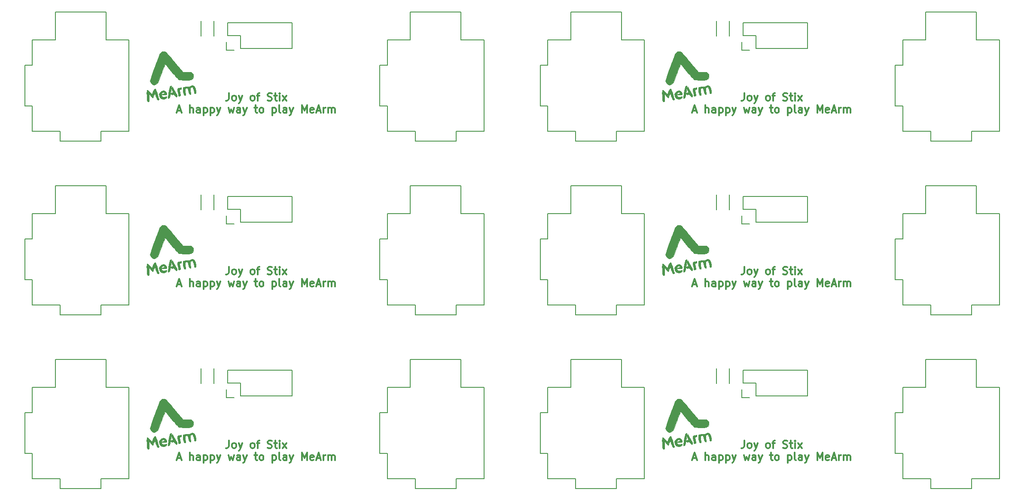
<source format=gto>
G04 #@! TF.FileFunction,Legend,Top*
%FSLAX46Y46*%
G04 Gerber Fmt 4.6, Leading zero omitted, Abs format (unit mm)*
G04 Created by KiCad (PCBNEW (2015-01-16 BZR 5376)-product) date 23/06/2015 15:38:06*
%MOMM*%
G01*
G04 APERTURE LIST*
%ADD10C,0.100000*%
%ADD11C,0.300000*%
%ADD12C,0.150000*%
%ADD13C,4.000000*%
%ADD14C,0.300000*%
%ADD15R,1.727200X1.727200*%
%ADD16O,1.727200X1.727200*%
%ADD17R,1.300000X1.300000*%
%ADD18C,1.300000*%
%ADD19O,1.800000X2.600000*%
%ADD20O,1.524000X2.000000*%
%ADD21O,2.000000X1.540000*%
G04 APERTURE END LIST*
D10*
D11*
X186885143Y-84719571D02*
X186885143Y-85791000D01*
X186813715Y-86005286D01*
X186670858Y-86148143D01*
X186456572Y-86219571D01*
X186313715Y-86219571D01*
X187813715Y-86219571D02*
X187670857Y-86148143D01*
X187599429Y-86076714D01*
X187528000Y-85933857D01*
X187528000Y-85505286D01*
X187599429Y-85362429D01*
X187670857Y-85291000D01*
X187813715Y-85219571D01*
X188028000Y-85219571D01*
X188170857Y-85291000D01*
X188242286Y-85362429D01*
X188313715Y-85505286D01*
X188313715Y-85933857D01*
X188242286Y-86076714D01*
X188170857Y-86148143D01*
X188028000Y-86219571D01*
X187813715Y-86219571D01*
X188813715Y-85219571D02*
X189170858Y-86219571D01*
X189528000Y-85219571D02*
X189170858Y-86219571D01*
X189028000Y-86576714D01*
X188956572Y-86648143D01*
X188813715Y-86719571D01*
X191456572Y-86219571D02*
X191313714Y-86148143D01*
X191242286Y-86076714D01*
X191170857Y-85933857D01*
X191170857Y-85505286D01*
X191242286Y-85362429D01*
X191313714Y-85291000D01*
X191456572Y-85219571D01*
X191670857Y-85219571D01*
X191813714Y-85291000D01*
X191885143Y-85362429D01*
X191956572Y-85505286D01*
X191956572Y-85933857D01*
X191885143Y-86076714D01*
X191813714Y-86148143D01*
X191670857Y-86219571D01*
X191456572Y-86219571D01*
X192385143Y-85219571D02*
X192956572Y-85219571D01*
X192599429Y-86219571D02*
X192599429Y-84933857D01*
X192670857Y-84791000D01*
X192813715Y-84719571D01*
X192956572Y-84719571D01*
X194528000Y-86148143D02*
X194742286Y-86219571D01*
X195099429Y-86219571D01*
X195242286Y-86148143D01*
X195313715Y-86076714D01*
X195385143Y-85933857D01*
X195385143Y-85791000D01*
X195313715Y-85648143D01*
X195242286Y-85576714D01*
X195099429Y-85505286D01*
X194813715Y-85433857D01*
X194670857Y-85362429D01*
X194599429Y-85291000D01*
X194528000Y-85148143D01*
X194528000Y-85005286D01*
X194599429Y-84862429D01*
X194670857Y-84791000D01*
X194813715Y-84719571D01*
X195170857Y-84719571D01*
X195385143Y-84791000D01*
X195813714Y-85219571D02*
X196385143Y-85219571D01*
X196028000Y-84719571D02*
X196028000Y-86005286D01*
X196099428Y-86148143D01*
X196242286Y-86219571D01*
X196385143Y-86219571D01*
X196885143Y-86219571D02*
X196885143Y-85219571D01*
X196885143Y-84719571D02*
X196813714Y-84791000D01*
X196885143Y-84862429D01*
X196956571Y-84791000D01*
X196885143Y-84719571D01*
X196885143Y-84862429D01*
X197456572Y-86219571D02*
X198242286Y-85219571D01*
X197456572Y-85219571D02*
X198242286Y-86219571D01*
X176706572Y-88191000D02*
X177420858Y-88191000D01*
X176563715Y-88619571D02*
X177063715Y-87119571D01*
X177563715Y-88619571D01*
X179206572Y-88619571D02*
X179206572Y-87119571D01*
X179849429Y-88619571D02*
X179849429Y-87833857D01*
X179778000Y-87691000D01*
X179635143Y-87619571D01*
X179420858Y-87619571D01*
X179278000Y-87691000D01*
X179206572Y-87762429D01*
X181206572Y-88619571D02*
X181206572Y-87833857D01*
X181135143Y-87691000D01*
X180992286Y-87619571D01*
X180706572Y-87619571D01*
X180563715Y-87691000D01*
X181206572Y-88548143D02*
X181063715Y-88619571D01*
X180706572Y-88619571D01*
X180563715Y-88548143D01*
X180492286Y-88405286D01*
X180492286Y-88262429D01*
X180563715Y-88119571D01*
X180706572Y-88048143D01*
X181063715Y-88048143D01*
X181206572Y-87976714D01*
X181920858Y-87619571D02*
X181920858Y-89119571D01*
X181920858Y-87691000D02*
X182063715Y-87619571D01*
X182349429Y-87619571D01*
X182492286Y-87691000D01*
X182563715Y-87762429D01*
X182635144Y-87905286D01*
X182635144Y-88333857D01*
X182563715Y-88476714D01*
X182492286Y-88548143D01*
X182349429Y-88619571D01*
X182063715Y-88619571D01*
X181920858Y-88548143D01*
X183278001Y-87619571D02*
X183278001Y-89119571D01*
X183278001Y-87691000D02*
X183420858Y-87619571D01*
X183706572Y-87619571D01*
X183849429Y-87691000D01*
X183920858Y-87762429D01*
X183992287Y-87905286D01*
X183992287Y-88333857D01*
X183920858Y-88476714D01*
X183849429Y-88548143D01*
X183706572Y-88619571D01*
X183420858Y-88619571D01*
X183278001Y-88548143D01*
X184492287Y-87619571D02*
X184849430Y-88619571D01*
X185206572Y-87619571D02*
X184849430Y-88619571D01*
X184706572Y-88976714D01*
X184635144Y-89048143D01*
X184492287Y-89119571D01*
X186778001Y-87619571D02*
X187063715Y-88619571D01*
X187349429Y-87905286D01*
X187635144Y-88619571D01*
X187920858Y-87619571D01*
X189135144Y-88619571D02*
X189135144Y-87833857D01*
X189063715Y-87691000D01*
X188920858Y-87619571D01*
X188635144Y-87619571D01*
X188492287Y-87691000D01*
X189135144Y-88548143D02*
X188992287Y-88619571D01*
X188635144Y-88619571D01*
X188492287Y-88548143D01*
X188420858Y-88405286D01*
X188420858Y-88262429D01*
X188492287Y-88119571D01*
X188635144Y-88048143D01*
X188992287Y-88048143D01*
X189135144Y-87976714D01*
X189706573Y-87619571D02*
X190063716Y-88619571D01*
X190420858Y-87619571D02*
X190063716Y-88619571D01*
X189920858Y-88976714D01*
X189849430Y-89048143D01*
X189706573Y-89119571D01*
X191920858Y-87619571D02*
X192492287Y-87619571D01*
X192135144Y-87119571D02*
X192135144Y-88405286D01*
X192206572Y-88548143D01*
X192349430Y-88619571D01*
X192492287Y-88619571D01*
X193206573Y-88619571D02*
X193063715Y-88548143D01*
X192992287Y-88476714D01*
X192920858Y-88333857D01*
X192920858Y-87905286D01*
X192992287Y-87762429D01*
X193063715Y-87691000D01*
X193206573Y-87619571D01*
X193420858Y-87619571D01*
X193563715Y-87691000D01*
X193635144Y-87762429D01*
X193706573Y-87905286D01*
X193706573Y-88333857D01*
X193635144Y-88476714D01*
X193563715Y-88548143D01*
X193420858Y-88619571D01*
X193206573Y-88619571D01*
X195492287Y-87619571D02*
X195492287Y-89119571D01*
X195492287Y-87691000D02*
X195635144Y-87619571D01*
X195920858Y-87619571D01*
X196063715Y-87691000D01*
X196135144Y-87762429D01*
X196206573Y-87905286D01*
X196206573Y-88333857D01*
X196135144Y-88476714D01*
X196063715Y-88548143D01*
X195920858Y-88619571D01*
X195635144Y-88619571D01*
X195492287Y-88548143D01*
X197063716Y-88619571D02*
X196920858Y-88548143D01*
X196849430Y-88405286D01*
X196849430Y-87119571D01*
X198278001Y-88619571D02*
X198278001Y-87833857D01*
X198206572Y-87691000D01*
X198063715Y-87619571D01*
X197778001Y-87619571D01*
X197635144Y-87691000D01*
X198278001Y-88548143D02*
X198135144Y-88619571D01*
X197778001Y-88619571D01*
X197635144Y-88548143D01*
X197563715Y-88405286D01*
X197563715Y-88262429D01*
X197635144Y-88119571D01*
X197778001Y-88048143D01*
X198135144Y-88048143D01*
X198278001Y-87976714D01*
X198849430Y-87619571D02*
X199206573Y-88619571D01*
X199563715Y-87619571D02*
X199206573Y-88619571D01*
X199063715Y-88976714D01*
X198992287Y-89048143D01*
X198849430Y-89119571D01*
X201278001Y-88619571D02*
X201278001Y-87119571D01*
X201778001Y-88191000D01*
X202278001Y-87119571D01*
X202278001Y-88619571D01*
X203563715Y-88548143D02*
X203420858Y-88619571D01*
X203135144Y-88619571D01*
X202992287Y-88548143D01*
X202920858Y-88405286D01*
X202920858Y-87833857D01*
X202992287Y-87691000D01*
X203135144Y-87619571D01*
X203420858Y-87619571D01*
X203563715Y-87691000D01*
X203635144Y-87833857D01*
X203635144Y-87976714D01*
X202920858Y-88119571D01*
X204206572Y-88191000D02*
X204920858Y-88191000D01*
X204063715Y-88619571D02*
X204563715Y-87119571D01*
X205063715Y-88619571D01*
X205563715Y-88619571D02*
X205563715Y-87619571D01*
X205563715Y-87905286D02*
X205635143Y-87762429D01*
X205706572Y-87691000D01*
X205849429Y-87619571D01*
X205992286Y-87619571D01*
X206492286Y-88619571D02*
X206492286Y-87619571D01*
X206492286Y-87762429D02*
X206563714Y-87691000D01*
X206706572Y-87619571D01*
X206920857Y-87619571D01*
X207063714Y-87691000D01*
X207135143Y-87833857D01*
X207135143Y-88619571D01*
X207135143Y-87833857D02*
X207206572Y-87691000D01*
X207349429Y-87619571D01*
X207563714Y-87619571D01*
X207706572Y-87691000D01*
X207778000Y-87833857D01*
X207778000Y-88619571D01*
X186885143Y-119009571D02*
X186885143Y-120081000D01*
X186813715Y-120295286D01*
X186670858Y-120438143D01*
X186456572Y-120509571D01*
X186313715Y-120509571D01*
X187813715Y-120509571D02*
X187670857Y-120438143D01*
X187599429Y-120366714D01*
X187528000Y-120223857D01*
X187528000Y-119795286D01*
X187599429Y-119652429D01*
X187670857Y-119581000D01*
X187813715Y-119509571D01*
X188028000Y-119509571D01*
X188170857Y-119581000D01*
X188242286Y-119652429D01*
X188313715Y-119795286D01*
X188313715Y-120223857D01*
X188242286Y-120366714D01*
X188170857Y-120438143D01*
X188028000Y-120509571D01*
X187813715Y-120509571D01*
X188813715Y-119509571D02*
X189170858Y-120509571D01*
X189528000Y-119509571D02*
X189170858Y-120509571D01*
X189028000Y-120866714D01*
X188956572Y-120938143D01*
X188813715Y-121009571D01*
X191456572Y-120509571D02*
X191313714Y-120438143D01*
X191242286Y-120366714D01*
X191170857Y-120223857D01*
X191170857Y-119795286D01*
X191242286Y-119652429D01*
X191313714Y-119581000D01*
X191456572Y-119509571D01*
X191670857Y-119509571D01*
X191813714Y-119581000D01*
X191885143Y-119652429D01*
X191956572Y-119795286D01*
X191956572Y-120223857D01*
X191885143Y-120366714D01*
X191813714Y-120438143D01*
X191670857Y-120509571D01*
X191456572Y-120509571D01*
X192385143Y-119509571D02*
X192956572Y-119509571D01*
X192599429Y-120509571D02*
X192599429Y-119223857D01*
X192670857Y-119081000D01*
X192813715Y-119009571D01*
X192956572Y-119009571D01*
X194528000Y-120438143D02*
X194742286Y-120509571D01*
X195099429Y-120509571D01*
X195242286Y-120438143D01*
X195313715Y-120366714D01*
X195385143Y-120223857D01*
X195385143Y-120081000D01*
X195313715Y-119938143D01*
X195242286Y-119866714D01*
X195099429Y-119795286D01*
X194813715Y-119723857D01*
X194670857Y-119652429D01*
X194599429Y-119581000D01*
X194528000Y-119438143D01*
X194528000Y-119295286D01*
X194599429Y-119152429D01*
X194670857Y-119081000D01*
X194813715Y-119009571D01*
X195170857Y-119009571D01*
X195385143Y-119081000D01*
X195813714Y-119509571D02*
X196385143Y-119509571D01*
X196028000Y-119009571D02*
X196028000Y-120295286D01*
X196099428Y-120438143D01*
X196242286Y-120509571D01*
X196385143Y-120509571D01*
X196885143Y-120509571D02*
X196885143Y-119509571D01*
X196885143Y-119009571D02*
X196813714Y-119081000D01*
X196885143Y-119152429D01*
X196956571Y-119081000D01*
X196885143Y-119009571D01*
X196885143Y-119152429D01*
X197456572Y-120509571D02*
X198242286Y-119509571D01*
X197456572Y-119509571D02*
X198242286Y-120509571D01*
X176706572Y-122481000D02*
X177420858Y-122481000D01*
X176563715Y-122909571D02*
X177063715Y-121409571D01*
X177563715Y-122909571D01*
X179206572Y-122909571D02*
X179206572Y-121409571D01*
X179849429Y-122909571D02*
X179849429Y-122123857D01*
X179778000Y-121981000D01*
X179635143Y-121909571D01*
X179420858Y-121909571D01*
X179278000Y-121981000D01*
X179206572Y-122052429D01*
X181206572Y-122909571D02*
X181206572Y-122123857D01*
X181135143Y-121981000D01*
X180992286Y-121909571D01*
X180706572Y-121909571D01*
X180563715Y-121981000D01*
X181206572Y-122838143D02*
X181063715Y-122909571D01*
X180706572Y-122909571D01*
X180563715Y-122838143D01*
X180492286Y-122695286D01*
X180492286Y-122552429D01*
X180563715Y-122409571D01*
X180706572Y-122338143D01*
X181063715Y-122338143D01*
X181206572Y-122266714D01*
X181920858Y-121909571D02*
X181920858Y-123409571D01*
X181920858Y-121981000D02*
X182063715Y-121909571D01*
X182349429Y-121909571D01*
X182492286Y-121981000D01*
X182563715Y-122052429D01*
X182635144Y-122195286D01*
X182635144Y-122623857D01*
X182563715Y-122766714D01*
X182492286Y-122838143D01*
X182349429Y-122909571D01*
X182063715Y-122909571D01*
X181920858Y-122838143D01*
X183278001Y-121909571D02*
X183278001Y-123409571D01*
X183278001Y-121981000D02*
X183420858Y-121909571D01*
X183706572Y-121909571D01*
X183849429Y-121981000D01*
X183920858Y-122052429D01*
X183992287Y-122195286D01*
X183992287Y-122623857D01*
X183920858Y-122766714D01*
X183849429Y-122838143D01*
X183706572Y-122909571D01*
X183420858Y-122909571D01*
X183278001Y-122838143D01*
X184492287Y-121909571D02*
X184849430Y-122909571D01*
X185206572Y-121909571D02*
X184849430Y-122909571D01*
X184706572Y-123266714D01*
X184635144Y-123338143D01*
X184492287Y-123409571D01*
X186778001Y-121909571D02*
X187063715Y-122909571D01*
X187349429Y-122195286D01*
X187635144Y-122909571D01*
X187920858Y-121909571D01*
X189135144Y-122909571D02*
X189135144Y-122123857D01*
X189063715Y-121981000D01*
X188920858Y-121909571D01*
X188635144Y-121909571D01*
X188492287Y-121981000D01*
X189135144Y-122838143D02*
X188992287Y-122909571D01*
X188635144Y-122909571D01*
X188492287Y-122838143D01*
X188420858Y-122695286D01*
X188420858Y-122552429D01*
X188492287Y-122409571D01*
X188635144Y-122338143D01*
X188992287Y-122338143D01*
X189135144Y-122266714D01*
X189706573Y-121909571D02*
X190063716Y-122909571D01*
X190420858Y-121909571D02*
X190063716Y-122909571D01*
X189920858Y-123266714D01*
X189849430Y-123338143D01*
X189706573Y-123409571D01*
X191920858Y-121909571D02*
X192492287Y-121909571D01*
X192135144Y-121409571D02*
X192135144Y-122695286D01*
X192206572Y-122838143D01*
X192349430Y-122909571D01*
X192492287Y-122909571D01*
X193206573Y-122909571D02*
X193063715Y-122838143D01*
X192992287Y-122766714D01*
X192920858Y-122623857D01*
X192920858Y-122195286D01*
X192992287Y-122052429D01*
X193063715Y-121981000D01*
X193206573Y-121909571D01*
X193420858Y-121909571D01*
X193563715Y-121981000D01*
X193635144Y-122052429D01*
X193706573Y-122195286D01*
X193706573Y-122623857D01*
X193635144Y-122766714D01*
X193563715Y-122838143D01*
X193420858Y-122909571D01*
X193206573Y-122909571D01*
X195492287Y-121909571D02*
X195492287Y-123409571D01*
X195492287Y-121981000D02*
X195635144Y-121909571D01*
X195920858Y-121909571D01*
X196063715Y-121981000D01*
X196135144Y-122052429D01*
X196206573Y-122195286D01*
X196206573Y-122623857D01*
X196135144Y-122766714D01*
X196063715Y-122838143D01*
X195920858Y-122909571D01*
X195635144Y-122909571D01*
X195492287Y-122838143D01*
X197063716Y-122909571D02*
X196920858Y-122838143D01*
X196849430Y-122695286D01*
X196849430Y-121409571D01*
X198278001Y-122909571D02*
X198278001Y-122123857D01*
X198206572Y-121981000D01*
X198063715Y-121909571D01*
X197778001Y-121909571D01*
X197635144Y-121981000D01*
X198278001Y-122838143D02*
X198135144Y-122909571D01*
X197778001Y-122909571D01*
X197635144Y-122838143D01*
X197563715Y-122695286D01*
X197563715Y-122552429D01*
X197635144Y-122409571D01*
X197778001Y-122338143D01*
X198135144Y-122338143D01*
X198278001Y-122266714D01*
X198849430Y-121909571D02*
X199206573Y-122909571D01*
X199563715Y-121909571D02*
X199206573Y-122909571D01*
X199063715Y-123266714D01*
X198992287Y-123338143D01*
X198849430Y-123409571D01*
X201278001Y-122909571D02*
X201278001Y-121409571D01*
X201778001Y-122481000D01*
X202278001Y-121409571D01*
X202278001Y-122909571D01*
X203563715Y-122838143D02*
X203420858Y-122909571D01*
X203135144Y-122909571D01*
X202992287Y-122838143D01*
X202920858Y-122695286D01*
X202920858Y-122123857D01*
X202992287Y-121981000D01*
X203135144Y-121909571D01*
X203420858Y-121909571D01*
X203563715Y-121981000D01*
X203635144Y-122123857D01*
X203635144Y-122266714D01*
X202920858Y-122409571D01*
X204206572Y-122481000D02*
X204920858Y-122481000D01*
X204063715Y-122909571D02*
X204563715Y-121409571D01*
X205063715Y-122909571D01*
X205563715Y-122909571D02*
X205563715Y-121909571D01*
X205563715Y-122195286D02*
X205635143Y-122052429D01*
X205706572Y-121981000D01*
X205849429Y-121909571D01*
X205992286Y-121909571D01*
X206492286Y-122909571D02*
X206492286Y-121909571D01*
X206492286Y-122052429D02*
X206563714Y-121981000D01*
X206706572Y-121909571D01*
X206920857Y-121909571D01*
X207063714Y-121981000D01*
X207135143Y-122123857D01*
X207135143Y-122909571D01*
X207135143Y-122123857D02*
X207206572Y-121981000D01*
X207349429Y-121909571D01*
X207563714Y-121909571D01*
X207706572Y-121981000D01*
X207778000Y-122123857D01*
X207778000Y-122909571D01*
X186885143Y-153299571D02*
X186885143Y-154371000D01*
X186813715Y-154585286D01*
X186670858Y-154728143D01*
X186456572Y-154799571D01*
X186313715Y-154799571D01*
X187813715Y-154799571D02*
X187670857Y-154728143D01*
X187599429Y-154656714D01*
X187528000Y-154513857D01*
X187528000Y-154085286D01*
X187599429Y-153942429D01*
X187670857Y-153871000D01*
X187813715Y-153799571D01*
X188028000Y-153799571D01*
X188170857Y-153871000D01*
X188242286Y-153942429D01*
X188313715Y-154085286D01*
X188313715Y-154513857D01*
X188242286Y-154656714D01*
X188170857Y-154728143D01*
X188028000Y-154799571D01*
X187813715Y-154799571D01*
X188813715Y-153799571D02*
X189170858Y-154799571D01*
X189528000Y-153799571D02*
X189170858Y-154799571D01*
X189028000Y-155156714D01*
X188956572Y-155228143D01*
X188813715Y-155299571D01*
X191456572Y-154799571D02*
X191313714Y-154728143D01*
X191242286Y-154656714D01*
X191170857Y-154513857D01*
X191170857Y-154085286D01*
X191242286Y-153942429D01*
X191313714Y-153871000D01*
X191456572Y-153799571D01*
X191670857Y-153799571D01*
X191813714Y-153871000D01*
X191885143Y-153942429D01*
X191956572Y-154085286D01*
X191956572Y-154513857D01*
X191885143Y-154656714D01*
X191813714Y-154728143D01*
X191670857Y-154799571D01*
X191456572Y-154799571D01*
X192385143Y-153799571D02*
X192956572Y-153799571D01*
X192599429Y-154799571D02*
X192599429Y-153513857D01*
X192670857Y-153371000D01*
X192813715Y-153299571D01*
X192956572Y-153299571D01*
X194528000Y-154728143D02*
X194742286Y-154799571D01*
X195099429Y-154799571D01*
X195242286Y-154728143D01*
X195313715Y-154656714D01*
X195385143Y-154513857D01*
X195385143Y-154371000D01*
X195313715Y-154228143D01*
X195242286Y-154156714D01*
X195099429Y-154085286D01*
X194813715Y-154013857D01*
X194670857Y-153942429D01*
X194599429Y-153871000D01*
X194528000Y-153728143D01*
X194528000Y-153585286D01*
X194599429Y-153442429D01*
X194670857Y-153371000D01*
X194813715Y-153299571D01*
X195170857Y-153299571D01*
X195385143Y-153371000D01*
X195813714Y-153799571D02*
X196385143Y-153799571D01*
X196028000Y-153299571D02*
X196028000Y-154585286D01*
X196099428Y-154728143D01*
X196242286Y-154799571D01*
X196385143Y-154799571D01*
X196885143Y-154799571D02*
X196885143Y-153799571D01*
X196885143Y-153299571D02*
X196813714Y-153371000D01*
X196885143Y-153442429D01*
X196956571Y-153371000D01*
X196885143Y-153299571D01*
X196885143Y-153442429D01*
X197456572Y-154799571D02*
X198242286Y-153799571D01*
X197456572Y-153799571D02*
X198242286Y-154799571D01*
X176706572Y-156771000D02*
X177420858Y-156771000D01*
X176563715Y-157199571D02*
X177063715Y-155699571D01*
X177563715Y-157199571D01*
X179206572Y-157199571D02*
X179206572Y-155699571D01*
X179849429Y-157199571D02*
X179849429Y-156413857D01*
X179778000Y-156271000D01*
X179635143Y-156199571D01*
X179420858Y-156199571D01*
X179278000Y-156271000D01*
X179206572Y-156342429D01*
X181206572Y-157199571D02*
X181206572Y-156413857D01*
X181135143Y-156271000D01*
X180992286Y-156199571D01*
X180706572Y-156199571D01*
X180563715Y-156271000D01*
X181206572Y-157128143D02*
X181063715Y-157199571D01*
X180706572Y-157199571D01*
X180563715Y-157128143D01*
X180492286Y-156985286D01*
X180492286Y-156842429D01*
X180563715Y-156699571D01*
X180706572Y-156628143D01*
X181063715Y-156628143D01*
X181206572Y-156556714D01*
X181920858Y-156199571D02*
X181920858Y-157699571D01*
X181920858Y-156271000D02*
X182063715Y-156199571D01*
X182349429Y-156199571D01*
X182492286Y-156271000D01*
X182563715Y-156342429D01*
X182635144Y-156485286D01*
X182635144Y-156913857D01*
X182563715Y-157056714D01*
X182492286Y-157128143D01*
X182349429Y-157199571D01*
X182063715Y-157199571D01*
X181920858Y-157128143D01*
X183278001Y-156199571D02*
X183278001Y-157699571D01*
X183278001Y-156271000D02*
X183420858Y-156199571D01*
X183706572Y-156199571D01*
X183849429Y-156271000D01*
X183920858Y-156342429D01*
X183992287Y-156485286D01*
X183992287Y-156913857D01*
X183920858Y-157056714D01*
X183849429Y-157128143D01*
X183706572Y-157199571D01*
X183420858Y-157199571D01*
X183278001Y-157128143D01*
X184492287Y-156199571D02*
X184849430Y-157199571D01*
X185206572Y-156199571D02*
X184849430Y-157199571D01*
X184706572Y-157556714D01*
X184635144Y-157628143D01*
X184492287Y-157699571D01*
X186778001Y-156199571D02*
X187063715Y-157199571D01*
X187349429Y-156485286D01*
X187635144Y-157199571D01*
X187920858Y-156199571D01*
X189135144Y-157199571D02*
X189135144Y-156413857D01*
X189063715Y-156271000D01*
X188920858Y-156199571D01*
X188635144Y-156199571D01*
X188492287Y-156271000D01*
X189135144Y-157128143D02*
X188992287Y-157199571D01*
X188635144Y-157199571D01*
X188492287Y-157128143D01*
X188420858Y-156985286D01*
X188420858Y-156842429D01*
X188492287Y-156699571D01*
X188635144Y-156628143D01*
X188992287Y-156628143D01*
X189135144Y-156556714D01*
X189706573Y-156199571D02*
X190063716Y-157199571D01*
X190420858Y-156199571D02*
X190063716Y-157199571D01*
X189920858Y-157556714D01*
X189849430Y-157628143D01*
X189706573Y-157699571D01*
X191920858Y-156199571D02*
X192492287Y-156199571D01*
X192135144Y-155699571D02*
X192135144Y-156985286D01*
X192206572Y-157128143D01*
X192349430Y-157199571D01*
X192492287Y-157199571D01*
X193206573Y-157199571D02*
X193063715Y-157128143D01*
X192992287Y-157056714D01*
X192920858Y-156913857D01*
X192920858Y-156485286D01*
X192992287Y-156342429D01*
X193063715Y-156271000D01*
X193206573Y-156199571D01*
X193420858Y-156199571D01*
X193563715Y-156271000D01*
X193635144Y-156342429D01*
X193706573Y-156485286D01*
X193706573Y-156913857D01*
X193635144Y-157056714D01*
X193563715Y-157128143D01*
X193420858Y-157199571D01*
X193206573Y-157199571D01*
X195492287Y-156199571D02*
X195492287Y-157699571D01*
X195492287Y-156271000D02*
X195635144Y-156199571D01*
X195920858Y-156199571D01*
X196063715Y-156271000D01*
X196135144Y-156342429D01*
X196206573Y-156485286D01*
X196206573Y-156913857D01*
X196135144Y-157056714D01*
X196063715Y-157128143D01*
X195920858Y-157199571D01*
X195635144Y-157199571D01*
X195492287Y-157128143D01*
X197063716Y-157199571D02*
X196920858Y-157128143D01*
X196849430Y-156985286D01*
X196849430Y-155699571D01*
X198278001Y-157199571D02*
X198278001Y-156413857D01*
X198206572Y-156271000D01*
X198063715Y-156199571D01*
X197778001Y-156199571D01*
X197635144Y-156271000D01*
X198278001Y-157128143D02*
X198135144Y-157199571D01*
X197778001Y-157199571D01*
X197635144Y-157128143D01*
X197563715Y-156985286D01*
X197563715Y-156842429D01*
X197635144Y-156699571D01*
X197778001Y-156628143D01*
X198135144Y-156628143D01*
X198278001Y-156556714D01*
X198849430Y-156199571D02*
X199206573Y-157199571D01*
X199563715Y-156199571D02*
X199206573Y-157199571D01*
X199063715Y-157556714D01*
X198992287Y-157628143D01*
X198849430Y-157699571D01*
X201278001Y-157199571D02*
X201278001Y-155699571D01*
X201778001Y-156771000D01*
X202278001Y-155699571D01*
X202278001Y-157199571D01*
X203563715Y-157128143D02*
X203420858Y-157199571D01*
X203135144Y-157199571D01*
X202992287Y-157128143D01*
X202920858Y-156985286D01*
X202920858Y-156413857D01*
X202992287Y-156271000D01*
X203135144Y-156199571D01*
X203420858Y-156199571D01*
X203563715Y-156271000D01*
X203635144Y-156413857D01*
X203635144Y-156556714D01*
X202920858Y-156699571D01*
X204206572Y-156771000D02*
X204920858Y-156771000D01*
X204063715Y-157199571D02*
X204563715Y-155699571D01*
X205063715Y-157199571D01*
X205563715Y-157199571D02*
X205563715Y-156199571D01*
X205563715Y-156485286D02*
X205635143Y-156342429D01*
X205706572Y-156271000D01*
X205849429Y-156199571D01*
X205992286Y-156199571D01*
X206492286Y-157199571D02*
X206492286Y-156199571D01*
X206492286Y-156342429D02*
X206563714Y-156271000D01*
X206706572Y-156199571D01*
X206920857Y-156199571D01*
X207063714Y-156271000D01*
X207135143Y-156413857D01*
X207135143Y-157199571D01*
X207135143Y-156413857D02*
X207206572Y-156271000D01*
X207349429Y-156199571D01*
X207563714Y-156199571D01*
X207706572Y-156271000D01*
X207778000Y-156413857D01*
X207778000Y-157199571D01*
X85285143Y-153299571D02*
X85285143Y-154371000D01*
X85213715Y-154585286D01*
X85070858Y-154728143D01*
X84856572Y-154799571D01*
X84713715Y-154799571D01*
X86213715Y-154799571D02*
X86070857Y-154728143D01*
X85999429Y-154656714D01*
X85928000Y-154513857D01*
X85928000Y-154085286D01*
X85999429Y-153942429D01*
X86070857Y-153871000D01*
X86213715Y-153799571D01*
X86428000Y-153799571D01*
X86570857Y-153871000D01*
X86642286Y-153942429D01*
X86713715Y-154085286D01*
X86713715Y-154513857D01*
X86642286Y-154656714D01*
X86570857Y-154728143D01*
X86428000Y-154799571D01*
X86213715Y-154799571D01*
X87213715Y-153799571D02*
X87570858Y-154799571D01*
X87928000Y-153799571D02*
X87570858Y-154799571D01*
X87428000Y-155156714D01*
X87356572Y-155228143D01*
X87213715Y-155299571D01*
X89856572Y-154799571D02*
X89713714Y-154728143D01*
X89642286Y-154656714D01*
X89570857Y-154513857D01*
X89570857Y-154085286D01*
X89642286Y-153942429D01*
X89713714Y-153871000D01*
X89856572Y-153799571D01*
X90070857Y-153799571D01*
X90213714Y-153871000D01*
X90285143Y-153942429D01*
X90356572Y-154085286D01*
X90356572Y-154513857D01*
X90285143Y-154656714D01*
X90213714Y-154728143D01*
X90070857Y-154799571D01*
X89856572Y-154799571D01*
X90785143Y-153799571D02*
X91356572Y-153799571D01*
X90999429Y-154799571D02*
X90999429Y-153513857D01*
X91070857Y-153371000D01*
X91213715Y-153299571D01*
X91356572Y-153299571D01*
X92928000Y-154728143D02*
X93142286Y-154799571D01*
X93499429Y-154799571D01*
X93642286Y-154728143D01*
X93713715Y-154656714D01*
X93785143Y-154513857D01*
X93785143Y-154371000D01*
X93713715Y-154228143D01*
X93642286Y-154156714D01*
X93499429Y-154085286D01*
X93213715Y-154013857D01*
X93070857Y-153942429D01*
X92999429Y-153871000D01*
X92928000Y-153728143D01*
X92928000Y-153585286D01*
X92999429Y-153442429D01*
X93070857Y-153371000D01*
X93213715Y-153299571D01*
X93570857Y-153299571D01*
X93785143Y-153371000D01*
X94213714Y-153799571D02*
X94785143Y-153799571D01*
X94428000Y-153299571D02*
X94428000Y-154585286D01*
X94499428Y-154728143D01*
X94642286Y-154799571D01*
X94785143Y-154799571D01*
X95285143Y-154799571D02*
X95285143Y-153799571D01*
X95285143Y-153299571D02*
X95213714Y-153371000D01*
X95285143Y-153442429D01*
X95356571Y-153371000D01*
X95285143Y-153299571D01*
X95285143Y-153442429D01*
X95856572Y-154799571D02*
X96642286Y-153799571D01*
X95856572Y-153799571D02*
X96642286Y-154799571D01*
X75106572Y-156771000D02*
X75820858Y-156771000D01*
X74963715Y-157199571D02*
X75463715Y-155699571D01*
X75963715Y-157199571D01*
X77606572Y-157199571D02*
X77606572Y-155699571D01*
X78249429Y-157199571D02*
X78249429Y-156413857D01*
X78178000Y-156271000D01*
X78035143Y-156199571D01*
X77820858Y-156199571D01*
X77678000Y-156271000D01*
X77606572Y-156342429D01*
X79606572Y-157199571D02*
X79606572Y-156413857D01*
X79535143Y-156271000D01*
X79392286Y-156199571D01*
X79106572Y-156199571D01*
X78963715Y-156271000D01*
X79606572Y-157128143D02*
X79463715Y-157199571D01*
X79106572Y-157199571D01*
X78963715Y-157128143D01*
X78892286Y-156985286D01*
X78892286Y-156842429D01*
X78963715Y-156699571D01*
X79106572Y-156628143D01*
X79463715Y-156628143D01*
X79606572Y-156556714D01*
X80320858Y-156199571D02*
X80320858Y-157699571D01*
X80320858Y-156271000D02*
X80463715Y-156199571D01*
X80749429Y-156199571D01*
X80892286Y-156271000D01*
X80963715Y-156342429D01*
X81035144Y-156485286D01*
X81035144Y-156913857D01*
X80963715Y-157056714D01*
X80892286Y-157128143D01*
X80749429Y-157199571D01*
X80463715Y-157199571D01*
X80320858Y-157128143D01*
X81678001Y-156199571D02*
X81678001Y-157699571D01*
X81678001Y-156271000D02*
X81820858Y-156199571D01*
X82106572Y-156199571D01*
X82249429Y-156271000D01*
X82320858Y-156342429D01*
X82392287Y-156485286D01*
X82392287Y-156913857D01*
X82320858Y-157056714D01*
X82249429Y-157128143D01*
X82106572Y-157199571D01*
X81820858Y-157199571D01*
X81678001Y-157128143D01*
X82892287Y-156199571D02*
X83249430Y-157199571D01*
X83606572Y-156199571D02*
X83249430Y-157199571D01*
X83106572Y-157556714D01*
X83035144Y-157628143D01*
X82892287Y-157699571D01*
X85178001Y-156199571D02*
X85463715Y-157199571D01*
X85749429Y-156485286D01*
X86035144Y-157199571D01*
X86320858Y-156199571D01*
X87535144Y-157199571D02*
X87535144Y-156413857D01*
X87463715Y-156271000D01*
X87320858Y-156199571D01*
X87035144Y-156199571D01*
X86892287Y-156271000D01*
X87535144Y-157128143D02*
X87392287Y-157199571D01*
X87035144Y-157199571D01*
X86892287Y-157128143D01*
X86820858Y-156985286D01*
X86820858Y-156842429D01*
X86892287Y-156699571D01*
X87035144Y-156628143D01*
X87392287Y-156628143D01*
X87535144Y-156556714D01*
X88106573Y-156199571D02*
X88463716Y-157199571D01*
X88820858Y-156199571D02*
X88463716Y-157199571D01*
X88320858Y-157556714D01*
X88249430Y-157628143D01*
X88106573Y-157699571D01*
X90320858Y-156199571D02*
X90892287Y-156199571D01*
X90535144Y-155699571D02*
X90535144Y-156985286D01*
X90606572Y-157128143D01*
X90749430Y-157199571D01*
X90892287Y-157199571D01*
X91606573Y-157199571D02*
X91463715Y-157128143D01*
X91392287Y-157056714D01*
X91320858Y-156913857D01*
X91320858Y-156485286D01*
X91392287Y-156342429D01*
X91463715Y-156271000D01*
X91606573Y-156199571D01*
X91820858Y-156199571D01*
X91963715Y-156271000D01*
X92035144Y-156342429D01*
X92106573Y-156485286D01*
X92106573Y-156913857D01*
X92035144Y-157056714D01*
X91963715Y-157128143D01*
X91820858Y-157199571D01*
X91606573Y-157199571D01*
X93892287Y-156199571D02*
X93892287Y-157699571D01*
X93892287Y-156271000D02*
X94035144Y-156199571D01*
X94320858Y-156199571D01*
X94463715Y-156271000D01*
X94535144Y-156342429D01*
X94606573Y-156485286D01*
X94606573Y-156913857D01*
X94535144Y-157056714D01*
X94463715Y-157128143D01*
X94320858Y-157199571D01*
X94035144Y-157199571D01*
X93892287Y-157128143D01*
X95463716Y-157199571D02*
X95320858Y-157128143D01*
X95249430Y-156985286D01*
X95249430Y-155699571D01*
X96678001Y-157199571D02*
X96678001Y-156413857D01*
X96606572Y-156271000D01*
X96463715Y-156199571D01*
X96178001Y-156199571D01*
X96035144Y-156271000D01*
X96678001Y-157128143D02*
X96535144Y-157199571D01*
X96178001Y-157199571D01*
X96035144Y-157128143D01*
X95963715Y-156985286D01*
X95963715Y-156842429D01*
X96035144Y-156699571D01*
X96178001Y-156628143D01*
X96535144Y-156628143D01*
X96678001Y-156556714D01*
X97249430Y-156199571D02*
X97606573Y-157199571D01*
X97963715Y-156199571D02*
X97606573Y-157199571D01*
X97463715Y-157556714D01*
X97392287Y-157628143D01*
X97249430Y-157699571D01*
X99678001Y-157199571D02*
X99678001Y-155699571D01*
X100178001Y-156771000D01*
X100678001Y-155699571D01*
X100678001Y-157199571D01*
X101963715Y-157128143D02*
X101820858Y-157199571D01*
X101535144Y-157199571D01*
X101392287Y-157128143D01*
X101320858Y-156985286D01*
X101320858Y-156413857D01*
X101392287Y-156271000D01*
X101535144Y-156199571D01*
X101820858Y-156199571D01*
X101963715Y-156271000D01*
X102035144Y-156413857D01*
X102035144Y-156556714D01*
X101320858Y-156699571D01*
X102606572Y-156771000D02*
X103320858Y-156771000D01*
X102463715Y-157199571D02*
X102963715Y-155699571D01*
X103463715Y-157199571D01*
X103963715Y-157199571D02*
X103963715Y-156199571D01*
X103963715Y-156485286D02*
X104035143Y-156342429D01*
X104106572Y-156271000D01*
X104249429Y-156199571D01*
X104392286Y-156199571D01*
X104892286Y-157199571D02*
X104892286Y-156199571D01*
X104892286Y-156342429D02*
X104963714Y-156271000D01*
X105106572Y-156199571D01*
X105320857Y-156199571D01*
X105463714Y-156271000D01*
X105535143Y-156413857D01*
X105535143Y-157199571D01*
X105535143Y-156413857D02*
X105606572Y-156271000D01*
X105749429Y-156199571D01*
X105963714Y-156199571D01*
X106106572Y-156271000D01*
X106178000Y-156413857D01*
X106178000Y-157199571D01*
X85285143Y-119009571D02*
X85285143Y-120081000D01*
X85213715Y-120295286D01*
X85070858Y-120438143D01*
X84856572Y-120509571D01*
X84713715Y-120509571D01*
X86213715Y-120509571D02*
X86070857Y-120438143D01*
X85999429Y-120366714D01*
X85928000Y-120223857D01*
X85928000Y-119795286D01*
X85999429Y-119652429D01*
X86070857Y-119581000D01*
X86213715Y-119509571D01*
X86428000Y-119509571D01*
X86570857Y-119581000D01*
X86642286Y-119652429D01*
X86713715Y-119795286D01*
X86713715Y-120223857D01*
X86642286Y-120366714D01*
X86570857Y-120438143D01*
X86428000Y-120509571D01*
X86213715Y-120509571D01*
X87213715Y-119509571D02*
X87570858Y-120509571D01*
X87928000Y-119509571D02*
X87570858Y-120509571D01*
X87428000Y-120866714D01*
X87356572Y-120938143D01*
X87213715Y-121009571D01*
X89856572Y-120509571D02*
X89713714Y-120438143D01*
X89642286Y-120366714D01*
X89570857Y-120223857D01*
X89570857Y-119795286D01*
X89642286Y-119652429D01*
X89713714Y-119581000D01*
X89856572Y-119509571D01*
X90070857Y-119509571D01*
X90213714Y-119581000D01*
X90285143Y-119652429D01*
X90356572Y-119795286D01*
X90356572Y-120223857D01*
X90285143Y-120366714D01*
X90213714Y-120438143D01*
X90070857Y-120509571D01*
X89856572Y-120509571D01*
X90785143Y-119509571D02*
X91356572Y-119509571D01*
X90999429Y-120509571D02*
X90999429Y-119223857D01*
X91070857Y-119081000D01*
X91213715Y-119009571D01*
X91356572Y-119009571D01*
X92928000Y-120438143D02*
X93142286Y-120509571D01*
X93499429Y-120509571D01*
X93642286Y-120438143D01*
X93713715Y-120366714D01*
X93785143Y-120223857D01*
X93785143Y-120081000D01*
X93713715Y-119938143D01*
X93642286Y-119866714D01*
X93499429Y-119795286D01*
X93213715Y-119723857D01*
X93070857Y-119652429D01*
X92999429Y-119581000D01*
X92928000Y-119438143D01*
X92928000Y-119295286D01*
X92999429Y-119152429D01*
X93070857Y-119081000D01*
X93213715Y-119009571D01*
X93570857Y-119009571D01*
X93785143Y-119081000D01*
X94213714Y-119509571D02*
X94785143Y-119509571D01*
X94428000Y-119009571D02*
X94428000Y-120295286D01*
X94499428Y-120438143D01*
X94642286Y-120509571D01*
X94785143Y-120509571D01*
X95285143Y-120509571D02*
X95285143Y-119509571D01*
X95285143Y-119009571D02*
X95213714Y-119081000D01*
X95285143Y-119152429D01*
X95356571Y-119081000D01*
X95285143Y-119009571D01*
X95285143Y-119152429D01*
X95856572Y-120509571D02*
X96642286Y-119509571D01*
X95856572Y-119509571D02*
X96642286Y-120509571D01*
X75106572Y-122481000D02*
X75820858Y-122481000D01*
X74963715Y-122909571D02*
X75463715Y-121409571D01*
X75963715Y-122909571D01*
X77606572Y-122909571D02*
X77606572Y-121409571D01*
X78249429Y-122909571D02*
X78249429Y-122123857D01*
X78178000Y-121981000D01*
X78035143Y-121909571D01*
X77820858Y-121909571D01*
X77678000Y-121981000D01*
X77606572Y-122052429D01*
X79606572Y-122909571D02*
X79606572Y-122123857D01*
X79535143Y-121981000D01*
X79392286Y-121909571D01*
X79106572Y-121909571D01*
X78963715Y-121981000D01*
X79606572Y-122838143D02*
X79463715Y-122909571D01*
X79106572Y-122909571D01*
X78963715Y-122838143D01*
X78892286Y-122695286D01*
X78892286Y-122552429D01*
X78963715Y-122409571D01*
X79106572Y-122338143D01*
X79463715Y-122338143D01*
X79606572Y-122266714D01*
X80320858Y-121909571D02*
X80320858Y-123409571D01*
X80320858Y-121981000D02*
X80463715Y-121909571D01*
X80749429Y-121909571D01*
X80892286Y-121981000D01*
X80963715Y-122052429D01*
X81035144Y-122195286D01*
X81035144Y-122623857D01*
X80963715Y-122766714D01*
X80892286Y-122838143D01*
X80749429Y-122909571D01*
X80463715Y-122909571D01*
X80320858Y-122838143D01*
X81678001Y-121909571D02*
X81678001Y-123409571D01*
X81678001Y-121981000D02*
X81820858Y-121909571D01*
X82106572Y-121909571D01*
X82249429Y-121981000D01*
X82320858Y-122052429D01*
X82392287Y-122195286D01*
X82392287Y-122623857D01*
X82320858Y-122766714D01*
X82249429Y-122838143D01*
X82106572Y-122909571D01*
X81820858Y-122909571D01*
X81678001Y-122838143D01*
X82892287Y-121909571D02*
X83249430Y-122909571D01*
X83606572Y-121909571D02*
X83249430Y-122909571D01*
X83106572Y-123266714D01*
X83035144Y-123338143D01*
X82892287Y-123409571D01*
X85178001Y-121909571D02*
X85463715Y-122909571D01*
X85749429Y-122195286D01*
X86035144Y-122909571D01*
X86320858Y-121909571D01*
X87535144Y-122909571D02*
X87535144Y-122123857D01*
X87463715Y-121981000D01*
X87320858Y-121909571D01*
X87035144Y-121909571D01*
X86892287Y-121981000D01*
X87535144Y-122838143D02*
X87392287Y-122909571D01*
X87035144Y-122909571D01*
X86892287Y-122838143D01*
X86820858Y-122695286D01*
X86820858Y-122552429D01*
X86892287Y-122409571D01*
X87035144Y-122338143D01*
X87392287Y-122338143D01*
X87535144Y-122266714D01*
X88106573Y-121909571D02*
X88463716Y-122909571D01*
X88820858Y-121909571D02*
X88463716Y-122909571D01*
X88320858Y-123266714D01*
X88249430Y-123338143D01*
X88106573Y-123409571D01*
X90320858Y-121909571D02*
X90892287Y-121909571D01*
X90535144Y-121409571D02*
X90535144Y-122695286D01*
X90606572Y-122838143D01*
X90749430Y-122909571D01*
X90892287Y-122909571D01*
X91606573Y-122909571D02*
X91463715Y-122838143D01*
X91392287Y-122766714D01*
X91320858Y-122623857D01*
X91320858Y-122195286D01*
X91392287Y-122052429D01*
X91463715Y-121981000D01*
X91606573Y-121909571D01*
X91820858Y-121909571D01*
X91963715Y-121981000D01*
X92035144Y-122052429D01*
X92106573Y-122195286D01*
X92106573Y-122623857D01*
X92035144Y-122766714D01*
X91963715Y-122838143D01*
X91820858Y-122909571D01*
X91606573Y-122909571D01*
X93892287Y-121909571D02*
X93892287Y-123409571D01*
X93892287Y-121981000D02*
X94035144Y-121909571D01*
X94320858Y-121909571D01*
X94463715Y-121981000D01*
X94535144Y-122052429D01*
X94606573Y-122195286D01*
X94606573Y-122623857D01*
X94535144Y-122766714D01*
X94463715Y-122838143D01*
X94320858Y-122909571D01*
X94035144Y-122909571D01*
X93892287Y-122838143D01*
X95463716Y-122909571D02*
X95320858Y-122838143D01*
X95249430Y-122695286D01*
X95249430Y-121409571D01*
X96678001Y-122909571D02*
X96678001Y-122123857D01*
X96606572Y-121981000D01*
X96463715Y-121909571D01*
X96178001Y-121909571D01*
X96035144Y-121981000D01*
X96678001Y-122838143D02*
X96535144Y-122909571D01*
X96178001Y-122909571D01*
X96035144Y-122838143D01*
X95963715Y-122695286D01*
X95963715Y-122552429D01*
X96035144Y-122409571D01*
X96178001Y-122338143D01*
X96535144Y-122338143D01*
X96678001Y-122266714D01*
X97249430Y-121909571D02*
X97606573Y-122909571D01*
X97963715Y-121909571D02*
X97606573Y-122909571D01*
X97463715Y-123266714D01*
X97392287Y-123338143D01*
X97249430Y-123409571D01*
X99678001Y-122909571D02*
X99678001Y-121409571D01*
X100178001Y-122481000D01*
X100678001Y-121409571D01*
X100678001Y-122909571D01*
X101963715Y-122838143D02*
X101820858Y-122909571D01*
X101535144Y-122909571D01*
X101392287Y-122838143D01*
X101320858Y-122695286D01*
X101320858Y-122123857D01*
X101392287Y-121981000D01*
X101535144Y-121909571D01*
X101820858Y-121909571D01*
X101963715Y-121981000D01*
X102035144Y-122123857D01*
X102035144Y-122266714D01*
X101320858Y-122409571D01*
X102606572Y-122481000D02*
X103320858Y-122481000D01*
X102463715Y-122909571D02*
X102963715Y-121409571D01*
X103463715Y-122909571D01*
X103963715Y-122909571D02*
X103963715Y-121909571D01*
X103963715Y-122195286D02*
X104035143Y-122052429D01*
X104106572Y-121981000D01*
X104249429Y-121909571D01*
X104392286Y-121909571D01*
X104892286Y-122909571D02*
X104892286Y-121909571D01*
X104892286Y-122052429D02*
X104963714Y-121981000D01*
X105106572Y-121909571D01*
X105320857Y-121909571D01*
X105463714Y-121981000D01*
X105535143Y-122123857D01*
X105535143Y-122909571D01*
X105535143Y-122123857D02*
X105606572Y-121981000D01*
X105749429Y-121909571D01*
X105963714Y-121909571D01*
X106106572Y-121981000D01*
X106178000Y-122123857D01*
X106178000Y-122909571D01*
X85285143Y-84719571D02*
X85285143Y-85791000D01*
X85213715Y-86005286D01*
X85070858Y-86148143D01*
X84856572Y-86219571D01*
X84713715Y-86219571D01*
X86213715Y-86219571D02*
X86070857Y-86148143D01*
X85999429Y-86076714D01*
X85928000Y-85933857D01*
X85928000Y-85505286D01*
X85999429Y-85362429D01*
X86070857Y-85291000D01*
X86213715Y-85219571D01*
X86428000Y-85219571D01*
X86570857Y-85291000D01*
X86642286Y-85362429D01*
X86713715Y-85505286D01*
X86713715Y-85933857D01*
X86642286Y-86076714D01*
X86570857Y-86148143D01*
X86428000Y-86219571D01*
X86213715Y-86219571D01*
X87213715Y-85219571D02*
X87570858Y-86219571D01*
X87928000Y-85219571D02*
X87570858Y-86219571D01*
X87428000Y-86576714D01*
X87356572Y-86648143D01*
X87213715Y-86719571D01*
X89856572Y-86219571D02*
X89713714Y-86148143D01*
X89642286Y-86076714D01*
X89570857Y-85933857D01*
X89570857Y-85505286D01*
X89642286Y-85362429D01*
X89713714Y-85291000D01*
X89856572Y-85219571D01*
X90070857Y-85219571D01*
X90213714Y-85291000D01*
X90285143Y-85362429D01*
X90356572Y-85505286D01*
X90356572Y-85933857D01*
X90285143Y-86076714D01*
X90213714Y-86148143D01*
X90070857Y-86219571D01*
X89856572Y-86219571D01*
X90785143Y-85219571D02*
X91356572Y-85219571D01*
X90999429Y-86219571D02*
X90999429Y-84933857D01*
X91070857Y-84791000D01*
X91213715Y-84719571D01*
X91356572Y-84719571D01*
X92928000Y-86148143D02*
X93142286Y-86219571D01*
X93499429Y-86219571D01*
X93642286Y-86148143D01*
X93713715Y-86076714D01*
X93785143Y-85933857D01*
X93785143Y-85791000D01*
X93713715Y-85648143D01*
X93642286Y-85576714D01*
X93499429Y-85505286D01*
X93213715Y-85433857D01*
X93070857Y-85362429D01*
X92999429Y-85291000D01*
X92928000Y-85148143D01*
X92928000Y-85005286D01*
X92999429Y-84862429D01*
X93070857Y-84791000D01*
X93213715Y-84719571D01*
X93570857Y-84719571D01*
X93785143Y-84791000D01*
X94213714Y-85219571D02*
X94785143Y-85219571D01*
X94428000Y-84719571D02*
X94428000Y-86005286D01*
X94499428Y-86148143D01*
X94642286Y-86219571D01*
X94785143Y-86219571D01*
X95285143Y-86219571D02*
X95285143Y-85219571D01*
X95285143Y-84719571D02*
X95213714Y-84791000D01*
X95285143Y-84862429D01*
X95356571Y-84791000D01*
X95285143Y-84719571D01*
X95285143Y-84862429D01*
X95856572Y-86219571D02*
X96642286Y-85219571D01*
X95856572Y-85219571D02*
X96642286Y-86219571D01*
X75106572Y-88191000D02*
X75820858Y-88191000D01*
X74963715Y-88619571D02*
X75463715Y-87119571D01*
X75963715Y-88619571D01*
X77606572Y-88619571D02*
X77606572Y-87119571D01*
X78249429Y-88619571D02*
X78249429Y-87833857D01*
X78178000Y-87691000D01*
X78035143Y-87619571D01*
X77820858Y-87619571D01*
X77678000Y-87691000D01*
X77606572Y-87762429D01*
X79606572Y-88619571D02*
X79606572Y-87833857D01*
X79535143Y-87691000D01*
X79392286Y-87619571D01*
X79106572Y-87619571D01*
X78963715Y-87691000D01*
X79606572Y-88548143D02*
X79463715Y-88619571D01*
X79106572Y-88619571D01*
X78963715Y-88548143D01*
X78892286Y-88405286D01*
X78892286Y-88262429D01*
X78963715Y-88119571D01*
X79106572Y-88048143D01*
X79463715Y-88048143D01*
X79606572Y-87976714D01*
X80320858Y-87619571D02*
X80320858Y-89119571D01*
X80320858Y-87691000D02*
X80463715Y-87619571D01*
X80749429Y-87619571D01*
X80892286Y-87691000D01*
X80963715Y-87762429D01*
X81035144Y-87905286D01*
X81035144Y-88333857D01*
X80963715Y-88476714D01*
X80892286Y-88548143D01*
X80749429Y-88619571D01*
X80463715Y-88619571D01*
X80320858Y-88548143D01*
X81678001Y-87619571D02*
X81678001Y-89119571D01*
X81678001Y-87691000D02*
X81820858Y-87619571D01*
X82106572Y-87619571D01*
X82249429Y-87691000D01*
X82320858Y-87762429D01*
X82392287Y-87905286D01*
X82392287Y-88333857D01*
X82320858Y-88476714D01*
X82249429Y-88548143D01*
X82106572Y-88619571D01*
X81820858Y-88619571D01*
X81678001Y-88548143D01*
X82892287Y-87619571D02*
X83249430Y-88619571D01*
X83606572Y-87619571D02*
X83249430Y-88619571D01*
X83106572Y-88976714D01*
X83035144Y-89048143D01*
X82892287Y-89119571D01*
X85178001Y-87619571D02*
X85463715Y-88619571D01*
X85749429Y-87905286D01*
X86035144Y-88619571D01*
X86320858Y-87619571D01*
X87535144Y-88619571D02*
X87535144Y-87833857D01*
X87463715Y-87691000D01*
X87320858Y-87619571D01*
X87035144Y-87619571D01*
X86892287Y-87691000D01*
X87535144Y-88548143D02*
X87392287Y-88619571D01*
X87035144Y-88619571D01*
X86892287Y-88548143D01*
X86820858Y-88405286D01*
X86820858Y-88262429D01*
X86892287Y-88119571D01*
X87035144Y-88048143D01*
X87392287Y-88048143D01*
X87535144Y-87976714D01*
X88106573Y-87619571D02*
X88463716Y-88619571D01*
X88820858Y-87619571D02*
X88463716Y-88619571D01*
X88320858Y-88976714D01*
X88249430Y-89048143D01*
X88106573Y-89119571D01*
X90320858Y-87619571D02*
X90892287Y-87619571D01*
X90535144Y-87119571D02*
X90535144Y-88405286D01*
X90606572Y-88548143D01*
X90749430Y-88619571D01*
X90892287Y-88619571D01*
X91606573Y-88619571D02*
X91463715Y-88548143D01*
X91392287Y-88476714D01*
X91320858Y-88333857D01*
X91320858Y-87905286D01*
X91392287Y-87762429D01*
X91463715Y-87691000D01*
X91606573Y-87619571D01*
X91820858Y-87619571D01*
X91963715Y-87691000D01*
X92035144Y-87762429D01*
X92106573Y-87905286D01*
X92106573Y-88333857D01*
X92035144Y-88476714D01*
X91963715Y-88548143D01*
X91820858Y-88619571D01*
X91606573Y-88619571D01*
X93892287Y-87619571D02*
X93892287Y-89119571D01*
X93892287Y-87691000D02*
X94035144Y-87619571D01*
X94320858Y-87619571D01*
X94463715Y-87691000D01*
X94535144Y-87762429D01*
X94606573Y-87905286D01*
X94606573Y-88333857D01*
X94535144Y-88476714D01*
X94463715Y-88548143D01*
X94320858Y-88619571D01*
X94035144Y-88619571D01*
X93892287Y-88548143D01*
X95463716Y-88619571D02*
X95320858Y-88548143D01*
X95249430Y-88405286D01*
X95249430Y-87119571D01*
X96678001Y-88619571D02*
X96678001Y-87833857D01*
X96606572Y-87691000D01*
X96463715Y-87619571D01*
X96178001Y-87619571D01*
X96035144Y-87691000D01*
X96678001Y-88548143D02*
X96535144Y-88619571D01*
X96178001Y-88619571D01*
X96035144Y-88548143D01*
X95963715Y-88405286D01*
X95963715Y-88262429D01*
X96035144Y-88119571D01*
X96178001Y-88048143D01*
X96535144Y-88048143D01*
X96678001Y-87976714D01*
X97249430Y-87619571D02*
X97606573Y-88619571D01*
X97963715Y-87619571D02*
X97606573Y-88619571D01*
X97463715Y-88976714D01*
X97392287Y-89048143D01*
X97249430Y-89119571D01*
X99678001Y-88619571D02*
X99678001Y-87119571D01*
X100178001Y-88191000D01*
X100678001Y-87119571D01*
X100678001Y-88619571D01*
X101963715Y-88548143D02*
X101820858Y-88619571D01*
X101535144Y-88619571D01*
X101392287Y-88548143D01*
X101320858Y-88405286D01*
X101320858Y-87833857D01*
X101392287Y-87691000D01*
X101535144Y-87619571D01*
X101820858Y-87619571D01*
X101963715Y-87691000D01*
X102035144Y-87833857D01*
X102035144Y-87976714D01*
X101320858Y-88119571D01*
X102606572Y-88191000D02*
X103320858Y-88191000D01*
X102463715Y-88619571D02*
X102963715Y-87119571D01*
X103463715Y-88619571D01*
X103963715Y-88619571D02*
X103963715Y-87619571D01*
X103963715Y-87905286D02*
X104035143Y-87762429D01*
X104106572Y-87691000D01*
X104249429Y-87619571D01*
X104392286Y-87619571D01*
X104892286Y-88619571D02*
X104892286Y-87619571D01*
X104892286Y-87762429D02*
X104963714Y-87691000D01*
X105106572Y-87619571D01*
X105320857Y-87619571D01*
X105463714Y-87691000D01*
X105535143Y-87833857D01*
X105535143Y-88619571D01*
X105535143Y-87833857D02*
X105606572Y-87691000D01*
X105749429Y-87619571D01*
X105963714Y-87619571D01*
X106106572Y-87691000D01*
X106178000Y-87833857D01*
X106178000Y-88619571D01*
D10*
G36*
X173108350Y-85915500D02*
X173105023Y-86027311D01*
X172974447Y-86063127D01*
X172940958Y-86063667D01*
X172826593Y-86047694D01*
X172741545Y-85977160D01*
X172664006Y-85818140D01*
X172572168Y-85536711D01*
X172546357Y-85449833D01*
X172450587Y-85144471D01*
X172364128Y-84903137D01*
X172303726Y-84772038D01*
X172298101Y-84764896D01*
X172238657Y-84798073D01*
X172154162Y-84957167D01*
X172083923Y-85145896D01*
X171993432Y-85405891D01*
X171915582Y-85597305D01*
X171880123Y-85661236D01*
X171804711Y-85632198D01*
X171662440Y-85494973D01*
X171488364Y-85284654D01*
X171309030Y-85055128D01*
X171204893Y-84947421D01*
X171151960Y-84946109D01*
X171126239Y-85035770D01*
X171124050Y-85050463D01*
X171113421Y-85240606D01*
X171115030Y-85532840D01*
X171126818Y-85829212D01*
X171140222Y-86132713D01*
X171130862Y-86304555D01*
X171089087Y-86381905D01*
X171005246Y-86401928D01*
X170977996Y-86402333D01*
X170875497Y-86382761D01*
X170811897Y-86298684D01*
X170769973Y-86112059D01*
X170742395Y-85881913D01*
X170713677Y-85512683D01*
X170693965Y-85078573D01*
X170688000Y-84738913D01*
X170692423Y-84417457D01*
X170711839Y-84230060D01*
X170755463Y-84141549D01*
X170832515Y-84116746D01*
X170851148Y-84116333D01*
X170995967Y-84183386D01*
X171192434Y-84363577D01*
X171337981Y-84536060D01*
X171515104Y-84755433D01*
X171653976Y-84908665D01*
X171718264Y-84959393D01*
X171771077Y-84887332D01*
X171855908Y-84694657D01*
X171954712Y-84422521D01*
X171958000Y-84412667D01*
X172074397Y-84100574D01*
X172175143Y-83926926D01*
X172277462Y-83864052D01*
X172300566Y-83862333D01*
X172353562Y-83870208D01*
X172403828Y-83906134D01*
X172458624Y-83988562D01*
X172525210Y-84135943D01*
X172610843Y-84366729D01*
X172722785Y-84699370D01*
X172868294Y-85152319D01*
X173054629Y-85744026D01*
X173108350Y-85915500D01*
X173108350Y-85915500D01*
X173108350Y-85915500D01*
G37*
X173108350Y-85915500D02*
X173105023Y-86027311D01*
X172974447Y-86063127D01*
X172940958Y-86063667D01*
X172826593Y-86047694D01*
X172741545Y-85977160D01*
X172664006Y-85818140D01*
X172572168Y-85536711D01*
X172546357Y-85449833D01*
X172450587Y-85144471D01*
X172364128Y-84903137D01*
X172303726Y-84772038D01*
X172298101Y-84764896D01*
X172238657Y-84798073D01*
X172154162Y-84957167D01*
X172083923Y-85145896D01*
X171993432Y-85405891D01*
X171915582Y-85597305D01*
X171880123Y-85661236D01*
X171804711Y-85632198D01*
X171662440Y-85494973D01*
X171488364Y-85284654D01*
X171309030Y-85055128D01*
X171204893Y-84947421D01*
X171151960Y-84946109D01*
X171126239Y-85035770D01*
X171124050Y-85050463D01*
X171113421Y-85240606D01*
X171115030Y-85532840D01*
X171126818Y-85829212D01*
X171140222Y-86132713D01*
X171130862Y-86304555D01*
X171089087Y-86381905D01*
X171005246Y-86401928D01*
X170977996Y-86402333D01*
X170875497Y-86382761D01*
X170811897Y-86298684D01*
X170769973Y-86112059D01*
X170742395Y-85881913D01*
X170713677Y-85512683D01*
X170693965Y-85078573D01*
X170688000Y-84738913D01*
X170692423Y-84417457D01*
X170711839Y-84230060D01*
X170755463Y-84141549D01*
X170832515Y-84116746D01*
X170851148Y-84116333D01*
X170995967Y-84183386D01*
X171192434Y-84363577D01*
X171337981Y-84536060D01*
X171515104Y-84755433D01*
X171653976Y-84908665D01*
X171718264Y-84959393D01*
X171771077Y-84887332D01*
X171855908Y-84694657D01*
X171954712Y-84422521D01*
X171958000Y-84412667D01*
X172074397Y-84100574D01*
X172175143Y-83926926D01*
X172277462Y-83864052D01*
X172300566Y-83862333D01*
X172353562Y-83870208D01*
X172403828Y-83906134D01*
X172458624Y-83988562D01*
X172525210Y-84135943D01*
X172610843Y-84366729D01*
X172722785Y-84699370D01*
X172868294Y-85152319D01*
X173054629Y-85744026D01*
X173108350Y-85915500D01*
X173108350Y-85915500D01*
G36*
X174667334Y-85533018D02*
X174591784Y-85690175D01*
X174397685Y-85809902D01*
X174133861Y-85880454D01*
X173849138Y-85890085D01*
X173592339Y-85827051D01*
X173545498Y-85802884D01*
X173375566Y-85634675D01*
X173228923Y-85378450D01*
X173148278Y-85114410D01*
X173143334Y-85047667D01*
X173216462Y-84723307D01*
X173409295Y-84461207D01*
X173682005Y-84290394D01*
X173994763Y-84239894D01*
X174193287Y-84282481D01*
X174351657Y-84396620D01*
X174500153Y-84585001D01*
X174603462Y-84789408D01*
X174626269Y-84951627D01*
X174615460Y-84978436D01*
X174500626Y-85039758D01*
X174284807Y-85084610D01*
X174036054Y-85106530D01*
X173822421Y-85099058D01*
X173718109Y-85063642D01*
X173707333Y-84986686D01*
X173851009Y-84917440D01*
X173914974Y-84899525D01*
X174127940Y-84815108D01*
X174173467Y-84713561D01*
X174052893Y-84591458D01*
X174038872Y-84582433D01*
X173863256Y-84543593D01*
X173716678Y-84632576D01*
X173615769Y-84808325D01*
X173577162Y-85029787D01*
X173617489Y-85255905D01*
X173707162Y-85401245D01*
X173924721Y-85521670D01*
X174228944Y-85522337D01*
X174519167Y-85432510D01*
X174637269Y-85418944D01*
X174667334Y-85533018D01*
X174667334Y-85533018D01*
X174667334Y-85533018D01*
G37*
X174667334Y-85533018D02*
X174591784Y-85690175D01*
X174397685Y-85809902D01*
X174133861Y-85880454D01*
X173849138Y-85890085D01*
X173592339Y-85827051D01*
X173545498Y-85802884D01*
X173375566Y-85634675D01*
X173228923Y-85378450D01*
X173148278Y-85114410D01*
X173143334Y-85047667D01*
X173216462Y-84723307D01*
X173409295Y-84461207D01*
X173682005Y-84290394D01*
X173994763Y-84239894D01*
X174193287Y-84282481D01*
X174351657Y-84396620D01*
X174500153Y-84585001D01*
X174603462Y-84789408D01*
X174626269Y-84951627D01*
X174615460Y-84978436D01*
X174500626Y-85039758D01*
X174284807Y-85084610D01*
X174036054Y-85106530D01*
X173822421Y-85099058D01*
X173718109Y-85063642D01*
X173707333Y-84986686D01*
X173851009Y-84917440D01*
X173914974Y-84899525D01*
X174127940Y-84815108D01*
X174173467Y-84713561D01*
X174052893Y-84591458D01*
X174038872Y-84582433D01*
X173863256Y-84543593D01*
X173716678Y-84632576D01*
X173615769Y-84808325D01*
X173577162Y-85029787D01*
X173617489Y-85255905D01*
X173707162Y-85401245D01*
X173924721Y-85521670D01*
X174228944Y-85522337D01*
X174519167Y-85432510D01*
X174637269Y-85418944D01*
X174667334Y-85533018D01*
X174667334Y-85533018D01*
G36*
X175591660Y-83494345D02*
X175563987Y-83791020D01*
X175495751Y-84224652D01*
X175385737Y-84805792D01*
X175310603Y-85174667D01*
X175240959Y-85463952D01*
X175169378Y-85624664D01*
X175073696Y-85696353D01*
X175009937Y-85711166D01*
X174869633Y-85708152D01*
X174847730Y-85608239D01*
X174861097Y-85541832D01*
X174892845Y-85379140D01*
X174942599Y-85092834D01*
X175002926Y-84726712D01*
X175052731Y-84412667D01*
X175139875Y-83925660D01*
X175229610Y-83588222D01*
X175330152Y-83380679D01*
X175449719Y-83283360D01*
X175530182Y-83269667D01*
X175579986Y-83324078D01*
X175591660Y-83494345D01*
X175591660Y-83494345D01*
X175591660Y-83494345D01*
G37*
X175591660Y-83494345D02*
X175563987Y-83791020D01*
X175495751Y-84224652D01*
X175385737Y-84805792D01*
X175310603Y-85174667D01*
X175240959Y-85463952D01*
X175169378Y-85624664D01*
X175073696Y-85696353D01*
X175009937Y-85711166D01*
X174869633Y-85708152D01*
X174847730Y-85608239D01*
X174861097Y-85541832D01*
X174892845Y-85379140D01*
X174942599Y-85092834D01*
X175002926Y-84726712D01*
X175052731Y-84412667D01*
X175139875Y-83925660D01*
X175229610Y-83588222D01*
X175330152Y-83380679D01*
X175449719Y-83283360D01*
X175530182Y-83269667D01*
X175579986Y-83324078D01*
X175591660Y-83494345D01*
X175591660Y-83494345D01*
G36*
X176690870Y-85326016D02*
X176673684Y-85403977D01*
X176514308Y-85463111D01*
X176381149Y-85393107D01*
X176253506Y-85207291D01*
X176133529Y-85033003D01*
X176001526Y-84977984D01*
X175809006Y-84999996D01*
X175612447Y-85025882D01*
X175530649Y-84984106D01*
X175514012Y-84847739D01*
X175514000Y-84839836D01*
X175552193Y-84671939D01*
X175683334Y-84624333D01*
X175811547Y-84611409D01*
X175841084Y-84546053D01*
X175778000Y-84388395D01*
X175732713Y-84299293D01*
X175653023Y-83964866D01*
X175672035Y-83777506D01*
X175731310Y-83487683D01*
X176253173Y-84413615D01*
X176486791Y-84842222D01*
X176630989Y-85142350D01*
X176690870Y-85326016D01*
X176690870Y-85326016D01*
X176690870Y-85326016D01*
G37*
X176690870Y-85326016D02*
X176673684Y-85403977D01*
X176514308Y-85463111D01*
X176381149Y-85393107D01*
X176253506Y-85207291D01*
X176133529Y-85033003D01*
X176001526Y-84977984D01*
X175809006Y-84999996D01*
X175612447Y-85025882D01*
X175530649Y-84984106D01*
X175514012Y-84847739D01*
X175514000Y-84839836D01*
X175552193Y-84671939D01*
X175683334Y-84624333D01*
X175811547Y-84611409D01*
X175841084Y-84546053D01*
X175778000Y-84388395D01*
X175732713Y-84299293D01*
X175653023Y-83964866D01*
X175672035Y-83777506D01*
X175731310Y-83487683D01*
X176253173Y-84413615D01*
X176486791Y-84842222D01*
X176630989Y-85142350D01*
X176690870Y-85326016D01*
X176690870Y-85326016D01*
G36*
X177546000Y-83777667D02*
X177513051Y-83915286D01*
X177467381Y-83947000D01*
X177348184Y-84000864D01*
X177267842Y-84067920D01*
X177205804Y-84161206D01*
X177188287Y-84301653D01*
X177214094Y-84534232D01*
X177250050Y-84737629D01*
X177302424Y-85031374D01*
X177316538Y-85198769D01*
X177286581Y-85279656D01*
X177206746Y-85313880D01*
X177164789Y-85322429D01*
X177073980Y-85327800D01*
X177008514Y-85282644D01*
X176954982Y-85156964D01*
X176899975Y-84920763D01*
X176838961Y-84593542D01*
X176774142Y-84180393D01*
X176759683Y-83909774D01*
X176800747Y-83761023D01*
X176902494Y-83713479D01*
X177052042Y-83740710D01*
X177199675Y-83735314D01*
X177247538Y-83696444D01*
X177370976Y-83609957D01*
X177495996Y-83650011D01*
X177546000Y-83777667D01*
X177546000Y-83777667D01*
X177546000Y-83777667D01*
G37*
X177546000Y-83777667D02*
X177513051Y-83915286D01*
X177467381Y-83947000D01*
X177348184Y-84000864D01*
X177267842Y-84067920D01*
X177205804Y-84161206D01*
X177188287Y-84301653D01*
X177214094Y-84534232D01*
X177250050Y-84737629D01*
X177302424Y-85031374D01*
X177316538Y-85198769D01*
X177286581Y-85279656D01*
X177206746Y-85313880D01*
X177164789Y-85322429D01*
X177073980Y-85327800D01*
X177008514Y-85282644D01*
X176954982Y-85156964D01*
X176899975Y-84920763D01*
X176838961Y-84593542D01*
X176774142Y-84180393D01*
X176759683Y-83909774D01*
X176800747Y-83761023D01*
X176902494Y-83713479D01*
X177052042Y-83740710D01*
X177199675Y-83735314D01*
X177247538Y-83696444D01*
X177370976Y-83609957D01*
X177495996Y-83650011D01*
X177546000Y-83777667D01*
X177546000Y-83777667D01*
G36*
X180409900Y-84607412D02*
X180400124Y-84739976D01*
X180341170Y-84788111D01*
X180268984Y-84793667D01*
X180158967Y-84773027D01*
X180082634Y-84688730D01*
X180023939Y-84507207D01*
X179966837Y-84194889D01*
X179959062Y-84145309D01*
X179897822Y-83883614D01*
X179814230Y-83674654D01*
X179792819Y-83640659D01*
X179689792Y-83541427D01*
X179558897Y-83548673D01*
X179449918Y-83593421D01*
X179345618Y-83646342D01*
X179281350Y-83711980D01*
X179255118Y-83821482D01*
X179264930Y-84005996D01*
X179308792Y-84296669D01*
X179379396Y-84695136D01*
X179402310Y-84884090D01*
X179358645Y-84953401D01*
X179230990Y-84949136D01*
X179098893Y-84899889D01*
X179019743Y-84769577D01*
X178968506Y-84539667D01*
X178887152Y-84125319D01*
X178798326Y-83862316D01*
X178687982Y-83732799D01*
X178542075Y-83718906D01*
X178376192Y-83786484D01*
X178286924Y-83861440D01*
X178243049Y-83986237D01*
X178244047Y-84190803D01*
X178289398Y-84505072D01*
X178357586Y-84857167D01*
X178383027Y-85044591D01*
X178334271Y-85119497D01*
X178205216Y-85132333D01*
X178103950Y-85121877D01*
X178034488Y-85068870D01*
X177982864Y-84940857D01*
X177935108Y-84705382D01*
X177886381Y-84391500D01*
X177840712Y-84056566D01*
X177812195Y-83790097D01*
X177804818Y-83632605D01*
X177809248Y-83608333D01*
X177910687Y-83573376D01*
X178011667Y-83566000D01*
X178208794Y-83532068D01*
X178290023Y-83495532D01*
X178442578Y-83454238D01*
X178674803Y-83444796D01*
X178713357Y-83446912D01*
X179006834Y-83424623D01*
X179308773Y-83341228D01*
X179341117Y-83327436D01*
X179666948Y-83237382D01*
X179929923Y-83293528D01*
X180134388Y-83500142D01*
X180284689Y-83861496D01*
X180380885Y-84349167D01*
X180409900Y-84607412D01*
X180409900Y-84607412D01*
X180409900Y-84607412D01*
G37*
X180409900Y-84607412D02*
X180400124Y-84739976D01*
X180341170Y-84788111D01*
X180268984Y-84793667D01*
X180158967Y-84773027D01*
X180082634Y-84688730D01*
X180023939Y-84507207D01*
X179966837Y-84194889D01*
X179959062Y-84145309D01*
X179897822Y-83883614D01*
X179814230Y-83674654D01*
X179792819Y-83640659D01*
X179689792Y-83541427D01*
X179558897Y-83548673D01*
X179449918Y-83593421D01*
X179345618Y-83646342D01*
X179281350Y-83711980D01*
X179255118Y-83821482D01*
X179264930Y-84005996D01*
X179308792Y-84296669D01*
X179379396Y-84695136D01*
X179402310Y-84884090D01*
X179358645Y-84953401D01*
X179230990Y-84949136D01*
X179098893Y-84899889D01*
X179019743Y-84769577D01*
X178968506Y-84539667D01*
X178887152Y-84125319D01*
X178798326Y-83862316D01*
X178687982Y-83732799D01*
X178542075Y-83718906D01*
X178376192Y-83786484D01*
X178286924Y-83861440D01*
X178243049Y-83986237D01*
X178244047Y-84190803D01*
X178289398Y-84505072D01*
X178357586Y-84857167D01*
X178383027Y-85044591D01*
X178334271Y-85119497D01*
X178205216Y-85132333D01*
X178103950Y-85121877D01*
X178034488Y-85068870D01*
X177982864Y-84940857D01*
X177935108Y-84705382D01*
X177886381Y-84391500D01*
X177840712Y-84056566D01*
X177812195Y-83790097D01*
X177804818Y-83632605D01*
X177809248Y-83608333D01*
X177910687Y-83573376D01*
X178011667Y-83566000D01*
X178208794Y-83532068D01*
X178290023Y-83495532D01*
X178442578Y-83454238D01*
X178674803Y-83444796D01*
X178713357Y-83446912D01*
X179006834Y-83424623D01*
X179308773Y-83341228D01*
X179341117Y-83327436D01*
X179666948Y-83237382D01*
X179929923Y-83293528D01*
X180134388Y-83500142D01*
X180284689Y-83861496D01*
X180380885Y-84349167D01*
X180409900Y-84607412D01*
X180409900Y-84607412D01*
G36*
X179874334Y-81364667D02*
X179854515Y-81638970D01*
X179775041Y-81822387D01*
X179636779Y-81964664D01*
X179529038Y-82048847D01*
X179414461Y-82106085D01*
X179259414Y-82141548D01*
X179030266Y-82160405D01*
X178693381Y-82167824D01*
X178307263Y-82169000D01*
X177864364Y-82161912D01*
X177477465Y-82142449D01*
X177184149Y-82113308D01*
X177021996Y-82077188D01*
X177020817Y-82076637D01*
X176912428Y-81986866D01*
X176714912Y-81785685D01*
X176446202Y-81492878D01*
X176124236Y-81128226D01*
X175766946Y-80711513D01*
X175562871Y-80468488D01*
X175205153Y-80041026D01*
X174885255Y-79661999D01*
X174618406Y-79349184D01*
X174419832Y-79120356D01*
X174304761Y-78993291D01*
X174282073Y-78973351D01*
X174249737Y-79055422D01*
X174168557Y-79274235D01*
X174046804Y-79607122D01*
X173892751Y-80031415D01*
X173714668Y-80524447D01*
X173610327Y-80814333D01*
X173377598Y-81451985D01*
X173188128Y-81947113D01*
X173033674Y-82318505D01*
X172905995Y-82584950D01*
X172796849Y-82765236D01*
X172709623Y-82867500D01*
X172402464Y-83059648D01*
X172065966Y-83085236D01*
X171790335Y-82991583D01*
X171555497Y-82790074D01*
X171401419Y-82499564D01*
X171366582Y-82293087D01*
X171394420Y-82178316D01*
X171472905Y-81928302D01*
X171593634Y-81566505D01*
X171748205Y-81116388D01*
X171928218Y-80601411D01*
X172125270Y-80045037D01*
X172330960Y-79470726D01*
X172536886Y-78901940D01*
X172734646Y-78362139D01*
X172915840Y-77874786D01*
X173072065Y-77463342D01*
X173194919Y-77151268D01*
X173274647Y-76964869D01*
X173488058Y-76687176D01*
X173780425Y-76530959D01*
X174106958Y-76506297D01*
X174422865Y-76623266D01*
X174508602Y-76687254D01*
X174619981Y-76800724D01*
X174823090Y-77025847D01*
X175101656Y-77343856D01*
X175439405Y-77735986D01*
X175820065Y-78183470D01*
X176227362Y-78667542D01*
X176270263Y-78718833D01*
X177809656Y-80560333D01*
X178604440Y-80560333D01*
X178987030Y-80564445D01*
X179243239Y-80582436D01*
X179415933Y-80622791D01*
X179547979Y-80693996D01*
X179636779Y-80764669D01*
X179791235Y-80930536D01*
X179860315Y-81122324D01*
X179874334Y-81364667D01*
X179874334Y-81364667D01*
X179874334Y-81364667D01*
G37*
X179874334Y-81364667D02*
X179854515Y-81638970D01*
X179775041Y-81822387D01*
X179636779Y-81964664D01*
X179529038Y-82048847D01*
X179414461Y-82106085D01*
X179259414Y-82141548D01*
X179030266Y-82160405D01*
X178693381Y-82167824D01*
X178307263Y-82169000D01*
X177864364Y-82161912D01*
X177477465Y-82142449D01*
X177184149Y-82113308D01*
X177021996Y-82077188D01*
X177020817Y-82076637D01*
X176912428Y-81986866D01*
X176714912Y-81785685D01*
X176446202Y-81492878D01*
X176124236Y-81128226D01*
X175766946Y-80711513D01*
X175562871Y-80468488D01*
X175205153Y-80041026D01*
X174885255Y-79661999D01*
X174618406Y-79349184D01*
X174419832Y-79120356D01*
X174304761Y-78993291D01*
X174282073Y-78973351D01*
X174249737Y-79055422D01*
X174168557Y-79274235D01*
X174046804Y-79607122D01*
X173892751Y-80031415D01*
X173714668Y-80524447D01*
X173610327Y-80814333D01*
X173377598Y-81451985D01*
X173188128Y-81947113D01*
X173033674Y-82318505D01*
X172905995Y-82584950D01*
X172796849Y-82765236D01*
X172709623Y-82867500D01*
X172402464Y-83059648D01*
X172065966Y-83085236D01*
X171790335Y-82991583D01*
X171555497Y-82790074D01*
X171401419Y-82499564D01*
X171366582Y-82293087D01*
X171394420Y-82178316D01*
X171472905Y-81928302D01*
X171593634Y-81566505D01*
X171748205Y-81116388D01*
X171928218Y-80601411D01*
X172125270Y-80045037D01*
X172330960Y-79470726D01*
X172536886Y-78901940D01*
X172734646Y-78362139D01*
X172915840Y-77874786D01*
X173072065Y-77463342D01*
X173194919Y-77151268D01*
X173274647Y-76964869D01*
X173488058Y-76687176D01*
X173780425Y-76530959D01*
X174106958Y-76506297D01*
X174422865Y-76623266D01*
X174508602Y-76687254D01*
X174619981Y-76800724D01*
X174823090Y-77025847D01*
X175101656Y-77343856D01*
X175439405Y-77735986D01*
X175820065Y-78183470D01*
X176227362Y-78667542D01*
X176270263Y-78718833D01*
X177809656Y-80560333D01*
X178604440Y-80560333D01*
X178987030Y-80564445D01*
X179243239Y-80582436D01*
X179415933Y-80622791D01*
X179547979Y-80693996D01*
X179636779Y-80764669D01*
X179791235Y-80930536D01*
X179860315Y-81122324D01*
X179874334Y-81364667D01*
X179874334Y-81364667D01*
D12*
X186690000Y-70866000D02*
X199390000Y-70866000D01*
X199390000Y-70866000D02*
X199390000Y-75946000D01*
X199390000Y-75946000D02*
X189230000Y-75946000D01*
X186690000Y-70866000D02*
X186690000Y-73406000D01*
X186410000Y-74676000D02*
X186410000Y-76226000D01*
X186690000Y-73406000D02*
X189230000Y-73406000D01*
X189230000Y-73406000D02*
X189230000Y-75946000D01*
X186410000Y-76226000D02*
X187960000Y-76226000D01*
X183908000Y-70486000D02*
X183908000Y-73486000D01*
X181408000Y-73486000D02*
X181408000Y-70486000D01*
X146658000Y-87236000D02*
X148158000Y-87236000D01*
X148158000Y-87236000D02*
X148158000Y-91736000D01*
X148158000Y-91736000D02*
X148158000Y-92236000D01*
X148158000Y-92236000D02*
X153658000Y-92236000D01*
X153658000Y-92236000D02*
X153658000Y-94236000D01*
X153658000Y-94236000D02*
X161658000Y-94236000D01*
X161658000Y-94236000D02*
X161658000Y-92236000D01*
X161658000Y-92236000D02*
X167158000Y-92236000D01*
X167158000Y-92236000D02*
X167158000Y-74736000D01*
X167158000Y-74736000D02*
X167158000Y-74236000D01*
X167158000Y-74236000D02*
X162658000Y-74236000D01*
X162658000Y-74236000D02*
X162658000Y-68736000D01*
X162658000Y-68736000D02*
X152658000Y-68736000D01*
X152658000Y-68736000D02*
X152658000Y-74236000D01*
X152658000Y-74236000D02*
X148158000Y-74236000D01*
X148158000Y-74236000D02*
X148158000Y-79236000D01*
X148158000Y-79236000D02*
X146658000Y-79236000D01*
X146658000Y-79236000D02*
X146658000Y-87236000D01*
X216658000Y-87236000D02*
X218158000Y-87236000D01*
X218158000Y-87236000D02*
X218158000Y-91736000D01*
X218158000Y-91736000D02*
X218158000Y-92236000D01*
X218158000Y-92236000D02*
X223658000Y-92236000D01*
X223658000Y-92236000D02*
X223658000Y-94236000D01*
X223658000Y-94236000D02*
X231658000Y-94236000D01*
X231658000Y-94236000D02*
X231658000Y-92236000D01*
X231658000Y-92236000D02*
X237158000Y-92236000D01*
X237158000Y-92236000D02*
X237158000Y-74736000D01*
X237158000Y-74736000D02*
X237158000Y-74236000D01*
X237158000Y-74236000D02*
X232658000Y-74236000D01*
X232658000Y-74236000D02*
X232658000Y-68736000D01*
X232658000Y-68736000D02*
X222658000Y-68736000D01*
X222658000Y-68736000D02*
X222658000Y-74236000D01*
X222658000Y-74236000D02*
X218158000Y-74236000D01*
X218158000Y-74236000D02*
X218158000Y-79236000D01*
X218158000Y-79236000D02*
X216658000Y-79236000D01*
X216658000Y-79236000D02*
X216658000Y-87236000D01*
X216658000Y-121526000D02*
X218158000Y-121526000D01*
X218158000Y-121526000D02*
X218158000Y-126026000D01*
X218158000Y-126026000D02*
X218158000Y-126526000D01*
X218158000Y-126526000D02*
X223658000Y-126526000D01*
X223658000Y-126526000D02*
X223658000Y-128526000D01*
X223658000Y-128526000D02*
X231658000Y-128526000D01*
X231658000Y-128526000D02*
X231658000Y-126526000D01*
X231658000Y-126526000D02*
X237158000Y-126526000D01*
X237158000Y-126526000D02*
X237158000Y-109026000D01*
X237158000Y-109026000D02*
X237158000Y-108526000D01*
X237158000Y-108526000D02*
X232658000Y-108526000D01*
X232658000Y-108526000D02*
X232658000Y-103026000D01*
X232658000Y-103026000D02*
X222658000Y-103026000D01*
X222658000Y-103026000D02*
X222658000Y-108526000D01*
X222658000Y-108526000D02*
X218158000Y-108526000D01*
X218158000Y-108526000D02*
X218158000Y-113526000D01*
X218158000Y-113526000D02*
X216658000Y-113526000D01*
X216658000Y-113526000D02*
X216658000Y-121526000D01*
X146658000Y-121526000D02*
X148158000Y-121526000D01*
X148158000Y-121526000D02*
X148158000Y-126026000D01*
X148158000Y-126026000D02*
X148158000Y-126526000D01*
X148158000Y-126526000D02*
X153658000Y-126526000D01*
X153658000Y-126526000D02*
X153658000Y-128526000D01*
X153658000Y-128526000D02*
X161658000Y-128526000D01*
X161658000Y-128526000D02*
X161658000Y-126526000D01*
X161658000Y-126526000D02*
X167158000Y-126526000D01*
X167158000Y-126526000D02*
X167158000Y-109026000D01*
X167158000Y-109026000D02*
X167158000Y-108526000D01*
X167158000Y-108526000D02*
X162658000Y-108526000D01*
X162658000Y-108526000D02*
X162658000Y-103026000D01*
X162658000Y-103026000D02*
X152658000Y-103026000D01*
X152658000Y-103026000D02*
X152658000Y-108526000D01*
X152658000Y-108526000D02*
X148158000Y-108526000D01*
X148158000Y-108526000D02*
X148158000Y-113526000D01*
X148158000Y-113526000D02*
X146658000Y-113526000D01*
X146658000Y-113526000D02*
X146658000Y-121526000D01*
X183908000Y-104776000D02*
X183908000Y-107776000D01*
X181408000Y-107776000D02*
X181408000Y-104776000D01*
X186690000Y-105156000D02*
X199390000Y-105156000D01*
X199390000Y-105156000D02*
X199390000Y-110236000D01*
X199390000Y-110236000D02*
X189230000Y-110236000D01*
X186690000Y-105156000D02*
X186690000Y-107696000D01*
X186410000Y-108966000D02*
X186410000Y-110516000D01*
X186690000Y-107696000D02*
X189230000Y-107696000D01*
X189230000Y-107696000D02*
X189230000Y-110236000D01*
X186410000Y-110516000D02*
X187960000Y-110516000D01*
D10*
G36*
X173108350Y-120205500D02*
X173105023Y-120317311D01*
X172974447Y-120353127D01*
X172940958Y-120353667D01*
X172826593Y-120337694D01*
X172741545Y-120267160D01*
X172664006Y-120108140D01*
X172572168Y-119826711D01*
X172546357Y-119739833D01*
X172450587Y-119434471D01*
X172364128Y-119193137D01*
X172303726Y-119062038D01*
X172298101Y-119054896D01*
X172238657Y-119088073D01*
X172154162Y-119247167D01*
X172083923Y-119435896D01*
X171993432Y-119695891D01*
X171915582Y-119887305D01*
X171880123Y-119951236D01*
X171804711Y-119922198D01*
X171662440Y-119784973D01*
X171488364Y-119574654D01*
X171309030Y-119345128D01*
X171204893Y-119237421D01*
X171151960Y-119236109D01*
X171126239Y-119325770D01*
X171124050Y-119340463D01*
X171113421Y-119530606D01*
X171115030Y-119822840D01*
X171126818Y-120119212D01*
X171140222Y-120422713D01*
X171130862Y-120594555D01*
X171089087Y-120671905D01*
X171005246Y-120691928D01*
X170977996Y-120692333D01*
X170875497Y-120672761D01*
X170811897Y-120588684D01*
X170769973Y-120402059D01*
X170742395Y-120171913D01*
X170713677Y-119802683D01*
X170693965Y-119368573D01*
X170688000Y-119028913D01*
X170692423Y-118707457D01*
X170711839Y-118520060D01*
X170755463Y-118431549D01*
X170832515Y-118406746D01*
X170851148Y-118406333D01*
X170995967Y-118473386D01*
X171192434Y-118653577D01*
X171337981Y-118826060D01*
X171515104Y-119045433D01*
X171653976Y-119198665D01*
X171718264Y-119249393D01*
X171771077Y-119177332D01*
X171855908Y-118984657D01*
X171954712Y-118712521D01*
X171958000Y-118702667D01*
X172074397Y-118390574D01*
X172175143Y-118216926D01*
X172277462Y-118154052D01*
X172300566Y-118152333D01*
X172353562Y-118160208D01*
X172403828Y-118196134D01*
X172458624Y-118278562D01*
X172525210Y-118425943D01*
X172610843Y-118656729D01*
X172722785Y-118989370D01*
X172868294Y-119442319D01*
X173054629Y-120034026D01*
X173108350Y-120205500D01*
X173108350Y-120205500D01*
X173108350Y-120205500D01*
G37*
X173108350Y-120205500D02*
X173105023Y-120317311D01*
X172974447Y-120353127D01*
X172940958Y-120353667D01*
X172826593Y-120337694D01*
X172741545Y-120267160D01*
X172664006Y-120108140D01*
X172572168Y-119826711D01*
X172546357Y-119739833D01*
X172450587Y-119434471D01*
X172364128Y-119193137D01*
X172303726Y-119062038D01*
X172298101Y-119054896D01*
X172238657Y-119088073D01*
X172154162Y-119247167D01*
X172083923Y-119435896D01*
X171993432Y-119695891D01*
X171915582Y-119887305D01*
X171880123Y-119951236D01*
X171804711Y-119922198D01*
X171662440Y-119784973D01*
X171488364Y-119574654D01*
X171309030Y-119345128D01*
X171204893Y-119237421D01*
X171151960Y-119236109D01*
X171126239Y-119325770D01*
X171124050Y-119340463D01*
X171113421Y-119530606D01*
X171115030Y-119822840D01*
X171126818Y-120119212D01*
X171140222Y-120422713D01*
X171130862Y-120594555D01*
X171089087Y-120671905D01*
X171005246Y-120691928D01*
X170977996Y-120692333D01*
X170875497Y-120672761D01*
X170811897Y-120588684D01*
X170769973Y-120402059D01*
X170742395Y-120171913D01*
X170713677Y-119802683D01*
X170693965Y-119368573D01*
X170688000Y-119028913D01*
X170692423Y-118707457D01*
X170711839Y-118520060D01*
X170755463Y-118431549D01*
X170832515Y-118406746D01*
X170851148Y-118406333D01*
X170995967Y-118473386D01*
X171192434Y-118653577D01*
X171337981Y-118826060D01*
X171515104Y-119045433D01*
X171653976Y-119198665D01*
X171718264Y-119249393D01*
X171771077Y-119177332D01*
X171855908Y-118984657D01*
X171954712Y-118712521D01*
X171958000Y-118702667D01*
X172074397Y-118390574D01*
X172175143Y-118216926D01*
X172277462Y-118154052D01*
X172300566Y-118152333D01*
X172353562Y-118160208D01*
X172403828Y-118196134D01*
X172458624Y-118278562D01*
X172525210Y-118425943D01*
X172610843Y-118656729D01*
X172722785Y-118989370D01*
X172868294Y-119442319D01*
X173054629Y-120034026D01*
X173108350Y-120205500D01*
X173108350Y-120205500D01*
G36*
X174667334Y-119823018D02*
X174591784Y-119980175D01*
X174397685Y-120099902D01*
X174133861Y-120170454D01*
X173849138Y-120180085D01*
X173592339Y-120117051D01*
X173545498Y-120092884D01*
X173375566Y-119924675D01*
X173228923Y-119668450D01*
X173148278Y-119404410D01*
X173143334Y-119337667D01*
X173216462Y-119013307D01*
X173409295Y-118751207D01*
X173682005Y-118580394D01*
X173994763Y-118529894D01*
X174193287Y-118572481D01*
X174351657Y-118686620D01*
X174500153Y-118875001D01*
X174603462Y-119079408D01*
X174626269Y-119241627D01*
X174615460Y-119268436D01*
X174500626Y-119329758D01*
X174284807Y-119374610D01*
X174036054Y-119396530D01*
X173822421Y-119389058D01*
X173718109Y-119353642D01*
X173707333Y-119276686D01*
X173851009Y-119207440D01*
X173914974Y-119189525D01*
X174127940Y-119105108D01*
X174173467Y-119003561D01*
X174052893Y-118881458D01*
X174038872Y-118872433D01*
X173863256Y-118833593D01*
X173716678Y-118922576D01*
X173615769Y-119098325D01*
X173577162Y-119319787D01*
X173617489Y-119545905D01*
X173707162Y-119691245D01*
X173924721Y-119811670D01*
X174228944Y-119812337D01*
X174519167Y-119722510D01*
X174637269Y-119708944D01*
X174667334Y-119823018D01*
X174667334Y-119823018D01*
X174667334Y-119823018D01*
G37*
X174667334Y-119823018D02*
X174591784Y-119980175D01*
X174397685Y-120099902D01*
X174133861Y-120170454D01*
X173849138Y-120180085D01*
X173592339Y-120117051D01*
X173545498Y-120092884D01*
X173375566Y-119924675D01*
X173228923Y-119668450D01*
X173148278Y-119404410D01*
X173143334Y-119337667D01*
X173216462Y-119013307D01*
X173409295Y-118751207D01*
X173682005Y-118580394D01*
X173994763Y-118529894D01*
X174193287Y-118572481D01*
X174351657Y-118686620D01*
X174500153Y-118875001D01*
X174603462Y-119079408D01*
X174626269Y-119241627D01*
X174615460Y-119268436D01*
X174500626Y-119329758D01*
X174284807Y-119374610D01*
X174036054Y-119396530D01*
X173822421Y-119389058D01*
X173718109Y-119353642D01*
X173707333Y-119276686D01*
X173851009Y-119207440D01*
X173914974Y-119189525D01*
X174127940Y-119105108D01*
X174173467Y-119003561D01*
X174052893Y-118881458D01*
X174038872Y-118872433D01*
X173863256Y-118833593D01*
X173716678Y-118922576D01*
X173615769Y-119098325D01*
X173577162Y-119319787D01*
X173617489Y-119545905D01*
X173707162Y-119691245D01*
X173924721Y-119811670D01*
X174228944Y-119812337D01*
X174519167Y-119722510D01*
X174637269Y-119708944D01*
X174667334Y-119823018D01*
X174667334Y-119823018D01*
G36*
X175591660Y-117784345D02*
X175563987Y-118081020D01*
X175495751Y-118514652D01*
X175385737Y-119095792D01*
X175310603Y-119464667D01*
X175240959Y-119753952D01*
X175169378Y-119914664D01*
X175073696Y-119986353D01*
X175009937Y-120001166D01*
X174869633Y-119998152D01*
X174847730Y-119898239D01*
X174861097Y-119831832D01*
X174892845Y-119669140D01*
X174942599Y-119382834D01*
X175002926Y-119016712D01*
X175052731Y-118702667D01*
X175139875Y-118215660D01*
X175229610Y-117878222D01*
X175330152Y-117670679D01*
X175449719Y-117573360D01*
X175530182Y-117559667D01*
X175579986Y-117614078D01*
X175591660Y-117784345D01*
X175591660Y-117784345D01*
X175591660Y-117784345D01*
G37*
X175591660Y-117784345D02*
X175563987Y-118081020D01*
X175495751Y-118514652D01*
X175385737Y-119095792D01*
X175310603Y-119464667D01*
X175240959Y-119753952D01*
X175169378Y-119914664D01*
X175073696Y-119986353D01*
X175009937Y-120001166D01*
X174869633Y-119998152D01*
X174847730Y-119898239D01*
X174861097Y-119831832D01*
X174892845Y-119669140D01*
X174942599Y-119382834D01*
X175002926Y-119016712D01*
X175052731Y-118702667D01*
X175139875Y-118215660D01*
X175229610Y-117878222D01*
X175330152Y-117670679D01*
X175449719Y-117573360D01*
X175530182Y-117559667D01*
X175579986Y-117614078D01*
X175591660Y-117784345D01*
X175591660Y-117784345D01*
G36*
X176690870Y-119616016D02*
X176673684Y-119693977D01*
X176514308Y-119753111D01*
X176381149Y-119683107D01*
X176253506Y-119497291D01*
X176133529Y-119323003D01*
X176001526Y-119267984D01*
X175809006Y-119289996D01*
X175612447Y-119315882D01*
X175530649Y-119274106D01*
X175514012Y-119137739D01*
X175514000Y-119129836D01*
X175552193Y-118961939D01*
X175683334Y-118914333D01*
X175811547Y-118901409D01*
X175841084Y-118836053D01*
X175778000Y-118678395D01*
X175732713Y-118589293D01*
X175653023Y-118254866D01*
X175672035Y-118067506D01*
X175731310Y-117777683D01*
X176253173Y-118703615D01*
X176486791Y-119132222D01*
X176630989Y-119432350D01*
X176690870Y-119616016D01*
X176690870Y-119616016D01*
X176690870Y-119616016D01*
G37*
X176690870Y-119616016D02*
X176673684Y-119693977D01*
X176514308Y-119753111D01*
X176381149Y-119683107D01*
X176253506Y-119497291D01*
X176133529Y-119323003D01*
X176001526Y-119267984D01*
X175809006Y-119289996D01*
X175612447Y-119315882D01*
X175530649Y-119274106D01*
X175514012Y-119137739D01*
X175514000Y-119129836D01*
X175552193Y-118961939D01*
X175683334Y-118914333D01*
X175811547Y-118901409D01*
X175841084Y-118836053D01*
X175778000Y-118678395D01*
X175732713Y-118589293D01*
X175653023Y-118254866D01*
X175672035Y-118067506D01*
X175731310Y-117777683D01*
X176253173Y-118703615D01*
X176486791Y-119132222D01*
X176630989Y-119432350D01*
X176690870Y-119616016D01*
X176690870Y-119616016D01*
G36*
X177546000Y-118067667D02*
X177513051Y-118205286D01*
X177467381Y-118237000D01*
X177348184Y-118290864D01*
X177267842Y-118357920D01*
X177205804Y-118451206D01*
X177188287Y-118591653D01*
X177214094Y-118824232D01*
X177250050Y-119027629D01*
X177302424Y-119321374D01*
X177316538Y-119488769D01*
X177286581Y-119569656D01*
X177206746Y-119603880D01*
X177164789Y-119612429D01*
X177073980Y-119617800D01*
X177008514Y-119572644D01*
X176954982Y-119446964D01*
X176899975Y-119210763D01*
X176838961Y-118883542D01*
X176774142Y-118470393D01*
X176759683Y-118199774D01*
X176800747Y-118051023D01*
X176902494Y-118003479D01*
X177052042Y-118030710D01*
X177199675Y-118025314D01*
X177247538Y-117986444D01*
X177370976Y-117899957D01*
X177495996Y-117940011D01*
X177546000Y-118067667D01*
X177546000Y-118067667D01*
X177546000Y-118067667D01*
G37*
X177546000Y-118067667D02*
X177513051Y-118205286D01*
X177467381Y-118237000D01*
X177348184Y-118290864D01*
X177267842Y-118357920D01*
X177205804Y-118451206D01*
X177188287Y-118591653D01*
X177214094Y-118824232D01*
X177250050Y-119027629D01*
X177302424Y-119321374D01*
X177316538Y-119488769D01*
X177286581Y-119569656D01*
X177206746Y-119603880D01*
X177164789Y-119612429D01*
X177073980Y-119617800D01*
X177008514Y-119572644D01*
X176954982Y-119446964D01*
X176899975Y-119210763D01*
X176838961Y-118883542D01*
X176774142Y-118470393D01*
X176759683Y-118199774D01*
X176800747Y-118051023D01*
X176902494Y-118003479D01*
X177052042Y-118030710D01*
X177199675Y-118025314D01*
X177247538Y-117986444D01*
X177370976Y-117899957D01*
X177495996Y-117940011D01*
X177546000Y-118067667D01*
X177546000Y-118067667D01*
G36*
X180409900Y-118897412D02*
X180400124Y-119029976D01*
X180341170Y-119078111D01*
X180268984Y-119083667D01*
X180158967Y-119063027D01*
X180082634Y-118978730D01*
X180023939Y-118797207D01*
X179966837Y-118484889D01*
X179959062Y-118435309D01*
X179897822Y-118173614D01*
X179814230Y-117964654D01*
X179792819Y-117930659D01*
X179689792Y-117831427D01*
X179558897Y-117838673D01*
X179449918Y-117883421D01*
X179345618Y-117936342D01*
X179281350Y-118001980D01*
X179255118Y-118111482D01*
X179264930Y-118295996D01*
X179308792Y-118586669D01*
X179379396Y-118985136D01*
X179402310Y-119174090D01*
X179358645Y-119243401D01*
X179230990Y-119239136D01*
X179098893Y-119189889D01*
X179019743Y-119059577D01*
X178968506Y-118829667D01*
X178887152Y-118415319D01*
X178798326Y-118152316D01*
X178687982Y-118022799D01*
X178542075Y-118008906D01*
X178376192Y-118076484D01*
X178286924Y-118151440D01*
X178243049Y-118276237D01*
X178244047Y-118480803D01*
X178289398Y-118795072D01*
X178357586Y-119147167D01*
X178383027Y-119334591D01*
X178334271Y-119409497D01*
X178205216Y-119422333D01*
X178103950Y-119411877D01*
X178034488Y-119358870D01*
X177982864Y-119230857D01*
X177935108Y-118995382D01*
X177886381Y-118681500D01*
X177840712Y-118346566D01*
X177812195Y-118080097D01*
X177804818Y-117922605D01*
X177809248Y-117898333D01*
X177910687Y-117863376D01*
X178011667Y-117856000D01*
X178208794Y-117822068D01*
X178290023Y-117785532D01*
X178442578Y-117744238D01*
X178674803Y-117734796D01*
X178713357Y-117736912D01*
X179006834Y-117714623D01*
X179308773Y-117631228D01*
X179341117Y-117617436D01*
X179666948Y-117527382D01*
X179929923Y-117583528D01*
X180134388Y-117790142D01*
X180284689Y-118151496D01*
X180380885Y-118639167D01*
X180409900Y-118897412D01*
X180409900Y-118897412D01*
X180409900Y-118897412D01*
G37*
X180409900Y-118897412D02*
X180400124Y-119029976D01*
X180341170Y-119078111D01*
X180268984Y-119083667D01*
X180158967Y-119063027D01*
X180082634Y-118978730D01*
X180023939Y-118797207D01*
X179966837Y-118484889D01*
X179959062Y-118435309D01*
X179897822Y-118173614D01*
X179814230Y-117964654D01*
X179792819Y-117930659D01*
X179689792Y-117831427D01*
X179558897Y-117838673D01*
X179449918Y-117883421D01*
X179345618Y-117936342D01*
X179281350Y-118001980D01*
X179255118Y-118111482D01*
X179264930Y-118295996D01*
X179308792Y-118586669D01*
X179379396Y-118985136D01*
X179402310Y-119174090D01*
X179358645Y-119243401D01*
X179230990Y-119239136D01*
X179098893Y-119189889D01*
X179019743Y-119059577D01*
X178968506Y-118829667D01*
X178887152Y-118415319D01*
X178798326Y-118152316D01*
X178687982Y-118022799D01*
X178542075Y-118008906D01*
X178376192Y-118076484D01*
X178286924Y-118151440D01*
X178243049Y-118276237D01*
X178244047Y-118480803D01*
X178289398Y-118795072D01*
X178357586Y-119147167D01*
X178383027Y-119334591D01*
X178334271Y-119409497D01*
X178205216Y-119422333D01*
X178103950Y-119411877D01*
X178034488Y-119358870D01*
X177982864Y-119230857D01*
X177935108Y-118995382D01*
X177886381Y-118681500D01*
X177840712Y-118346566D01*
X177812195Y-118080097D01*
X177804818Y-117922605D01*
X177809248Y-117898333D01*
X177910687Y-117863376D01*
X178011667Y-117856000D01*
X178208794Y-117822068D01*
X178290023Y-117785532D01*
X178442578Y-117744238D01*
X178674803Y-117734796D01*
X178713357Y-117736912D01*
X179006834Y-117714623D01*
X179308773Y-117631228D01*
X179341117Y-117617436D01*
X179666948Y-117527382D01*
X179929923Y-117583528D01*
X180134388Y-117790142D01*
X180284689Y-118151496D01*
X180380885Y-118639167D01*
X180409900Y-118897412D01*
X180409900Y-118897412D01*
G36*
X179874334Y-115654667D02*
X179854515Y-115928970D01*
X179775041Y-116112387D01*
X179636779Y-116254664D01*
X179529038Y-116338847D01*
X179414461Y-116396085D01*
X179259414Y-116431548D01*
X179030266Y-116450405D01*
X178693381Y-116457824D01*
X178307263Y-116459000D01*
X177864364Y-116451912D01*
X177477465Y-116432449D01*
X177184149Y-116403308D01*
X177021996Y-116367188D01*
X177020817Y-116366637D01*
X176912428Y-116276866D01*
X176714912Y-116075685D01*
X176446202Y-115782878D01*
X176124236Y-115418226D01*
X175766946Y-115001513D01*
X175562871Y-114758488D01*
X175205153Y-114331026D01*
X174885255Y-113951999D01*
X174618406Y-113639184D01*
X174419832Y-113410356D01*
X174304761Y-113283291D01*
X174282073Y-113263351D01*
X174249737Y-113345422D01*
X174168557Y-113564235D01*
X174046804Y-113897122D01*
X173892751Y-114321415D01*
X173714668Y-114814447D01*
X173610327Y-115104333D01*
X173377598Y-115741985D01*
X173188128Y-116237113D01*
X173033674Y-116608505D01*
X172905995Y-116874950D01*
X172796849Y-117055236D01*
X172709623Y-117157500D01*
X172402464Y-117349648D01*
X172065966Y-117375236D01*
X171790335Y-117281583D01*
X171555497Y-117080074D01*
X171401419Y-116789564D01*
X171366582Y-116583087D01*
X171394420Y-116468316D01*
X171472905Y-116218302D01*
X171593634Y-115856505D01*
X171748205Y-115406388D01*
X171928218Y-114891411D01*
X172125270Y-114335037D01*
X172330960Y-113760726D01*
X172536886Y-113191940D01*
X172734646Y-112652139D01*
X172915840Y-112164786D01*
X173072065Y-111753342D01*
X173194919Y-111441268D01*
X173274647Y-111254869D01*
X173488058Y-110977176D01*
X173780425Y-110820959D01*
X174106958Y-110796297D01*
X174422865Y-110913266D01*
X174508602Y-110977254D01*
X174619981Y-111090724D01*
X174823090Y-111315847D01*
X175101656Y-111633856D01*
X175439405Y-112025986D01*
X175820065Y-112473470D01*
X176227362Y-112957542D01*
X176270263Y-113008833D01*
X177809656Y-114850333D01*
X178604440Y-114850333D01*
X178987030Y-114854445D01*
X179243239Y-114872436D01*
X179415933Y-114912791D01*
X179547979Y-114983996D01*
X179636779Y-115054669D01*
X179791235Y-115220536D01*
X179860315Y-115412324D01*
X179874334Y-115654667D01*
X179874334Y-115654667D01*
X179874334Y-115654667D01*
G37*
X179874334Y-115654667D02*
X179854515Y-115928970D01*
X179775041Y-116112387D01*
X179636779Y-116254664D01*
X179529038Y-116338847D01*
X179414461Y-116396085D01*
X179259414Y-116431548D01*
X179030266Y-116450405D01*
X178693381Y-116457824D01*
X178307263Y-116459000D01*
X177864364Y-116451912D01*
X177477465Y-116432449D01*
X177184149Y-116403308D01*
X177021996Y-116367188D01*
X177020817Y-116366637D01*
X176912428Y-116276866D01*
X176714912Y-116075685D01*
X176446202Y-115782878D01*
X176124236Y-115418226D01*
X175766946Y-115001513D01*
X175562871Y-114758488D01*
X175205153Y-114331026D01*
X174885255Y-113951999D01*
X174618406Y-113639184D01*
X174419832Y-113410356D01*
X174304761Y-113283291D01*
X174282073Y-113263351D01*
X174249737Y-113345422D01*
X174168557Y-113564235D01*
X174046804Y-113897122D01*
X173892751Y-114321415D01*
X173714668Y-114814447D01*
X173610327Y-115104333D01*
X173377598Y-115741985D01*
X173188128Y-116237113D01*
X173033674Y-116608505D01*
X172905995Y-116874950D01*
X172796849Y-117055236D01*
X172709623Y-117157500D01*
X172402464Y-117349648D01*
X172065966Y-117375236D01*
X171790335Y-117281583D01*
X171555497Y-117080074D01*
X171401419Y-116789564D01*
X171366582Y-116583087D01*
X171394420Y-116468316D01*
X171472905Y-116218302D01*
X171593634Y-115856505D01*
X171748205Y-115406388D01*
X171928218Y-114891411D01*
X172125270Y-114335037D01*
X172330960Y-113760726D01*
X172536886Y-113191940D01*
X172734646Y-112652139D01*
X172915840Y-112164786D01*
X173072065Y-111753342D01*
X173194919Y-111441268D01*
X173274647Y-111254869D01*
X173488058Y-110977176D01*
X173780425Y-110820959D01*
X174106958Y-110796297D01*
X174422865Y-110913266D01*
X174508602Y-110977254D01*
X174619981Y-111090724D01*
X174823090Y-111315847D01*
X175101656Y-111633856D01*
X175439405Y-112025986D01*
X175820065Y-112473470D01*
X176227362Y-112957542D01*
X176270263Y-113008833D01*
X177809656Y-114850333D01*
X178604440Y-114850333D01*
X178987030Y-114854445D01*
X179243239Y-114872436D01*
X179415933Y-114912791D01*
X179547979Y-114983996D01*
X179636779Y-115054669D01*
X179791235Y-115220536D01*
X179860315Y-115412324D01*
X179874334Y-115654667D01*
X179874334Y-115654667D01*
G36*
X173108350Y-154495500D02*
X173105023Y-154607311D01*
X172974447Y-154643127D01*
X172940958Y-154643667D01*
X172826593Y-154627694D01*
X172741545Y-154557160D01*
X172664006Y-154398140D01*
X172572168Y-154116711D01*
X172546357Y-154029833D01*
X172450587Y-153724471D01*
X172364128Y-153483137D01*
X172303726Y-153352038D01*
X172298101Y-153344896D01*
X172238657Y-153378073D01*
X172154162Y-153537167D01*
X172083923Y-153725896D01*
X171993432Y-153985891D01*
X171915582Y-154177305D01*
X171880123Y-154241236D01*
X171804711Y-154212198D01*
X171662440Y-154074973D01*
X171488364Y-153864654D01*
X171309030Y-153635128D01*
X171204893Y-153527421D01*
X171151960Y-153526109D01*
X171126239Y-153615770D01*
X171124050Y-153630463D01*
X171113421Y-153820606D01*
X171115030Y-154112840D01*
X171126818Y-154409212D01*
X171140222Y-154712713D01*
X171130862Y-154884555D01*
X171089087Y-154961905D01*
X171005246Y-154981928D01*
X170977996Y-154982333D01*
X170875497Y-154962761D01*
X170811897Y-154878684D01*
X170769973Y-154692059D01*
X170742395Y-154461913D01*
X170713677Y-154092683D01*
X170693965Y-153658573D01*
X170688000Y-153318913D01*
X170692423Y-152997457D01*
X170711839Y-152810060D01*
X170755463Y-152721549D01*
X170832515Y-152696746D01*
X170851148Y-152696333D01*
X170995967Y-152763386D01*
X171192434Y-152943577D01*
X171337981Y-153116060D01*
X171515104Y-153335433D01*
X171653976Y-153488665D01*
X171718264Y-153539393D01*
X171771077Y-153467332D01*
X171855908Y-153274657D01*
X171954712Y-153002521D01*
X171958000Y-152992667D01*
X172074397Y-152680574D01*
X172175143Y-152506926D01*
X172277462Y-152444052D01*
X172300566Y-152442333D01*
X172353562Y-152450208D01*
X172403828Y-152486134D01*
X172458624Y-152568562D01*
X172525210Y-152715943D01*
X172610843Y-152946729D01*
X172722785Y-153279370D01*
X172868294Y-153732319D01*
X173054629Y-154324026D01*
X173108350Y-154495500D01*
X173108350Y-154495500D01*
X173108350Y-154495500D01*
G37*
X173108350Y-154495500D02*
X173105023Y-154607311D01*
X172974447Y-154643127D01*
X172940958Y-154643667D01*
X172826593Y-154627694D01*
X172741545Y-154557160D01*
X172664006Y-154398140D01*
X172572168Y-154116711D01*
X172546357Y-154029833D01*
X172450587Y-153724471D01*
X172364128Y-153483137D01*
X172303726Y-153352038D01*
X172298101Y-153344896D01*
X172238657Y-153378073D01*
X172154162Y-153537167D01*
X172083923Y-153725896D01*
X171993432Y-153985891D01*
X171915582Y-154177305D01*
X171880123Y-154241236D01*
X171804711Y-154212198D01*
X171662440Y-154074973D01*
X171488364Y-153864654D01*
X171309030Y-153635128D01*
X171204893Y-153527421D01*
X171151960Y-153526109D01*
X171126239Y-153615770D01*
X171124050Y-153630463D01*
X171113421Y-153820606D01*
X171115030Y-154112840D01*
X171126818Y-154409212D01*
X171140222Y-154712713D01*
X171130862Y-154884555D01*
X171089087Y-154961905D01*
X171005246Y-154981928D01*
X170977996Y-154982333D01*
X170875497Y-154962761D01*
X170811897Y-154878684D01*
X170769973Y-154692059D01*
X170742395Y-154461913D01*
X170713677Y-154092683D01*
X170693965Y-153658573D01*
X170688000Y-153318913D01*
X170692423Y-152997457D01*
X170711839Y-152810060D01*
X170755463Y-152721549D01*
X170832515Y-152696746D01*
X170851148Y-152696333D01*
X170995967Y-152763386D01*
X171192434Y-152943577D01*
X171337981Y-153116060D01*
X171515104Y-153335433D01*
X171653976Y-153488665D01*
X171718264Y-153539393D01*
X171771077Y-153467332D01*
X171855908Y-153274657D01*
X171954712Y-153002521D01*
X171958000Y-152992667D01*
X172074397Y-152680574D01*
X172175143Y-152506926D01*
X172277462Y-152444052D01*
X172300566Y-152442333D01*
X172353562Y-152450208D01*
X172403828Y-152486134D01*
X172458624Y-152568562D01*
X172525210Y-152715943D01*
X172610843Y-152946729D01*
X172722785Y-153279370D01*
X172868294Y-153732319D01*
X173054629Y-154324026D01*
X173108350Y-154495500D01*
X173108350Y-154495500D01*
G36*
X174667334Y-154113018D02*
X174591784Y-154270175D01*
X174397685Y-154389902D01*
X174133861Y-154460454D01*
X173849138Y-154470085D01*
X173592339Y-154407051D01*
X173545498Y-154382884D01*
X173375566Y-154214675D01*
X173228923Y-153958450D01*
X173148278Y-153694410D01*
X173143334Y-153627667D01*
X173216462Y-153303307D01*
X173409295Y-153041207D01*
X173682005Y-152870394D01*
X173994763Y-152819894D01*
X174193287Y-152862481D01*
X174351657Y-152976620D01*
X174500153Y-153165001D01*
X174603462Y-153369408D01*
X174626269Y-153531627D01*
X174615460Y-153558436D01*
X174500626Y-153619758D01*
X174284807Y-153664610D01*
X174036054Y-153686530D01*
X173822421Y-153679058D01*
X173718109Y-153643642D01*
X173707333Y-153566686D01*
X173851009Y-153497440D01*
X173914974Y-153479525D01*
X174127940Y-153395108D01*
X174173467Y-153293561D01*
X174052893Y-153171458D01*
X174038872Y-153162433D01*
X173863256Y-153123593D01*
X173716678Y-153212576D01*
X173615769Y-153388325D01*
X173577162Y-153609787D01*
X173617489Y-153835905D01*
X173707162Y-153981245D01*
X173924721Y-154101670D01*
X174228944Y-154102337D01*
X174519167Y-154012510D01*
X174637269Y-153998944D01*
X174667334Y-154113018D01*
X174667334Y-154113018D01*
X174667334Y-154113018D01*
G37*
X174667334Y-154113018D02*
X174591784Y-154270175D01*
X174397685Y-154389902D01*
X174133861Y-154460454D01*
X173849138Y-154470085D01*
X173592339Y-154407051D01*
X173545498Y-154382884D01*
X173375566Y-154214675D01*
X173228923Y-153958450D01*
X173148278Y-153694410D01*
X173143334Y-153627667D01*
X173216462Y-153303307D01*
X173409295Y-153041207D01*
X173682005Y-152870394D01*
X173994763Y-152819894D01*
X174193287Y-152862481D01*
X174351657Y-152976620D01*
X174500153Y-153165001D01*
X174603462Y-153369408D01*
X174626269Y-153531627D01*
X174615460Y-153558436D01*
X174500626Y-153619758D01*
X174284807Y-153664610D01*
X174036054Y-153686530D01*
X173822421Y-153679058D01*
X173718109Y-153643642D01*
X173707333Y-153566686D01*
X173851009Y-153497440D01*
X173914974Y-153479525D01*
X174127940Y-153395108D01*
X174173467Y-153293561D01*
X174052893Y-153171458D01*
X174038872Y-153162433D01*
X173863256Y-153123593D01*
X173716678Y-153212576D01*
X173615769Y-153388325D01*
X173577162Y-153609787D01*
X173617489Y-153835905D01*
X173707162Y-153981245D01*
X173924721Y-154101670D01*
X174228944Y-154102337D01*
X174519167Y-154012510D01*
X174637269Y-153998944D01*
X174667334Y-154113018D01*
X174667334Y-154113018D01*
G36*
X175591660Y-152074345D02*
X175563987Y-152371020D01*
X175495751Y-152804652D01*
X175385737Y-153385792D01*
X175310603Y-153754667D01*
X175240959Y-154043952D01*
X175169378Y-154204664D01*
X175073696Y-154276353D01*
X175009937Y-154291166D01*
X174869633Y-154288152D01*
X174847730Y-154188239D01*
X174861097Y-154121832D01*
X174892845Y-153959140D01*
X174942599Y-153672834D01*
X175002926Y-153306712D01*
X175052731Y-152992667D01*
X175139875Y-152505660D01*
X175229610Y-152168222D01*
X175330152Y-151960679D01*
X175449719Y-151863360D01*
X175530182Y-151849667D01*
X175579986Y-151904078D01*
X175591660Y-152074345D01*
X175591660Y-152074345D01*
X175591660Y-152074345D01*
G37*
X175591660Y-152074345D02*
X175563987Y-152371020D01*
X175495751Y-152804652D01*
X175385737Y-153385792D01*
X175310603Y-153754667D01*
X175240959Y-154043952D01*
X175169378Y-154204664D01*
X175073696Y-154276353D01*
X175009937Y-154291166D01*
X174869633Y-154288152D01*
X174847730Y-154188239D01*
X174861097Y-154121832D01*
X174892845Y-153959140D01*
X174942599Y-153672834D01*
X175002926Y-153306712D01*
X175052731Y-152992667D01*
X175139875Y-152505660D01*
X175229610Y-152168222D01*
X175330152Y-151960679D01*
X175449719Y-151863360D01*
X175530182Y-151849667D01*
X175579986Y-151904078D01*
X175591660Y-152074345D01*
X175591660Y-152074345D01*
G36*
X176690870Y-153906016D02*
X176673684Y-153983977D01*
X176514308Y-154043111D01*
X176381149Y-153973107D01*
X176253506Y-153787291D01*
X176133529Y-153613003D01*
X176001526Y-153557984D01*
X175809006Y-153579996D01*
X175612447Y-153605882D01*
X175530649Y-153564106D01*
X175514012Y-153427739D01*
X175514000Y-153419836D01*
X175552193Y-153251939D01*
X175683334Y-153204333D01*
X175811547Y-153191409D01*
X175841084Y-153126053D01*
X175778000Y-152968395D01*
X175732713Y-152879293D01*
X175653023Y-152544866D01*
X175672035Y-152357506D01*
X175731310Y-152067683D01*
X176253173Y-152993615D01*
X176486791Y-153422222D01*
X176630989Y-153722350D01*
X176690870Y-153906016D01*
X176690870Y-153906016D01*
X176690870Y-153906016D01*
G37*
X176690870Y-153906016D02*
X176673684Y-153983977D01*
X176514308Y-154043111D01*
X176381149Y-153973107D01*
X176253506Y-153787291D01*
X176133529Y-153613003D01*
X176001526Y-153557984D01*
X175809006Y-153579996D01*
X175612447Y-153605882D01*
X175530649Y-153564106D01*
X175514012Y-153427739D01*
X175514000Y-153419836D01*
X175552193Y-153251939D01*
X175683334Y-153204333D01*
X175811547Y-153191409D01*
X175841084Y-153126053D01*
X175778000Y-152968395D01*
X175732713Y-152879293D01*
X175653023Y-152544866D01*
X175672035Y-152357506D01*
X175731310Y-152067683D01*
X176253173Y-152993615D01*
X176486791Y-153422222D01*
X176630989Y-153722350D01*
X176690870Y-153906016D01*
X176690870Y-153906016D01*
G36*
X177546000Y-152357667D02*
X177513051Y-152495286D01*
X177467381Y-152527000D01*
X177348184Y-152580864D01*
X177267842Y-152647920D01*
X177205804Y-152741206D01*
X177188287Y-152881653D01*
X177214094Y-153114232D01*
X177250050Y-153317629D01*
X177302424Y-153611374D01*
X177316538Y-153778769D01*
X177286581Y-153859656D01*
X177206746Y-153893880D01*
X177164789Y-153902429D01*
X177073980Y-153907800D01*
X177008514Y-153862644D01*
X176954982Y-153736964D01*
X176899975Y-153500763D01*
X176838961Y-153173542D01*
X176774142Y-152760393D01*
X176759683Y-152489774D01*
X176800747Y-152341023D01*
X176902494Y-152293479D01*
X177052042Y-152320710D01*
X177199675Y-152315314D01*
X177247538Y-152276444D01*
X177370976Y-152189957D01*
X177495996Y-152230011D01*
X177546000Y-152357667D01*
X177546000Y-152357667D01*
X177546000Y-152357667D01*
G37*
X177546000Y-152357667D02*
X177513051Y-152495286D01*
X177467381Y-152527000D01*
X177348184Y-152580864D01*
X177267842Y-152647920D01*
X177205804Y-152741206D01*
X177188287Y-152881653D01*
X177214094Y-153114232D01*
X177250050Y-153317629D01*
X177302424Y-153611374D01*
X177316538Y-153778769D01*
X177286581Y-153859656D01*
X177206746Y-153893880D01*
X177164789Y-153902429D01*
X177073980Y-153907800D01*
X177008514Y-153862644D01*
X176954982Y-153736964D01*
X176899975Y-153500763D01*
X176838961Y-153173542D01*
X176774142Y-152760393D01*
X176759683Y-152489774D01*
X176800747Y-152341023D01*
X176902494Y-152293479D01*
X177052042Y-152320710D01*
X177199675Y-152315314D01*
X177247538Y-152276444D01*
X177370976Y-152189957D01*
X177495996Y-152230011D01*
X177546000Y-152357667D01*
X177546000Y-152357667D01*
G36*
X180409900Y-153187412D02*
X180400124Y-153319976D01*
X180341170Y-153368111D01*
X180268984Y-153373667D01*
X180158967Y-153353027D01*
X180082634Y-153268730D01*
X180023939Y-153087207D01*
X179966837Y-152774889D01*
X179959062Y-152725309D01*
X179897822Y-152463614D01*
X179814230Y-152254654D01*
X179792819Y-152220659D01*
X179689792Y-152121427D01*
X179558897Y-152128673D01*
X179449918Y-152173421D01*
X179345618Y-152226342D01*
X179281350Y-152291980D01*
X179255118Y-152401482D01*
X179264930Y-152585996D01*
X179308792Y-152876669D01*
X179379396Y-153275136D01*
X179402310Y-153464090D01*
X179358645Y-153533401D01*
X179230990Y-153529136D01*
X179098893Y-153479889D01*
X179019743Y-153349577D01*
X178968506Y-153119667D01*
X178887152Y-152705319D01*
X178798326Y-152442316D01*
X178687982Y-152312799D01*
X178542075Y-152298906D01*
X178376192Y-152366484D01*
X178286924Y-152441440D01*
X178243049Y-152566237D01*
X178244047Y-152770803D01*
X178289398Y-153085072D01*
X178357586Y-153437167D01*
X178383027Y-153624591D01*
X178334271Y-153699497D01*
X178205216Y-153712333D01*
X178103950Y-153701877D01*
X178034488Y-153648870D01*
X177982864Y-153520857D01*
X177935108Y-153285382D01*
X177886381Y-152971500D01*
X177840712Y-152636566D01*
X177812195Y-152370097D01*
X177804818Y-152212605D01*
X177809248Y-152188333D01*
X177910687Y-152153376D01*
X178011667Y-152146000D01*
X178208794Y-152112068D01*
X178290023Y-152075532D01*
X178442578Y-152034238D01*
X178674803Y-152024796D01*
X178713357Y-152026912D01*
X179006834Y-152004623D01*
X179308773Y-151921228D01*
X179341117Y-151907436D01*
X179666948Y-151817382D01*
X179929923Y-151873528D01*
X180134388Y-152080142D01*
X180284689Y-152441496D01*
X180380885Y-152929167D01*
X180409900Y-153187412D01*
X180409900Y-153187412D01*
X180409900Y-153187412D01*
G37*
X180409900Y-153187412D02*
X180400124Y-153319976D01*
X180341170Y-153368111D01*
X180268984Y-153373667D01*
X180158967Y-153353027D01*
X180082634Y-153268730D01*
X180023939Y-153087207D01*
X179966837Y-152774889D01*
X179959062Y-152725309D01*
X179897822Y-152463614D01*
X179814230Y-152254654D01*
X179792819Y-152220659D01*
X179689792Y-152121427D01*
X179558897Y-152128673D01*
X179449918Y-152173421D01*
X179345618Y-152226342D01*
X179281350Y-152291980D01*
X179255118Y-152401482D01*
X179264930Y-152585996D01*
X179308792Y-152876669D01*
X179379396Y-153275136D01*
X179402310Y-153464090D01*
X179358645Y-153533401D01*
X179230990Y-153529136D01*
X179098893Y-153479889D01*
X179019743Y-153349577D01*
X178968506Y-153119667D01*
X178887152Y-152705319D01*
X178798326Y-152442316D01*
X178687982Y-152312799D01*
X178542075Y-152298906D01*
X178376192Y-152366484D01*
X178286924Y-152441440D01*
X178243049Y-152566237D01*
X178244047Y-152770803D01*
X178289398Y-153085072D01*
X178357586Y-153437167D01*
X178383027Y-153624591D01*
X178334271Y-153699497D01*
X178205216Y-153712333D01*
X178103950Y-153701877D01*
X178034488Y-153648870D01*
X177982864Y-153520857D01*
X177935108Y-153285382D01*
X177886381Y-152971500D01*
X177840712Y-152636566D01*
X177812195Y-152370097D01*
X177804818Y-152212605D01*
X177809248Y-152188333D01*
X177910687Y-152153376D01*
X178011667Y-152146000D01*
X178208794Y-152112068D01*
X178290023Y-152075532D01*
X178442578Y-152034238D01*
X178674803Y-152024796D01*
X178713357Y-152026912D01*
X179006834Y-152004623D01*
X179308773Y-151921228D01*
X179341117Y-151907436D01*
X179666948Y-151817382D01*
X179929923Y-151873528D01*
X180134388Y-152080142D01*
X180284689Y-152441496D01*
X180380885Y-152929167D01*
X180409900Y-153187412D01*
X180409900Y-153187412D01*
G36*
X179874334Y-149944667D02*
X179854515Y-150218970D01*
X179775041Y-150402387D01*
X179636779Y-150544664D01*
X179529038Y-150628847D01*
X179414461Y-150686085D01*
X179259414Y-150721548D01*
X179030266Y-150740405D01*
X178693381Y-150747824D01*
X178307263Y-150749000D01*
X177864364Y-150741912D01*
X177477465Y-150722449D01*
X177184149Y-150693308D01*
X177021996Y-150657188D01*
X177020817Y-150656637D01*
X176912428Y-150566866D01*
X176714912Y-150365685D01*
X176446202Y-150072878D01*
X176124236Y-149708226D01*
X175766946Y-149291513D01*
X175562871Y-149048488D01*
X175205153Y-148621026D01*
X174885255Y-148241999D01*
X174618406Y-147929184D01*
X174419832Y-147700356D01*
X174304761Y-147573291D01*
X174282073Y-147553351D01*
X174249737Y-147635422D01*
X174168557Y-147854235D01*
X174046804Y-148187122D01*
X173892751Y-148611415D01*
X173714668Y-149104447D01*
X173610327Y-149394333D01*
X173377598Y-150031985D01*
X173188128Y-150527113D01*
X173033674Y-150898505D01*
X172905995Y-151164950D01*
X172796849Y-151345236D01*
X172709623Y-151447500D01*
X172402464Y-151639648D01*
X172065966Y-151665236D01*
X171790335Y-151571583D01*
X171555497Y-151370074D01*
X171401419Y-151079564D01*
X171366582Y-150873087D01*
X171394420Y-150758316D01*
X171472905Y-150508302D01*
X171593634Y-150146505D01*
X171748205Y-149696388D01*
X171928218Y-149181411D01*
X172125270Y-148625037D01*
X172330960Y-148050726D01*
X172536886Y-147481940D01*
X172734646Y-146942139D01*
X172915840Y-146454786D01*
X173072065Y-146043342D01*
X173194919Y-145731268D01*
X173274647Y-145544869D01*
X173488058Y-145267176D01*
X173780425Y-145110959D01*
X174106958Y-145086297D01*
X174422865Y-145203266D01*
X174508602Y-145267254D01*
X174619981Y-145380724D01*
X174823090Y-145605847D01*
X175101656Y-145923856D01*
X175439405Y-146315986D01*
X175820065Y-146763470D01*
X176227362Y-147247542D01*
X176270263Y-147298833D01*
X177809656Y-149140333D01*
X178604440Y-149140333D01*
X178987030Y-149144445D01*
X179243239Y-149162436D01*
X179415933Y-149202791D01*
X179547979Y-149273996D01*
X179636779Y-149344669D01*
X179791235Y-149510536D01*
X179860315Y-149702324D01*
X179874334Y-149944667D01*
X179874334Y-149944667D01*
X179874334Y-149944667D01*
G37*
X179874334Y-149944667D02*
X179854515Y-150218970D01*
X179775041Y-150402387D01*
X179636779Y-150544664D01*
X179529038Y-150628847D01*
X179414461Y-150686085D01*
X179259414Y-150721548D01*
X179030266Y-150740405D01*
X178693381Y-150747824D01*
X178307263Y-150749000D01*
X177864364Y-150741912D01*
X177477465Y-150722449D01*
X177184149Y-150693308D01*
X177021996Y-150657188D01*
X177020817Y-150656637D01*
X176912428Y-150566866D01*
X176714912Y-150365685D01*
X176446202Y-150072878D01*
X176124236Y-149708226D01*
X175766946Y-149291513D01*
X175562871Y-149048488D01*
X175205153Y-148621026D01*
X174885255Y-148241999D01*
X174618406Y-147929184D01*
X174419832Y-147700356D01*
X174304761Y-147573291D01*
X174282073Y-147553351D01*
X174249737Y-147635422D01*
X174168557Y-147854235D01*
X174046804Y-148187122D01*
X173892751Y-148611415D01*
X173714668Y-149104447D01*
X173610327Y-149394333D01*
X173377598Y-150031985D01*
X173188128Y-150527113D01*
X173033674Y-150898505D01*
X172905995Y-151164950D01*
X172796849Y-151345236D01*
X172709623Y-151447500D01*
X172402464Y-151639648D01*
X172065966Y-151665236D01*
X171790335Y-151571583D01*
X171555497Y-151370074D01*
X171401419Y-151079564D01*
X171366582Y-150873087D01*
X171394420Y-150758316D01*
X171472905Y-150508302D01*
X171593634Y-150146505D01*
X171748205Y-149696388D01*
X171928218Y-149181411D01*
X172125270Y-148625037D01*
X172330960Y-148050726D01*
X172536886Y-147481940D01*
X172734646Y-146942139D01*
X172915840Y-146454786D01*
X173072065Y-146043342D01*
X173194919Y-145731268D01*
X173274647Y-145544869D01*
X173488058Y-145267176D01*
X173780425Y-145110959D01*
X174106958Y-145086297D01*
X174422865Y-145203266D01*
X174508602Y-145267254D01*
X174619981Y-145380724D01*
X174823090Y-145605847D01*
X175101656Y-145923856D01*
X175439405Y-146315986D01*
X175820065Y-146763470D01*
X176227362Y-147247542D01*
X176270263Y-147298833D01*
X177809656Y-149140333D01*
X178604440Y-149140333D01*
X178987030Y-149144445D01*
X179243239Y-149162436D01*
X179415933Y-149202791D01*
X179547979Y-149273996D01*
X179636779Y-149344669D01*
X179791235Y-149510536D01*
X179860315Y-149702324D01*
X179874334Y-149944667D01*
X179874334Y-149944667D01*
D12*
X186690000Y-139446000D02*
X199390000Y-139446000D01*
X199390000Y-139446000D02*
X199390000Y-144526000D01*
X199390000Y-144526000D02*
X189230000Y-144526000D01*
X186690000Y-139446000D02*
X186690000Y-141986000D01*
X186410000Y-143256000D02*
X186410000Y-144806000D01*
X186690000Y-141986000D02*
X189230000Y-141986000D01*
X189230000Y-141986000D02*
X189230000Y-144526000D01*
X186410000Y-144806000D02*
X187960000Y-144806000D01*
X183908000Y-139066000D02*
X183908000Y-142066000D01*
X181408000Y-142066000D02*
X181408000Y-139066000D01*
X146658000Y-155816000D02*
X148158000Y-155816000D01*
X148158000Y-155816000D02*
X148158000Y-160316000D01*
X148158000Y-160316000D02*
X148158000Y-160816000D01*
X148158000Y-160816000D02*
X153658000Y-160816000D01*
X153658000Y-160816000D02*
X153658000Y-162816000D01*
X153658000Y-162816000D02*
X161658000Y-162816000D01*
X161658000Y-162816000D02*
X161658000Y-160816000D01*
X161658000Y-160816000D02*
X167158000Y-160816000D01*
X167158000Y-160816000D02*
X167158000Y-143316000D01*
X167158000Y-143316000D02*
X167158000Y-142816000D01*
X167158000Y-142816000D02*
X162658000Y-142816000D01*
X162658000Y-142816000D02*
X162658000Y-137316000D01*
X162658000Y-137316000D02*
X152658000Y-137316000D01*
X152658000Y-137316000D02*
X152658000Y-142816000D01*
X152658000Y-142816000D02*
X148158000Y-142816000D01*
X148158000Y-142816000D02*
X148158000Y-147816000D01*
X148158000Y-147816000D02*
X146658000Y-147816000D01*
X146658000Y-147816000D02*
X146658000Y-155816000D01*
X216658000Y-155816000D02*
X218158000Y-155816000D01*
X218158000Y-155816000D02*
X218158000Y-160316000D01*
X218158000Y-160316000D02*
X218158000Y-160816000D01*
X218158000Y-160816000D02*
X223658000Y-160816000D01*
X223658000Y-160816000D02*
X223658000Y-162816000D01*
X223658000Y-162816000D02*
X231658000Y-162816000D01*
X231658000Y-162816000D02*
X231658000Y-160816000D01*
X231658000Y-160816000D02*
X237158000Y-160816000D01*
X237158000Y-160816000D02*
X237158000Y-143316000D01*
X237158000Y-143316000D02*
X237158000Y-142816000D01*
X237158000Y-142816000D02*
X232658000Y-142816000D01*
X232658000Y-142816000D02*
X232658000Y-137316000D01*
X232658000Y-137316000D02*
X222658000Y-137316000D01*
X222658000Y-137316000D02*
X222658000Y-142816000D01*
X222658000Y-142816000D02*
X218158000Y-142816000D01*
X218158000Y-142816000D02*
X218158000Y-147816000D01*
X218158000Y-147816000D02*
X216658000Y-147816000D01*
X216658000Y-147816000D02*
X216658000Y-155816000D01*
X115058000Y-155816000D02*
X116558000Y-155816000D01*
X116558000Y-155816000D02*
X116558000Y-160316000D01*
X116558000Y-160316000D02*
X116558000Y-160816000D01*
X116558000Y-160816000D02*
X122058000Y-160816000D01*
X122058000Y-160816000D02*
X122058000Y-162816000D01*
X122058000Y-162816000D02*
X130058000Y-162816000D01*
X130058000Y-162816000D02*
X130058000Y-160816000D01*
X130058000Y-160816000D02*
X135558000Y-160816000D01*
X135558000Y-160816000D02*
X135558000Y-143316000D01*
X135558000Y-143316000D02*
X135558000Y-142816000D01*
X135558000Y-142816000D02*
X131058000Y-142816000D01*
X131058000Y-142816000D02*
X131058000Y-137316000D01*
X131058000Y-137316000D02*
X121058000Y-137316000D01*
X121058000Y-137316000D02*
X121058000Y-142816000D01*
X121058000Y-142816000D02*
X116558000Y-142816000D01*
X116558000Y-142816000D02*
X116558000Y-147816000D01*
X116558000Y-147816000D02*
X115058000Y-147816000D01*
X115058000Y-147816000D02*
X115058000Y-155816000D01*
X45058000Y-155816000D02*
X46558000Y-155816000D01*
X46558000Y-155816000D02*
X46558000Y-160316000D01*
X46558000Y-160316000D02*
X46558000Y-160816000D01*
X46558000Y-160816000D02*
X52058000Y-160816000D01*
X52058000Y-160816000D02*
X52058000Y-162816000D01*
X52058000Y-162816000D02*
X60058000Y-162816000D01*
X60058000Y-162816000D02*
X60058000Y-160816000D01*
X60058000Y-160816000D02*
X65558000Y-160816000D01*
X65558000Y-160816000D02*
X65558000Y-143316000D01*
X65558000Y-143316000D02*
X65558000Y-142816000D01*
X65558000Y-142816000D02*
X61058000Y-142816000D01*
X61058000Y-142816000D02*
X61058000Y-137316000D01*
X61058000Y-137316000D02*
X51058000Y-137316000D01*
X51058000Y-137316000D02*
X51058000Y-142816000D01*
X51058000Y-142816000D02*
X46558000Y-142816000D01*
X46558000Y-142816000D02*
X46558000Y-147816000D01*
X46558000Y-147816000D02*
X45058000Y-147816000D01*
X45058000Y-147816000D02*
X45058000Y-155816000D01*
X82308000Y-139066000D02*
X82308000Y-142066000D01*
X79808000Y-142066000D02*
X79808000Y-139066000D01*
X85090000Y-139446000D02*
X97790000Y-139446000D01*
X97790000Y-139446000D02*
X97790000Y-144526000D01*
X97790000Y-144526000D02*
X87630000Y-144526000D01*
X85090000Y-139446000D02*
X85090000Y-141986000D01*
X84810000Y-143256000D02*
X84810000Y-144806000D01*
X85090000Y-141986000D02*
X87630000Y-141986000D01*
X87630000Y-141986000D02*
X87630000Y-144526000D01*
X84810000Y-144806000D02*
X86360000Y-144806000D01*
D10*
G36*
X71508350Y-154495500D02*
X71505023Y-154607311D01*
X71374447Y-154643127D01*
X71340958Y-154643667D01*
X71226593Y-154627694D01*
X71141545Y-154557160D01*
X71064006Y-154398140D01*
X70972168Y-154116711D01*
X70946357Y-154029833D01*
X70850587Y-153724471D01*
X70764128Y-153483137D01*
X70703726Y-153352038D01*
X70698101Y-153344896D01*
X70638657Y-153378073D01*
X70554162Y-153537167D01*
X70483923Y-153725896D01*
X70393432Y-153985891D01*
X70315582Y-154177305D01*
X70280123Y-154241236D01*
X70204711Y-154212198D01*
X70062440Y-154074973D01*
X69888364Y-153864654D01*
X69709030Y-153635128D01*
X69604893Y-153527421D01*
X69551960Y-153526109D01*
X69526239Y-153615770D01*
X69524050Y-153630463D01*
X69513421Y-153820606D01*
X69515030Y-154112840D01*
X69526818Y-154409212D01*
X69540222Y-154712713D01*
X69530862Y-154884555D01*
X69489087Y-154961905D01*
X69405246Y-154981928D01*
X69377996Y-154982333D01*
X69275497Y-154962761D01*
X69211897Y-154878684D01*
X69169973Y-154692059D01*
X69142395Y-154461913D01*
X69113677Y-154092683D01*
X69093965Y-153658573D01*
X69088000Y-153318913D01*
X69092423Y-152997457D01*
X69111839Y-152810060D01*
X69155463Y-152721549D01*
X69232515Y-152696746D01*
X69251148Y-152696333D01*
X69395967Y-152763386D01*
X69592434Y-152943577D01*
X69737981Y-153116060D01*
X69915104Y-153335433D01*
X70053976Y-153488665D01*
X70118264Y-153539393D01*
X70171077Y-153467332D01*
X70255908Y-153274657D01*
X70354712Y-153002521D01*
X70358000Y-152992667D01*
X70474397Y-152680574D01*
X70575143Y-152506926D01*
X70677462Y-152444052D01*
X70700566Y-152442333D01*
X70753562Y-152450208D01*
X70803828Y-152486134D01*
X70858624Y-152568562D01*
X70925210Y-152715943D01*
X71010843Y-152946729D01*
X71122785Y-153279370D01*
X71268294Y-153732319D01*
X71454629Y-154324026D01*
X71508350Y-154495500D01*
X71508350Y-154495500D01*
X71508350Y-154495500D01*
G37*
X71508350Y-154495500D02*
X71505023Y-154607311D01*
X71374447Y-154643127D01*
X71340958Y-154643667D01*
X71226593Y-154627694D01*
X71141545Y-154557160D01*
X71064006Y-154398140D01*
X70972168Y-154116711D01*
X70946357Y-154029833D01*
X70850587Y-153724471D01*
X70764128Y-153483137D01*
X70703726Y-153352038D01*
X70698101Y-153344896D01*
X70638657Y-153378073D01*
X70554162Y-153537167D01*
X70483923Y-153725896D01*
X70393432Y-153985891D01*
X70315582Y-154177305D01*
X70280123Y-154241236D01*
X70204711Y-154212198D01*
X70062440Y-154074973D01*
X69888364Y-153864654D01*
X69709030Y-153635128D01*
X69604893Y-153527421D01*
X69551960Y-153526109D01*
X69526239Y-153615770D01*
X69524050Y-153630463D01*
X69513421Y-153820606D01*
X69515030Y-154112840D01*
X69526818Y-154409212D01*
X69540222Y-154712713D01*
X69530862Y-154884555D01*
X69489087Y-154961905D01*
X69405246Y-154981928D01*
X69377996Y-154982333D01*
X69275497Y-154962761D01*
X69211897Y-154878684D01*
X69169973Y-154692059D01*
X69142395Y-154461913D01*
X69113677Y-154092683D01*
X69093965Y-153658573D01*
X69088000Y-153318913D01*
X69092423Y-152997457D01*
X69111839Y-152810060D01*
X69155463Y-152721549D01*
X69232515Y-152696746D01*
X69251148Y-152696333D01*
X69395967Y-152763386D01*
X69592434Y-152943577D01*
X69737981Y-153116060D01*
X69915104Y-153335433D01*
X70053976Y-153488665D01*
X70118264Y-153539393D01*
X70171077Y-153467332D01*
X70255908Y-153274657D01*
X70354712Y-153002521D01*
X70358000Y-152992667D01*
X70474397Y-152680574D01*
X70575143Y-152506926D01*
X70677462Y-152444052D01*
X70700566Y-152442333D01*
X70753562Y-152450208D01*
X70803828Y-152486134D01*
X70858624Y-152568562D01*
X70925210Y-152715943D01*
X71010843Y-152946729D01*
X71122785Y-153279370D01*
X71268294Y-153732319D01*
X71454629Y-154324026D01*
X71508350Y-154495500D01*
X71508350Y-154495500D01*
G36*
X73067334Y-154113018D02*
X72991784Y-154270175D01*
X72797685Y-154389902D01*
X72533861Y-154460454D01*
X72249138Y-154470085D01*
X71992339Y-154407051D01*
X71945498Y-154382884D01*
X71775566Y-154214675D01*
X71628923Y-153958450D01*
X71548278Y-153694410D01*
X71543334Y-153627667D01*
X71616462Y-153303307D01*
X71809295Y-153041207D01*
X72082005Y-152870394D01*
X72394763Y-152819894D01*
X72593287Y-152862481D01*
X72751657Y-152976620D01*
X72900153Y-153165001D01*
X73003462Y-153369408D01*
X73026269Y-153531627D01*
X73015460Y-153558436D01*
X72900626Y-153619758D01*
X72684807Y-153664610D01*
X72436054Y-153686530D01*
X72222421Y-153679058D01*
X72118109Y-153643642D01*
X72107333Y-153566686D01*
X72251009Y-153497440D01*
X72314974Y-153479525D01*
X72527940Y-153395108D01*
X72573467Y-153293561D01*
X72452893Y-153171458D01*
X72438872Y-153162433D01*
X72263256Y-153123593D01*
X72116678Y-153212576D01*
X72015769Y-153388325D01*
X71977162Y-153609787D01*
X72017489Y-153835905D01*
X72107162Y-153981245D01*
X72324721Y-154101670D01*
X72628944Y-154102337D01*
X72919167Y-154012510D01*
X73037269Y-153998944D01*
X73067334Y-154113018D01*
X73067334Y-154113018D01*
X73067334Y-154113018D01*
G37*
X73067334Y-154113018D02*
X72991784Y-154270175D01*
X72797685Y-154389902D01*
X72533861Y-154460454D01*
X72249138Y-154470085D01*
X71992339Y-154407051D01*
X71945498Y-154382884D01*
X71775566Y-154214675D01*
X71628923Y-153958450D01*
X71548278Y-153694410D01*
X71543334Y-153627667D01*
X71616462Y-153303307D01*
X71809295Y-153041207D01*
X72082005Y-152870394D01*
X72394763Y-152819894D01*
X72593287Y-152862481D01*
X72751657Y-152976620D01*
X72900153Y-153165001D01*
X73003462Y-153369408D01*
X73026269Y-153531627D01*
X73015460Y-153558436D01*
X72900626Y-153619758D01*
X72684807Y-153664610D01*
X72436054Y-153686530D01*
X72222421Y-153679058D01*
X72118109Y-153643642D01*
X72107333Y-153566686D01*
X72251009Y-153497440D01*
X72314974Y-153479525D01*
X72527940Y-153395108D01*
X72573467Y-153293561D01*
X72452893Y-153171458D01*
X72438872Y-153162433D01*
X72263256Y-153123593D01*
X72116678Y-153212576D01*
X72015769Y-153388325D01*
X71977162Y-153609787D01*
X72017489Y-153835905D01*
X72107162Y-153981245D01*
X72324721Y-154101670D01*
X72628944Y-154102337D01*
X72919167Y-154012510D01*
X73037269Y-153998944D01*
X73067334Y-154113018D01*
X73067334Y-154113018D01*
G36*
X73991660Y-152074345D02*
X73963987Y-152371020D01*
X73895751Y-152804652D01*
X73785737Y-153385792D01*
X73710603Y-153754667D01*
X73640959Y-154043952D01*
X73569378Y-154204664D01*
X73473696Y-154276353D01*
X73409937Y-154291166D01*
X73269633Y-154288152D01*
X73247730Y-154188239D01*
X73261097Y-154121832D01*
X73292845Y-153959140D01*
X73342599Y-153672834D01*
X73402926Y-153306712D01*
X73452731Y-152992667D01*
X73539875Y-152505660D01*
X73629610Y-152168222D01*
X73730152Y-151960679D01*
X73849719Y-151863360D01*
X73930182Y-151849667D01*
X73979986Y-151904078D01*
X73991660Y-152074345D01*
X73991660Y-152074345D01*
X73991660Y-152074345D01*
G37*
X73991660Y-152074345D02*
X73963987Y-152371020D01*
X73895751Y-152804652D01*
X73785737Y-153385792D01*
X73710603Y-153754667D01*
X73640959Y-154043952D01*
X73569378Y-154204664D01*
X73473696Y-154276353D01*
X73409937Y-154291166D01*
X73269633Y-154288152D01*
X73247730Y-154188239D01*
X73261097Y-154121832D01*
X73292845Y-153959140D01*
X73342599Y-153672834D01*
X73402926Y-153306712D01*
X73452731Y-152992667D01*
X73539875Y-152505660D01*
X73629610Y-152168222D01*
X73730152Y-151960679D01*
X73849719Y-151863360D01*
X73930182Y-151849667D01*
X73979986Y-151904078D01*
X73991660Y-152074345D01*
X73991660Y-152074345D01*
G36*
X75090870Y-153906016D02*
X75073684Y-153983977D01*
X74914308Y-154043111D01*
X74781149Y-153973107D01*
X74653506Y-153787291D01*
X74533529Y-153613003D01*
X74401526Y-153557984D01*
X74209006Y-153579996D01*
X74012447Y-153605882D01*
X73930649Y-153564106D01*
X73914012Y-153427739D01*
X73914000Y-153419836D01*
X73952193Y-153251939D01*
X74083334Y-153204333D01*
X74211547Y-153191409D01*
X74241084Y-153126053D01*
X74178000Y-152968395D01*
X74132713Y-152879293D01*
X74053023Y-152544866D01*
X74072035Y-152357506D01*
X74131310Y-152067683D01*
X74653173Y-152993615D01*
X74886791Y-153422222D01*
X75030989Y-153722350D01*
X75090870Y-153906016D01*
X75090870Y-153906016D01*
X75090870Y-153906016D01*
G37*
X75090870Y-153906016D02*
X75073684Y-153983977D01*
X74914308Y-154043111D01*
X74781149Y-153973107D01*
X74653506Y-153787291D01*
X74533529Y-153613003D01*
X74401526Y-153557984D01*
X74209006Y-153579996D01*
X74012447Y-153605882D01*
X73930649Y-153564106D01*
X73914012Y-153427739D01*
X73914000Y-153419836D01*
X73952193Y-153251939D01*
X74083334Y-153204333D01*
X74211547Y-153191409D01*
X74241084Y-153126053D01*
X74178000Y-152968395D01*
X74132713Y-152879293D01*
X74053023Y-152544866D01*
X74072035Y-152357506D01*
X74131310Y-152067683D01*
X74653173Y-152993615D01*
X74886791Y-153422222D01*
X75030989Y-153722350D01*
X75090870Y-153906016D01*
X75090870Y-153906016D01*
G36*
X75946000Y-152357667D02*
X75913051Y-152495286D01*
X75867381Y-152527000D01*
X75748184Y-152580864D01*
X75667842Y-152647920D01*
X75605804Y-152741206D01*
X75588287Y-152881653D01*
X75614094Y-153114232D01*
X75650050Y-153317629D01*
X75702424Y-153611374D01*
X75716538Y-153778769D01*
X75686581Y-153859656D01*
X75606746Y-153893880D01*
X75564789Y-153902429D01*
X75473980Y-153907800D01*
X75408514Y-153862644D01*
X75354982Y-153736964D01*
X75299975Y-153500763D01*
X75238961Y-153173542D01*
X75174142Y-152760393D01*
X75159683Y-152489774D01*
X75200747Y-152341023D01*
X75302494Y-152293479D01*
X75452042Y-152320710D01*
X75599675Y-152315314D01*
X75647538Y-152276444D01*
X75770976Y-152189957D01*
X75895996Y-152230011D01*
X75946000Y-152357667D01*
X75946000Y-152357667D01*
X75946000Y-152357667D01*
G37*
X75946000Y-152357667D02*
X75913051Y-152495286D01*
X75867381Y-152527000D01*
X75748184Y-152580864D01*
X75667842Y-152647920D01*
X75605804Y-152741206D01*
X75588287Y-152881653D01*
X75614094Y-153114232D01*
X75650050Y-153317629D01*
X75702424Y-153611374D01*
X75716538Y-153778769D01*
X75686581Y-153859656D01*
X75606746Y-153893880D01*
X75564789Y-153902429D01*
X75473980Y-153907800D01*
X75408514Y-153862644D01*
X75354982Y-153736964D01*
X75299975Y-153500763D01*
X75238961Y-153173542D01*
X75174142Y-152760393D01*
X75159683Y-152489774D01*
X75200747Y-152341023D01*
X75302494Y-152293479D01*
X75452042Y-152320710D01*
X75599675Y-152315314D01*
X75647538Y-152276444D01*
X75770976Y-152189957D01*
X75895996Y-152230011D01*
X75946000Y-152357667D01*
X75946000Y-152357667D01*
G36*
X78809900Y-153187412D02*
X78800124Y-153319976D01*
X78741170Y-153368111D01*
X78668984Y-153373667D01*
X78558967Y-153353027D01*
X78482634Y-153268730D01*
X78423939Y-153087207D01*
X78366837Y-152774889D01*
X78359062Y-152725309D01*
X78297822Y-152463614D01*
X78214230Y-152254654D01*
X78192819Y-152220659D01*
X78089792Y-152121427D01*
X77958897Y-152128673D01*
X77849918Y-152173421D01*
X77745618Y-152226342D01*
X77681350Y-152291980D01*
X77655118Y-152401482D01*
X77664930Y-152585996D01*
X77708792Y-152876669D01*
X77779396Y-153275136D01*
X77802310Y-153464090D01*
X77758645Y-153533401D01*
X77630990Y-153529136D01*
X77498893Y-153479889D01*
X77419743Y-153349577D01*
X77368506Y-153119667D01*
X77287152Y-152705319D01*
X77198326Y-152442316D01*
X77087982Y-152312799D01*
X76942075Y-152298906D01*
X76776192Y-152366484D01*
X76686924Y-152441440D01*
X76643049Y-152566237D01*
X76644047Y-152770803D01*
X76689398Y-153085072D01*
X76757586Y-153437167D01*
X76783027Y-153624591D01*
X76734271Y-153699497D01*
X76605216Y-153712333D01*
X76503950Y-153701877D01*
X76434488Y-153648870D01*
X76382864Y-153520857D01*
X76335108Y-153285382D01*
X76286381Y-152971500D01*
X76240712Y-152636566D01*
X76212195Y-152370097D01*
X76204818Y-152212605D01*
X76209248Y-152188333D01*
X76310687Y-152153376D01*
X76411667Y-152146000D01*
X76608794Y-152112068D01*
X76690023Y-152075532D01*
X76842578Y-152034238D01*
X77074803Y-152024796D01*
X77113357Y-152026912D01*
X77406834Y-152004623D01*
X77708773Y-151921228D01*
X77741117Y-151907436D01*
X78066948Y-151817382D01*
X78329923Y-151873528D01*
X78534388Y-152080142D01*
X78684689Y-152441496D01*
X78780885Y-152929167D01*
X78809900Y-153187412D01*
X78809900Y-153187412D01*
X78809900Y-153187412D01*
G37*
X78809900Y-153187412D02*
X78800124Y-153319976D01*
X78741170Y-153368111D01*
X78668984Y-153373667D01*
X78558967Y-153353027D01*
X78482634Y-153268730D01*
X78423939Y-153087207D01*
X78366837Y-152774889D01*
X78359062Y-152725309D01*
X78297822Y-152463614D01*
X78214230Y-152254654D01*
X78192819Y-152220659D01*
X78089792Y-152121427D01*
X77958897Y-152128673D01*
X77849918Y-152173421D01*
X77745618Y-152226342D01*
X77681350Y-152291980D01*
X77655118Y-152401482D01*
X77664930Y-152585996D01*
X77708792Y-152876669D01*
X77779396Y-153275136D01*
X77802310Y-153464090D01*
X77758645Y-153533401D01*
X77630990Y-153529136D01*
X77498893Y-153479889D01*
X77419743Y-153349577D01*
X77368506Y-153119667D01*
X77287152Y-152705319D01*
X77198326Y-152442316D01*
X77087982Y-152312799D01*
X76942075Y-152298906D01*
X76776192Y-152366484D01*
X76686924Y-152441440D01*
X76643049Y-152566237D01*
X76644047Y-152770803D01*
X76689398Y-153085072D01*
X76757586Y-153437167D01*
X76783027Y-153624591D01*
X76734271Y-153699497D01*
X76605216Y-153712333D01*
X76503950Y-153701877D01*
X76434488Y-153648870D01*
X76382864Y-153520857D01*
X76335108Y-153285382D01*
X76286381Y-152971500D01*
X76240712Y-152636566D01*
X76212195Y-152370097D01*
X76204818Y-152212605D01*
X76209248Y-152188333D01*
X76310687Y-152153376D01*
X76411667Y-152146000D01*
X76608794Y-152112068D01*
X76690023Y-152075532D01*
X76842578Y-152034238D01*
X77074803Y-152024796D01*
X77113357Y-152026912D01*
X77406834Y-152004623D01*
X77708773Y-151921228D01*
X77741117Y-151907436D01*
X78066948Y-151817382D01*
X78329923Y-151873528D01*
X78534388Y-152080142D01*
X78684689Y-152441496D01*
X78780885Y-152929167D01*
X78809900Y-153187412D01*
X78809900Y-153187412D01*
G36*
X78274334Y-149944667D02*
X78254515Y-150218970D01*
X78175041Y-150402387D01*
X78036779Y-150544664D01*
X77929038Y-150628847D01*
X77814461Y-150686085D01*
X77659414Y-150721548D01*
X77430266Y-150740405D01*
X77093381Y-150747824D01*
X76707263Y-150749000D01*
X76264364Y-150741912D01*
X75877465Y-150722449D01*
X75584149Y-150693308D01*
X75421996Y-150657188D01*
X75420817Y-150656637D01*
X75312428Y-150566866D01*
X75114912Y-150365685D01*
X74846202Y-150072878D01*
X74524236Y-149708226D01*
X74166946Y-149291513D01*
X73962871Y-149048488D01*
X73605153Y-148621026D01*
X73285255Y-148241999D01*
X73018406Y-147929184D01*
X72819832Y-147700356D01*
X72704761Y-147573291D01*
X72682073Y-147553351D01*
X72649737Y-147635422D01*
X72568557Y-147854235D01*
X72446804Y-148187122D01*
X72292751Y-148611415D01*
X72114668Y-149104447D01*
X72010327Y-149394333D01*
X71777598Y-150031985D01*
X71588128Y-150527113D01*
X71433674Y-150898505D01*
X71305995Y-151164950D01*
X71196849Y-151345236D01*
X71109623Y-151447500D01*
X70802464Y-151639648D01*
X70465966Y-151665236D01*
X70190335Y-151571583D01*
X69955497Y-151370074D01*
X69801419Y-151079564D01*
X69766582Y-150873087D01*
X69794420Y-150758316D01*
X69872905Y-150508302D01*
X69993634Y-150146505D01*
X70148205Y-149696388D01*
X70328218Y-149181411D01*
X70525270Y-148625037D01*
X70730960Y-148050726D01*
X70936886Y-147481940D01*
X71134646Y-146942139D01*
X71315840Y-146454786D01*
X71472065Y-146043342D01*
X71594919Y-145731268D01*
X71674647Y-145544869D01*
X71888058Y-145267176D01*
X72180425Y-145110959D01*
X72506958Y-145086297D01*
X72822865Y-145203266D01*
X72908602Y-145267254D01*
X73019981Y-145380724D01*
X73223090Y-145605847D01*
X73501656Y-145923856D01*
X73839405Y-146315986D01*
X74220065Y-146763470D01*
X74627362Y-147247542D01*
X74670263Y-147298833D01*
X76209656Y-149140333D01*
X77004440Y-149140333D01*
X77387030Y-149144445D01*
X77643239Y-149162436D01*
X77815933Y-149202791D01*
X77947979Y-149273996D01*
X78036779Y-149344669D01*
X78191235Y-149510536D01*
X78260315Y-149702324D01*
X78274334Y-149944667D01*
X78274334Y-149944667D01*
X78274334Y-149944667D01*
G37*
X78274334Y-149944667D02*
X78254515Y-150218970D01*
X78175041Y-150402387D01*
X78036779Y-150544664D01*
X77929038Y-150628847D01*
X77814461Y-150686085D01*
X77659414Y-150721548D01*
X77430266Y-150740405D01*
X77093381Y-150747824D01*
X76707263Y-150749000D01*
X76264364Y-150741912D01*
X75877465Y-150722449D01*
X75584149Y-150693308D01*
X75421996Y-150657188D01*
X75420817Y-150656637D01*
X75312428Y-150566866D01*
X75114912Y-150365685D01*
X74846202Y-150072878D01*
X74524236Y-149708226D01*
X74166946Y-149291513D01*
X73962871Y-149048488D01*
X73605153Y-148621026D01*
X73285255Y-148241999D01*
X73018406Y-147929184D01*
X72819832Y-147700356D01*
X72704761Y-147573291D01*
X72682073Y-147553351D01*
X72649737Y-147635422D01*
X72568557Y-147854235D01*
X72446804Y-148187122D01*
X72292751Y-148611415D01*
X72114668Y-149104447D01*
X72010327Y-149394333D01*
X71777598Y-150031985D01*
X71588128Y-150527113D01*
X71433674Y-150898505D01*
X71305995Y-151164950D01*
X71196849Y-151345236D01*
X71109623Y-151447500D01*
X70802464Y-151639648D01*
X70465966Y-151665236D01*
X70190335Y-151571583D01*
X69955497Y-151370074D01*
X69801419Y-151079564D01*
X69766582Y-150873087D01*
X69794420Y-150758316D01*
X69872905Y-150508302D01*
X69993634Y-150146505D01*
X70148205Y-149696388D01*
X70328218Y-149181411D01*
X70525270Y-148625037D01*
X70730960Y-148050726D01*
X70936886Y-147481940D01*
X71134646Y-146942139D01*
X71315840Y-146454786D01*
X71472065Y-146043342D01*
X71594919Y-145731268D01*
X71674647Y-145544869D01*
X71888058Y-145267176D01*
X72180425Y-145110959D01*
X72506958Y-145086297D01*
X72822865Y-145203266D01*
X72908602Y-145267254D01*
X73019981Y-145380724D01*
X73223090Y-145605847D01*
X73501656Y-145923856D01*
X73839405Y-146315986D01*
X74220065Y-146763470D01*
X74627362Y-147247542D01*
X74670263Y-147298833D01*
X76209656Y-149140333D01*
X77004440Y-149140333D01*
X77387030Y-149144445D01*
X77643239Y-149162436D01*
X77815933Y-149202791D01*
X77947979Y-149273996D01*
X78036779Y-149344669D01*
X78191235Y-149510536D01*
X78260315Y-149702324D01*
X78274334Y-149944667D01*
X78274334Y-149944667D01*
G36*
X71508350Y-120205500D02*
X71505023Y-120317311D01*
X71374447Y-120353127D01*
X71340958Y-120353667D01*
X71226593Y-120337694D01*
X71141545Y-120267160D01*
X71064006Y-120108140D01*
X70972168Y-119826711D01*
X70946357Y-119739833D01*
X70850587Y-119434471D01*
X70764128Y-119193137D01*
X70703726Y-119062038D01*
X70698101Y-119054896D01*
X70638657Y-119088073D01*
X70554162Y-119247167D01*
X70483923Y-119435896D01*
X70393432Y-119695891D01*
X70315582Y-119887305D01*
X70280123Y-119951236D01*
X70204711Y-119922198D01*
X70062440Y-119784973D01*
X69888364Y-119574654D01*
X69709030Y-119345128D01*
X69604893Y-119237421D01*
X69551960Y-119236109D01*
X69526239Y-119325770D01*
X69524050Y-119340463D01*
X69513421Y-119530606D01*
X69515030Y-119822840D01*
X69526818Y-120119212D01*
X69540222Y-120422713D01*
X69530862Y-120594555D01*
X69489087Y-120671905D01*
X69405246Y-120691928D01*
X69377996Y-120692333D01*
X69275497Y-120672761D01*
X69211897Y-120588684D01*
X69169973Y-120402059D01*
X69142395Y-120171913D01*
X69113677Y-119802683D01*
X69093965Y-119368573D01*
X69088000Y-119028913D01*
X69092423Y-118707457D01*
X69111839Y-118520060D01*
X69155463Y-118431549D01*
X69232515Y-118406746D01*
X69251148Y-118406333D01*
X69395967Y-118473386D01*
X69592434Y-118653577D01*
X69737981Y-118826060D01*
X69915104Y-119045433D01*
X70053976Y-119198665D01*
X70118264Y-119249393D01*
X70171077Y-119177332D01*
X70255908Y-118984657D01*
X70354712Y-118712521D01*
X70358000Y-118702667D01*
X70474397Y-118390574D01*
X70575143Y-118216926D01*
X70677462Y-118154052D01*
X70700566Y-118152333D01*
X70753562Y-118160208D01*
X70803828Y-118196134D01*
X70858624Y-118278562D01*
X70925210Y-118425943D01*
X71010843Y-118656729D01*
X71122785Y-118989370D01*
X71268294Y-119442319D01*
X71454629Y-120034026D01*
X71508350Y-120205500D01*
X71508350Y-120205500D01*
X71508350Y-120205500D01*
G37*
X71508350Y-120205500D02*
X71505023Y-120317311D01*
X71374447Y-120353127D01*
X71340958Y-120353667D01*
X71226593Y-120337694D01*
X71141545Y-120267160D01*
X71064006Y-120108140D01*
X70972168Y-119826711D01*
X70946357Y-119739833D01*
X70850587Y-119434471D01*
X70764128Y-119193137D01*
X70703726Y-119062038D01*
X70698101Y-119054896D01*
X70638657Y-119088073D01*
X70554162Y-119247167D01*
X70483923Y-119435896D01*
X70393432Y-119695891D01*
X70315582Y-119887305D01*
X70280123Y-119951236D01*
X70204711Y-119922198D01*
X70062440Y-119784973D01*
X69888364Y-119574654D01*
X69709030Y-119345128D01*
X69604893Y-119237421D01*
X69551960Y-119236109D01*
X69526239Y-119325770D01*
X69524050Y-119340463D01*
X69513421Y-119530606D01*
X69515030Y-119822840D01*
X69526818Y-120119212D01*
X69540222Y-120422713D01*
X69530862Y-120594555D01*
X69489087Y-120671905D01*
X69405246Y-120691928D01*
X69377996Y-120692333D01*
X69275497Y-120672761D01*
X69211897Y-120588684D01*
X69169973Y-120402059D01*
X69142395Y-120171913D01*
X69113677Y-119802683D01*
X69093965Y-119368573D01*
X69088000Y-119028913D01*
X69092423Y-118707457D01*
X69111839Y-118520060D01*
X69155463Y-118431549D01*
X69232515Y-118406746D01*
X69251148Y-118406333D01*
X69395967Y-118473386D01*
X69592434Y-118653577D01*
X69737981Y-118826060D01*
X69915104Y-119045433D01*
X70053976Y-119198665D01*
X70118264Y-119249393D01*
X70171077Y-119177332D01*
X70255908Y-118984657D01*
X70354712Y-118712521D01*
X70358000Y-118702667D01*
X70474397Y-118390574D01*
X70575143Y-118216926D01*
X70677462Y-118154052D01*
X70700566Y-118152333D01*
X70753562Y-118160208D01*
X70803828Y-118196134D01*
X70858624Y-118278562D01*
X70925210Y-118425943D01*
X71010843Y-118656729D01*
X71122785Y-118989370D01*
X71268294Y-119442319D01*
X71454629Y-120034026D01*
X71508350Y-120205500D01*
X71508350Y-120205500D01*
G36*
X73067334Y-119823018D02*
X72991784Y-119980175D01*
X72797685Y-120099902D01*
X72533861Y-120170454D01*
X72249138Y-120180085D01*
X71992339Y-120117051D01*
X71945498Y-120092884D01*
X71775566Y-119924675D01*
X71628923Y-119668450D01*
X71548278Y-119404410D01*
X71543334Y-119337667D01*
X71616462Y-119013307D01*
X71809295Y-118751207D01*
X72082005Y-118580394D01*
X72394763Y-118529894D01*
X72593287Y-118572481D01*
X72751657Y-118686620D01*
X72900153Y-118875001D01*
X73003462Y-119079408D01*
X73026269Y-119241627D01*
X73015460Y-119268436D01*
X72900626Y-119329758D01*
X72684807Y-119374610D01*
X72436054Y-119396530D01*
X72222421Y-119389058D01*
X72118109Y-119353642D01*
X72107333Y-119276686D01*
X72251009Y-119207440D01*
X72314974Y-119189525D01*
X72527940Y-119105108D01*
X72573467Y-119003561D01*
X72452893Y-118881458D01*
X72438872Y-118872433D01*
X72263256Y-118833593D01*
X72116678Y-118922576D01*
X72015769Y-119098325D01*
X71977162Y-119319787D01*
X72017489Y-119545905D01*
X72107162Y-119691245D01*
X72324721Y-119811670D01*
X72628944Y-119812337D01*
X72919167Y-119722510D01*
X73037269Y-119708944D01*
X73067334Y-119823018D01*
X73067334Y-119823018D01*
X73067334Y-119823018D01*
G37*
X73067334Y-119823018D02*
X72991784Y-119980175D01*
X72797685Y-120099902D01*
X72533861Y-120170454D01*
X72249138Y-120180085D01*
X71992339Y-120117051D01*
X71945498Y-120092884D01*
X71775566Y-119924675D01*
X71628923Y-119668450D01*
X71548278Y-119404410D01*
X71543334Y-119337667D01*
X71616462Y-119013307D01*
X71809295Y-118751207D01*
X72082005Y-118580394D01*
X72394763Y-118529894D01*
X72593287Y-118572481D01*
X72751657Y-118686620D01*
X72900153Y-118875001D01*
X73003462Y-119079408D01*
X73026269Y-119241627D01*
X73015460Y-119268436D01*
X72900626Y-119329758D01*
X72684807Y-119374610D01*
X72436054Y-119396530D01*
X72222421Y-119389058D01*
X72118109Y-119353642D01*
X72107333Y-119276686D01*
X72251009Y-119207440D01*
X72314974Y-119189525D01*
X72527940Y-119105108D01*
X72573467Y-119003561D01*
X72452893Y-118881458D01*
X72438872Y-118872433D01*
X72263256Y-118833593D01*
X72116678Y-118922576D01*
X72015769Y-119098325D01*
X71977162Y-119319787D01*
X72017489Y-119545905D01*
X72107162Y-119691245D01*
X72324721Y-119811670D01*
X72628944Y-119812337D01*
X72919167Y-119722510D01*
X73037269Y-119708944D01*
X73067334Y-119823018D01*
X73067334Y-119823018D01*
G36*
X73991660Y-117784345D02*
X73963987Y-118081020D01*
X73895751Y-118514652D01*
X73785737Y-119095792D01*
X73710603Y-119464667D01*
X73640959Y-119753952D01*
X73569378Y-119914664D01*
X73473696Y-119986353D01*
X73409937Y-120001166D01*
X73269633Y-119998152D01*
X73247730Y-119898239D01*
X73261097Y-119831832D01*
X73292845Y-119669140D01*
X73342599Y-119382834D01*
X73402926Y-119016712D01*
X73452731Y-118702667D01*
X73539875Y-118215660D01*
X73629610Y-117878222D01*
X73730152Y-117670679D01*
X73849719Y-117573360D01*
X73930182Y-117559667D01*
X73979986Y-117614078D01*
X73991660Y-117784345D01*
X73991660Y-117784345D01*
X73991660Y-117784345D01*
G37*
X73991660Y-117784345D02*
X73963987Y-118081020D01*
X73895751Y-118514652D01*
X73785737Y-119095792D01*
X73710603Y-119464667D01*
X73640959Y-119753952D01*
X73569378Y-119914664D01*
X73473696Y-119986353D01*
X73409937Y-120001166D01*
X73269633Y-119998152D01*
X73247730Y-119898239D01*
X73261097Y-119831832D01*
X73292845Y-119669140D01*
X73342599Y-119382834D01*
X73402926Y-119016712D01*
X73452731Y-118702667D01*
X73539875Y-118215660D01*
X73629610Y-117878222D01*
X73730152Y-117670679D01*
X73849719Y-117573360D01*
X73930182Y-117559667D01*
X73979986Y-117614078D01*
X73991660Y-117784345D01*
X73991660Y-117784345D01*
G36*
X75090870Y-119616016D02*
X75073684Y-119693977D01*
X74914308Y-119753111D01*
X74781149Y-119683107D01*
X74653506Y-119497291D01*
X74533529Y-119323003D01*
X74401526Y-119267984D01*
X74209006Y-119289996D01*
X74012447Y-119315882D01*
X73930649Y-119274106D01*
X73914012Y-119137739D01*
X73914000Y-119129836D01*
X73952193Y-118961939D01*
X74083334Y-118914333D01*
X74211547Y-118901409D01*
X74241084Y-118836053D01*
X74178000Y-118678395D01*
X74132713Y-118589293D01*
X74053023Y-118254866D01*
X74072035Y-118067506D01*
X74131310Y-117777683D01*
X74653173Y-118703615D01*
X74886791Y-119132222D01*
X75030989Y-119432350D01*
X75090870Y-119616016D01*
X75090870Y-119616016D01*
X75090870Y-119616016D01*
G37*
X75090870Y-119616016D02*
X75073684Y-119693977D01*
X74914308Y-119753111D01*
X74781149Y-119683107D01*
X74653506Y-119497291D01*
X74533529Y-119323003D01*
X74401526Y-119267984D01*
X74209006Y-119289996D01*
X74012447Y-119315882D01*
X73930649Y-119274106D01*
X73914012Y-119137739D01*
X73914000Y-119129836D01*
X73952193Y-118961939D01*
X74083334Y-118914333D01*
X74211547Y-118901409D01*
X74241084Y-118836053D01*
X74178000Y-118678395D01*
X74132713Y-118589293D01*
X74053023Y-118254866D01*
X74072035Y-118067506D01*
X74131310Y-117777683D01*
X74653173Y-118703615D01*
X74886791Y-119132222D01*
X75030989Y-119432350D01*
X75090870Y-119616016D01*
X75090870Y-119616016D01*
G36*
X75946000Y-118067667D02*
X75913051Y-118205286D01*
X75867381Y-118237000D01*
X75748184Y-118290864D01*
X75667842Y-118357920D01*
X75605804Y-118451206D01*
X75588287Y-118591653D01*
X75614094Y-118824232D01*
X75650050Y-119027629D01*
X75702424Y-119321374D01*
X75716538Y-119488769D01*
X75686581Y-119569656D01*
X75606746Y-119603880D01*
X75564789Y-119612429D01*
X75473980Y-119617800D01*
X75408514Y-119572644D01*
X75354982Y-119446964D01*
X75299975Y-119210763D01*
X75238961Y-118883542D01*
X75174142Y-118470393D01*
X75159683Y-118199774D01*
X75200747Y-118051023D01*
X75302494Y-118003479D01*
X75452042Y-118030710D01*
X75599675Y-118025314D01*
X75647538Y-117986444D01*
X75770976Y-117899957D01*
X75895996Y-117940011D01*
X75946000Y-118067667D01*
X75946000Y-118067667D01*
X75946000Y-118067667D01*
G37*
X75946000Y-118067667D02*
X75913051Y-118205286D01*
X75867381Y-118237000D01*
X75748184Y-118290864D01*
X75667842Y-118357920D01*
X75605804Y-118451206D01*
X75588287Y-118591653D01*
X75614094Y-118824232D01*
X75650050Y-119027629D01*
X75702424Y-119321374D01*
X75716538Y-119488769D01*
X75686581Y-119569656D01*
X75606746Y-119603880D01*
X75564789Y-119612429D01*
X75473980Y-119617800D01*
X75408514Y-119572644D01*
X75354982Y-119446964D01*
X75299975Y-119210763D01*
X75238961Y-118883542D01*
X75174142Y-118470393D01*
X75159683Y-118199774D01*
X75200747Y-118051023D01*
X75302494Y-118003479D01*
X75452042Y-118030710D01*
X75599675Y-118025314D01*
X75647538Y-117986444D01*
X75770976Y-117899957D01*
X75895996Y-117940011D01*
X75946000Y-118067667D01*
X75946000Y-118067667D01*
G36*
X78809900Y-118897412D02*
X78800124Y-119029976D01*
X78741170Y-119078111D01*
X78668984Y-119083667D01*
X78558967Y-119063027D01*
X78482634Y-118978730D01*
X78423939Y-118797207D01*
X78366837Y-118484889D01*
X78359062Y-118435309D01*
X78297822Y-118173614D01*
X78214230Y-117964654D01*
X78192819Y-117930659D01*
X78089792Y-117831427D01*
X77958897Y-117838673D01*
X77849918Y-117883421D01*
X77745618Y-117936342D01*
X77681350Y-118001980D01*
X77655118Y-118111482D01*
X77664930Y-118295996D01*
X77708792Y-118586669D01*
X77779396Y-118985136D01*
X77802310Y-119174090D01*
X77758645Y-119243401D01*
X77630990Y-119239136D01*
X77498893Y-119189889D01*
X77419743Y-119059577D01*
X77368506Y-118829667D01*
X77287152Y-118415319D01*
X77198326Y-118152316D01*
X77087982Y-118022799D01*
X76942075Y-118008906D01*
X76776192Y-118076484D01*
X76686924Y-118151440D01*
X76643049Y-118276237D01*
X76644047Y-118480803D01*
X76689398Y-118795072D01*
X76757586Y-119147167D01*
X76783027Y-119334591D01*
X76734271Y-119409497D01*
X76605216Y-119422333D01*
X76503950Y-119411877D01*
X76434488Y-119358870D01*
X76382864Y-119230857D01*
X76335108Y-118995382D01*
X76286381Y-118681500D01*
X76240712Y-118346566D01*
X76212195Y-118080097D01*
X76204818Y-117922605D01*
X76209248Y-117898333D01*
X76310687Y-117863376D01*
X76411667Y-117856000D01*
X76608794Y-117822068D01*
X76690023Y-117785532D01*
X76842578Y-117744238D01*
X77074803Y-117734796D01*
X77113357Y-117736912D01*
X77406834Y-117714623D01*
X77708773Y-117631228D01*
X77741117Y-117617436D01*
X78066948Y-117527382D01*
X78329923Y-117583528D01*
X78534388Y-117790142D01*
X78684689Y-118151496D01*
X78780885Y-118639167D01*
X78809900Y-118897412D01*
X78809900Y-118897412D01*
X78809900Y-118897412D01*
G37*
X78809900Y-118897412D02*
X78800124Y-119029976D01*
X78741170Y-119078111D01*
X78668984Y-119083667D01*
X78558967Y-119063027D01*
X78482634Y-118978730D01*
X78423939Y-118797207D01*
X78366837Y-118484889D01*
X78359062Y-118435309D01*
X78297822Y-118173614D01*
X78214230Y-117964654D01*
X78192819Y-117930659D01*
X78089792Y-117831427D01*
X77958897Y-117838673D01*
X77849918Y-117883421D01*
X77745618Y-117936342D01*
X77681350Y-118001980D01*
X77655118Y-118111482D01*
X77664930Y-118295996D01*
X77708792Y-118586669D01*
X77779396Y-118985136D01*
X77802310Y-119174090D01*
X77758645Y-119243401D01*
X77630990Y-119239136D01*
X77498893Y-119189889D01*
X77419743Y-119059577D01*
X77368506Y-118829667D01*
X77287152Y-118415319D01*
X77198326Y-118152316D01*
X77087982Y-118022799D01*
X76942075Y-118008906D01*
X76776192Y-118076484D01*
X76686924Y-118151440D01*
X76643049Y-118276237D01*
X76644047Y-118480803D01*
X76689398Y-118795072D01*
X76757586Y-119147167D01*
X76783027Y-119334591D01*
X76734271Y-119409497D01*
X76605216Y-119422333D01*
X76503950Y-119411877D01*
X76434488Y-119358870D01*
X76382864Y-119230857D01*
X76335108Y-118995382D01*
X76286381Y-118681500D01*
X76240712Y-118346566D01*
X76212195Y-118080097D01*
X76204818Y-117922605D01*
X76209248Y-117898333D01*
X76310687Y-117863376D01*
X76411667Y-117856000D01*
X76608794Y-117822068D01*
X76690023Y-117785532D01*
X76842578Y-117744238D01*
X77074803Y-117734796D01*
X77113357Y-117736912D01*
X77406834Y-117714623D01*
X77708773Y-117631228D01*
X77741117Y-117617436D01*
X78066948Y-117527382D01*
X78329923Y-117583528D01*
X78534388Y-117790142D01*
X78684689Y-118151496D01*
X78780885Y-118639167D01*
X78809900Y-118897412D01*
X78809900Y-118897412D01*
G36*
X78274334Y-115654667D02*
X78254515Y-115928970D01*
X78175041Y-116112387D01*
X78036779Y-116254664D01*
X77929038Y-116338847D01*
X77814461Y-116396085D01*
X77659414Y-116431548D01*
X77430266Y-116450405D01*
X77093381Y-116457824D01*
X76707263Y-116459000D01*
X76264364Y-116451912D01*
X75877465Y-116432449D01*
X75584149Y-116403308D01*
X75421996Y-116367188D01*
X75420817Y-116366637D01*
X75312428Y-116276866D01*
X75114912Y-116075685D01*
X74846202Y-115782878D01*
X74524236Y-115418226D01*
X74166946Y-115001513D01*
X73962871Y-114758488D01*
X73605153Y-114331026D01*
X73285255Y-113951999D01*
X73018406Y-113639184D01*
X72819832Y-113410356D01*
X72704761Y-113283291D01*
X72682073Y-113263351D01*
X72649737Y-113345422D01*
X72568557Y-113564235D01*
X72446804Y-113897122D01*
X72292751Y-114321415D01*
X72114668Y-114814447D01*
X72010327Y-115104333D01*
X71777598Y-115741985D01*
X71588128Y-116237113D01*
X71433674Y-116608505D01*
X71305995Y-116874950D01*
X71196849Y-117055236D01*
X71109623Y-117157500D01*
X70802464Y-117349648D01*
X70465966Y-117375236D01*
X70190335Y-117281583D01*
X69955497Y-117080074D01*
X69801419Y-116789564D01*
X69766582Y-116583087D01*
X69794420Y-116468316D01*
X69872905Y-116218302D01*
X69993634Y-115856505D01*
X70148205Y-115406388D01*
X70328218Y-114891411D01*
X70525270Y-114335037D01*
X70730960Y-113760726D01*
X70936886Y-113191940D01*
X71134646Y-112652139D01*
X71315840Y-112164786D01*
X71472065Y-111753342D01*
X71594919Y-111441268D01*
X71674647Y-111254869D01*
X71888058Y-110977176D01*
X72180425Y-110820959D01*
X72506958Y-110796297D01*
X72822865Y-110913266D01*
X72908602Y-110977254D01*
X73019981Y-111090724D01*
X73223090Y-111315847D01*
X73501656Y-111633856D01*
X73839405Y-112025986D01*
X74220065Y-112473470D01*
X74627362Y-112957542D01*
X74670263Y-113008833D01*
X76209656Y-114850333D01*
X77004440Y-114850333D01*
X77387030Y-114854445D01*
X77643239Y-114872436D01*
X77815933Y-114912791D01*
X77947979Y-114983996D01*
X78036779Y-115054669D01*
X78191235Y-115220536D01*
X78260315Y-115412324D01*
X78274334Y-115654667D01*
X78274334Y-115654667D01*
X78274334Y-115654667D01*
G37*
X78274334Y-115654667D02*
X78254515Y-115928970D01*
X78175041Y-116112387D01*
X78036779Y-116254664D01*
X77929038Y-116338847D01*
X77814461Y-116396085D01*
X77659414Y-116431548D01*
X77430266Y-116450405D01*
X77093381Y-116457824D01*
X76707263Y-116459000D01*
X76264364Y-116451912D01*
X75877465Y-116432449D01*
X75584149Y-116403308D01*
X75421996Y-116367188D01*
X75420817Y-116366637D01*
X75312428Y-116276866D01*
X75114912Y-116075685D01*
X74846202Y-115782878D01*
X74524236Y-115418226D01*
X74166946Y-115001513D01*
X73962871Y-114758488D01*
X73605153Y-114331026D01*
X73285255Y-113951999D01*
X73018406Y-113639184D01*
X72819832Y-113410356D01*
X72704761Y-113283291D01*
X72682073Y-113263351D01*
X72649737Y-113345422D01*
X72568557Y-113564235D01*
X72446804Y-113897122D01*
X72292751Y-114321415D01*
X72114668Y-114814447D01*
X72010327Y-115104333D01*
X71777598Y-115741985D01*
X71588128Y-116237113D01*
X71433674Y-116608505D01*
X71305995Y-116874950D01*
X71196849Y-117055236D01*
X71109623Y-117157500D01*
X70802464Y-117349648D01*
X70465966Y-117375236D01*
X70190335Y-117281583D01*
X69955497Y-117080074D01*
X69801419Y-116789564D01*
X69766582Y-116583087D01*
X69794420Y-116468316D01*
X69872905Y-116218302D01*
X69993634Y-115856505D01*
X70148205Y-115406388D01*
X70328218Y-114891411D01*
X70525270Y-114335037D01*
X70730960Y-113760726D01*
X70936886Y-113191940D01*
X71134646Y-112652139D01*
X71315840Y-112164786D01*
X71472065Y-111753342D01*
X71594919Y-111441268D01*
X71674647Y-111254869D01*
X71888058Y-110977176D01*
X72180425Y-110820959D01*
X72506958Y-110796297D01*
X72822865Y-110913266D01*
X72908602Y-110977254D01*
X73019981Y-111090724D01*
X73223090Y-111315847D01*
X73501656Y-111633856D01*
X73839405Y-112025986D01*
X74220065Y-112473470D01*
X74627362Y-112957542D01*
X74670263Y-113008833D01*
X76209656Y-114850333D01*
X77004440Y-114850333D01*
X77387030Y-114854445D01*
X77643239Y-114872436D01*
X77815933Y-114912791D01*
X77947979Y-114983996D01*
X78036779Y-115054669D01*
X78191235Y-115220536D01*
X78260315Y-115412324D01*
X78274334Y-115654667D01*
X78274334Y-115654667D01*
D12*
X85090000Y-105156000D02*
X97790000Y-105156000D01*
X97790000Y-105156000D02*
X97790000Y-110236000D01*
X97790000Y-110236000D02*
X87630000Y-110236000D01*
X85090000Y-105156000D02*
X85090000Y-107696000D01*
X84810000Y-108966000D02*
X84810000Y-110516000D01*
X85090000Y-107696000D02*
X87630000Y-107696000D01*
X87630000Y-107696000D02*
X87630000Y-110236000D01*
X84810000Y-110516000D02*
X86360000Y-110516000D01*
X82308000Y-104776000D02*
X82308000Y-107776000D01*
X79808000Y-107776000D02*
X79808000Y-104776000D01*
X45058000Y-121526000D02*
X46558000Y-121526000D01*
X46558000Y-121526000D02*
X46558000Y-126026000D01*
X46558000Y-126026000D02*
X46558000Y-126526000D01*
X46558000Y-126526000D02*
X52058000Y-126526000D01*
X52058000Y-126526000D02*
X52058000Y-128526000D01*
X52058000Y-128526000D02*
X60058000Y-128526000D01*
X60058000Y-128526000D02*
X60058000Y-126526000D01*
X60058000Y-126526000D02*
X65558000Y-126526000D01*
X65558000Y-126526000D02*
X65558000Y-109026000D01*
X65558000Y-109026000D02*
X65558000Y-108526000D01*
X65558000Y-108526000D02*
X61058000Y-108526000D01*
X61058000Y-108526000D02*
X61058000Y-103026000D01*
X61058000Y-103026000D02*
X51058000Y-103026000D01*
X51058000Y-103026000D02*
X51058000Y-108526000D01*
X51058000Y-108526000D02*
X46558000Y-108526000D01*
X46558000Y-108526000D02*
X46558000Y-113526000D01*
X46558000Y-113526000D02*
X45058000Y-113526000D01*
X45058000Y-113526000D02*
X45058000Y-121526000D01*
X115058000Y-121526000D02*
X116558000Y-121526000D01*
X116558000Y-121526000D02*
X116558000Y-126026000D01*
X116558000Y-126026000D02*
X116558000Y-126526000D01*
X116558000Y-126526000D02*
X122058000Y-126526000D01*
X122058000Y-126526000D02*
X122058000Y-128526000D01*
X122058000Y-128526000D02*
X130058000Y-128526000D01*
X130058000Y-128526000D02*
X130058000Y-126526000D01*
X130058000Y-126526000D02*
X135558000Y-126526000D01*
X135558000Y-126526000D02*
X135558000Y-109026000D01*
X135558000Y-109026000D02*
X135558000Y-108526000D01*
X135558000Y-108526000D02*
X131058000Y-108526000D01*
X131058000Y-108526000D02*
X131058000Y-103026000D01*
X131058000Y-103026000D02*
X121058000Y-103026000D01*
X121058000Y-103026000D02*
X121058000Y-108526000D01*
X121058000Y-108526000D02*
X116558000Y-108526000D01*
X116558000Y-108526000D02*
X116558000Y-113526000D01*
X116558000Y-113526000D02*
X115058000Y-113526000D01*
X115058000Y-113526000D02*
X115058000Y-121526000D01*
X115058000Y-87236000D02*
X116558000Y-87236000D01*
X116558000Y-87236000D02*
X116558000Y-91736000D01*
X116558000Y-91736000D02*
X116558000Y-92236000D01*
X116558000Y-92236000D02*
X122058000Y-92236000D01*
X122058000Y-92236000D02*
X122058000Y-94236000D01*
X122058000Y-94236000D02*
X130058000Y-94236000D01*
X130058000Y-94236000D02*
X130058000Y-92236000D01*
X130058000Y-92236000D02*
X135558000Y-92236000D01*
X135558000Y-92236000D02*
X135558000Y-74736000D01*
X135558000Y-74736000D02*
X135558000Y-74236000D01*
X135558000Y-74236000D02*
X131058000Y-74236000D01*
X131058000Y-74236000D02*
X131058000Y-68736000D01*
X131058000Y-68736000D02*
X121058000Y-68736000D01*
X121058000Y-68736000D02*
X121058000Y-74236000D01*
X121058000Y-74236000D02*
X116558000Y-74236000D01*
X116558000Y-74236000D02*
X116558000Y-79236000D01*
X116558000Y-79236000D02*
X115058000Y-79236000D01*
X115058000Y-79236000D02*
X115058000Y-87236000D01*
X45058000Y-87236000D02*
X46558000Y-87236000D01*
X46558000Y-87236000D02*
X46558000Y-91736000D01*
X46558000Y-91736000D02*
X46558000Y-92236000D01*
X46558000Y-92236000D02*
X52058000Y-92236000D01*
X52058000Y-92236000D02*
X52058000Y-94236000D01*
X52058000Y-94236000D02*
X60058000Y-94236000D01*
X60058000Y-94236000D02*
X60058000Y-92236000D01*
X60058000Y-92236000D02*
X65558000Y-92236000D01*
X65558000Y-92236000D02*
X65558000Y-74736000D01*
X65558000Y-74736000D02*
X65558000Y-74236000D01*
X65558000Y-74236000D02*
X61058000Y-74236000D01*
X61058000Y-74236000D02*
X61058000Y-68736000D01*
X61058000Y-68736000D02*
X51058000Y-68736000D01*
X51058000Y-68736000D02*
X51058000Y-74236000D01*
X51058000Y-74236000D02*
X46558000Y-74236000D01*
X46558000Y-74236000D02*
X46558000Y-79236000D01*
X46558000Y-79236000D02*
X45058000Y-79236000D01*
X45058000Y-79236000D02*
X45058000Y-87236000D01*
X82308000Y-70486000D02*
X82308000Y-73486000D01*
X79808000Y-73486000D02*
X79808000Y-70486000D01*
X85090000Y-70866000D02*
X97790000Y-70866000D01*
X97790000Y-70866000D02*
X97790000Y-75946000D01*
X97790000Y-75946000D02*
X87630000Y-75946000D01*
X85090000Y-70866000D02*
X85090000Y-73406000D01*
X84810000Y-74676000D02*
X84810000Y-76226000D01*
X85090000Y-73406000D02*
X87630000Y-73406000D01*
X87630000Y-73406000D02*
X87630000Y-75946000D01*
X84810000Y-76226000D02*
X86360000Y-76226000D01*
D10*
G36*
X71508350Y-85915500D02*
X71505023Y-86027311D01*
X71374447Y-86063127D01*
X71340958Y-86063667D01*
X71226593Y-86047694D01*
X71141545Y-85977160D01*
X71064006Y-85818140D01*
X70972168Y-85536711D01*
X70946357Y-85449833D01*
X70850587Y-85144471D01*
X70764128Y-84903137D01*
X70703726Y-84772038D01*
X70698101Y-84764896D01*
X70638657Y-84798073D01*
X70554162Y-84957167D01*
X70483923Y-85145896D01*
X70393432Y-85405891D01*
X70315582Y-85597305D01*
X70280123Y-85661236D01*
X70204711Y-85632198D01*
X70062440Y-85494973D01*
X69888364Y-85284654D01*
X69709030Y-85055128D01*
X69604893Y-84947421D01*
X69551960Y-84946109D01*
X69526239Y-85035770D01*
X69524050Y-85050463D01*
X69513421Y-85240606D01*
X69515030Y-85532840D01*
X69526818Y-85829212D01*
X69540222Y-86132713D01*
X69530862Y-86304555D01*
X69489087Y-86381905D01*
X69405246Y-86401928D01*
X69377996Y-86402333D01*
X69275497Y-86382761D01*
X69211897Y-86298684D01*
X69169973Y-86112059D01*
X69142395Y-85881913D01*
X69113677Y-85512683D01*
X69093965Y-85078573D01*
X69088000Y-84738913D01*
X69092423Y-84417457D01*
X69111839Y-84230060D01*
X69155463Y-84141549D01*
X69232515Y-84116746D01*
X69251148Y-84116333D01*
X69395967Y-84183386D01*
X69592434Y-84363577D01*
X69737981Y-84536060D01*
X69915104Y-84755433D01*
X70053976Y-84908665D01*
X70118264Y-84959393D01*
X70171077Y-84887332D01*
X70255908Y-84694657D01*
X70354712Y-84422521D01*
X70358000Y-84412667D01*
X70474397Y-84100574D01*
X70575143Y-83926926D01*
X70677462Y-83864052D01*
X70700566Y-83862333D01*
X70753562Y-83870208D01*
X70803828Y-83906134D01*
X70858624Y-83988562D01*
X70925210Y-84135943D01*
X71010843Y-84366729D01*
X71122785Y-84699370D01*
X71268294Y-85152319D01*
X71454629Y-85744026D01*
X71508350Y-85915500D01*
X71508350Y-85915500D01*
X71508350Y-85915500D01*
G37*
X71508350Y-85915500D02*
X71505023Y-86027311D01*
X71374447Y-86063127D01*
X71340958Y-86063667D01*
X71226593Y-86047694D01*
X71141545Y-85977160D01*
X71064006Y-85818140D01*
X70972168Y-85536711D01*
X70946357Y-85449833D01*
X70850587Y-85144471D01*
X70764128Y-84903137D01*
X70703726Y-84772038D01*
X70698101Y-84764896D01*
X70638657Y-84798073D01*
X70554162Y-84957167D01*
X70483923Y-85145896D01*
X70393432Y-85405891D01*
X70315582Y-85597305D01*
X70280123Y-85661236D01*
X70204711Y-85632198D01*
X70062440Y-85494973D01*
X69888364Y-85284654D01*
X69709030Y-85055128D01*
X69604893Y-84947421D01*
X69551960Y-84946109D01*
X69526239Y-85035770D01*
X69524050Y-85050463D01*
X69513421Y-85240606D01*
X69515030Y-85532840D01*
X69526818Y-85829212D01*
X69540222Y-86132713D01*
X69530862Y-86304555D01*
X69489087Y-86381905D01*
X69405246Y-86401928D01*
X69377996Y-86402333D01*
X69275497Y-86382761D01*
X69211897Y-86298684D01*
X69169973Y-86112059D01*
X69142395Y-85881913D01*
X69113677Y-85512683D01*
X69093965Y-85078573D01*
X69088000Y-84738913D01*
X69092423Y-84417457D01*
X69111839Y-84230060D01*
X69155463Y-84141549D01*
X69232515Y-84116746D01*
X69251148Y-84116333D01*
X69395967Y-84183386D01*
X69592434Y-84363577D01*
X69737981Y-84536060D01*
X69915104Y-84755433D01*
X70053976Y-84908665D01*
X70118264Y-84959393D01*
X70171077Y-84887332D01*
X70255908Y-84694657D01*
X70354712Y-84422521D01*
X70358000Y-84412667D01*
X70474397Y-84100574D01*
X70575143Y-83926926D01*
X70677462Y-83864052D01*
X70700566Y-83862333D01*
X70753562Y-83870208D01*
X70803828Y-83906134D01*
X70858624Y-83988562D01*
X70925210Y-84135943D01*
X71010843Y-84366729D01*
X71122785Y-84699370D01*
X71268294Y-85152319D01*
X71454629Y-85744026D01*
X71508350Y-85915500D01*
X71508350Y-85915500D01*
G36*
X73067334Y-85533018D02*
X72991784Y-85690175D01*
X72797685Y-85809902D01*
X72533861Y-85880454D01*
X72249138Y-85890085D01*
X71992339Y-85827051D01*
X71945498Y-85802884D01*
X71775566Y-85634675D01*
X71628923Y-85378450D01*
X71548278Y-85114410D01*
X71543334Y-85047667D01*
X71616462Y-84723307D01*
X71809295Y-84461207D01*
X72082005Y-84290394D01*
X72394763Y-84239894D01*
X72593287Y-84282481D01*
X72751657Y-84396620D01*
X72900153Y-84585001D01*
X73003462Y-84789408D01*
X73026269Y-84951627D01*
X73015460Y-84978436D01*
X72900626Y-85039758D01*
X72684807Y-85084610D01*
X72436054Y-85106530D01*
X72222421Y-85099058D01*
X72118109Y-85063642D01*
X72107333Y-84986686D01*
X72251009Y-84917440D01*
X72314974Y-84899525D01*
X72527940Y-84815108D01*
X72573467Y-84713561D01*
X72452893Y-84591458D01*
X72438872Y-84582433D01*
X72263256Y-84543593D01*
X72116678Y-84632576D01*
X72015769Y-84808325D01*
X71977162Y-85029787D01*
X72017489Y-85255905D01*
X72107162Y-85401245D01*
X72324721Y-85521670D01*
X72628944Y-85522337D01*
X72919167Y-85432510D01*
X73037269Y-85418944D01*
X73067334Y-85533018D01*
X73067334Y-85533018D01*
X73067334Y-85533018D01*
G37*
X73067334Y-85533018D02*
X72991784Y-85690175D01*
X72797685Y-85809902D01*
X72533861Y-85880454D01*
X72249138Y-85890085D01*
X71992339Y-85827051D01*
X71945498Y-85802884D01*
X71775566Y-85634675D01*
X71628923Y-85378450D01*
X71548278Y-85114410D01*
X71543334Y-85047667D01*
X71616462Y-84723307D01*
X71809295Y-84461207D01*
X72082005Y-84290394D01*
X72394763Y-84239894D01*
X72593287Y-84282481D01*
X72751657Y-84396620D01*
X72900153Y-84585001D01*
X73003462Y-84789408D01*
X73026269Y-84951627D01*
X73015460Y-84978436D01*
X72900626Y-85039758D01*
X72684807Y-85084610D01*
X72436054Y-85106530D01*
X72222421Y-85099058D01*
X72118109Y-85063642D01*
X72107333Y-84986686D01*
X72251009Y-84917440D01*
X72314974Y-84899525D01*
X72527940Y-84815108D01*
X72573467Y-84713561D01*
X72452893Y-84591458D01*
X72438872Y-84582433D01*
X72263256Y-84543593D01*
X72116678Y-84632576D01*
X72015769Y-84808325D01*
X71977162Y-85029787D01*
X72017489Y-85255905D01*
X72107162Y-85401245D01*
X72324721Y-85521670D01*
X72628944Y-85522337D01*
X72919167Y-85432510D01*
X73037269Y-85418944D01*
X73067334Y-85533018D01*
X73067334Y-85533018D01*
G36*
X73991660Y-83494345D02*
X73963987Y-83791020D01*
X73895751Y-84224652D01*
X73785737Y-84805792D01*
X73710603Y-85174667D01*
X73640959Y-85463952D01*
X73569378Y-85624664D01*
X73473696Y-85696353D01*
X73409937Y-85711166D01*
X73269633Y-85708152D01*
X73247730Y-85608239D01*
X73261097Y-85541832D01*
X73292845Y-85379140D01*
X73342599Y-85092834D01*
X73402926Y-84726712D01*
X73452731Y-84412667D01*
X73539875Y-83925660D01*
X73629610Y-83588222D01*
X73730152Y-83380679D01*
X73849719Y-83283360D01*
X73930182Y-83269667D01*
X73979986Y-83324078D01*
X73991660Y-83494345D01*
X73991660Y-83494345D01*
X73991660Y-83494345D01*
G37*
X73991660Y-83494345D02*
X73963987Y-83791020D01*
X73895751Y-84224652D01*
X73785737Y-84805792D01*
X73710603Y-85174667D01*
X73640959Y-85463952D01*
X73569378Y-85624664D01*
X73473696Y-85696353D01*
X73409937Y-85711166D01*
X73269633Y-85708152D01*
X73247730Y-85608239D01*
X73261097Y-85541832D01*
X73292845Y-85379140D01*
X73342599Y-85092834D01*
X73402926Y-84726712D01*
X73452731Y-84412667D01*
X73539875Y-83925660D01*
X73629610Y-83588222D01*
X73730152Y-83380679D01*
X73849719Y-83283360D01*
X73930182Y-83269667D01*
X73979986Y-83324078D01*
X73991660Y-83494345D01*
X73991660Y-83494345D01*
G36*
X75090870Y-85326016D02*
X75073684Y-85403977D01*
X74914308Y-85463111D01*
X74781149Y-85393107D01*
X74653506Y-85207291D01*
X74533529Y-85033003D01*
X74401526Y-84977984D01*
X74209006Y-84999996D01*
X74012447Y-85025882D01*
X73930649Y-84984106D01*
X73914012Y-84847739D01*
X73914000Y-84839836D01*
X73952193Y-84671939D01*
X74083334Y-84624333D01*
X74211547Y-84611409D01*
X74241084Y-84546053D01*
X74178000Y-84388395D01*
X74132713Y-84299293D01*
X74053023Y-83964866D01*
X74072035Y-83777506D01*
X74131310Y-83487683D01*
X74653173Y-84413615D01*
X74886791Y-84842222D01*
X75030989Y-85142350D01*
X75090870Y-85326016D01*
X75090870Y-85326016D01*
X75090870Y-85326016D01*
G37*
X75090870Y-85326016D02*
X75073684Y-85403977D01*
X74914308Y-85463111D01*
X74781149Y-85393107D01*
X74653506Y-85207291D01*
X74533529Y-85033003D01*
X74401526Y-84977984D01*
X74209006Y-84999996D01*
X74012447Y-85025882D01*
X73930649Y-84984106D01*
X73914012Y-84847739D01*
X73914000Y-84839836D01*
X73952193Y-84671939D01*
X74083334Y-84624333D01*
X74211547Y-84611409D01*
X74241084Y-84546053D01*
X74178000Y-84388395D01*
X74132713Y-84299293D01*
X74053023Y-83964866D01*
X74072035Y-83777506D01*
X74131310Y-83487683D01*
X74653173Y-84413615D01*
X74886791Y-84842222D01*
X75030989Y-85142350D01*
X75090870Y-85326016D01*
X75090870Y-85326016D01*
G36*
X75946000Y-83777667D02*
X75913051Y-83915286D01*
X75867381Y-83947000D01*
X75748184Y-84000864D01*
X75667842Y-84067920D01*
X75605804Y-84161206D01*
X75588287Y-84301653D01*
X75614094Y-84534232D01*
X75650050Y-84737629D01*
X75702424Y-85031374D01*
X75716538Y-85198769D01*
X75686581Y-85279656D01*
X75606746Y-85313880D01*
X75564789Y-85322429D01*
X75473980Y-85327800D01*
X75408514Y-85282644D01*
X75354982Y-85156964D01*
X75299975Y-84920763D01*
X75238961Y-84593542D01*
X75174142Y-84180393D01*
X75159683Y-83909774D01*
X75200747Y-83761023D01*
X75302494Y-83713479D01*
X75452042Y-83740710D01*
X75599675Y-83735314D01*
X75647538Y-83696444D01*
X75770976Y-83609957D01*
X75895996Y-83650011D01*
X75946000Y-83777667D01*
X75946000Y-83777667D01*
X75946000Y-83777667D01*
G37*
X75946000Y-83777667D02*
X75913051Y-83915286D01*
X75867381Y-83947000D01*
X75748184Y-84000864D01*
X75667842Y-84067920D01*
X75605804Y-84161206D01*
X75588287Y-84301653D01*
X75614094Y-84534232D01*
X75650050Y-84737629D01*
X75702424Y-85031374D01*
X75716538Y-85198769D01*
X75686581Y-85279656D01*
X75606746Y-85313880D01*
X75564789Y-85322429D01*
X75473980Y-85327800D01*
X75408514Y-85282644D01*
X75354982Y-85156964D01*
X75299975Y-84920763D01*
X75238961Y-84593542D01*
X75174142Y-84180393D01*
X75159683Y-83909774D01*
X75200747Y-83761023D01*
X75302494Y-83713479D01*
X75452042Y-83740710D01*
X75599675Y-83735314D01*
X75647538Y-83696444D01*
X75770976Y-83609957D01*
X75895996Y-83650011D01*
X75946000Y-83777667D01*
X75946000Y-83777667D01*
G36*
X78809900Y-84607412D02*
X78800124Y-84739976D01*
X78741170Y-84788111D01*
X78668984Y-84793667D01*
X78558967Y-84773027D01*
X78482634Y-84688730D01*
X78423939Y-84507207D01*
X78366837Y-84194889D01*
X78359062Y-84145309D01*
X78297822Y-83883614D01*
X78214230Y-83674654D01*
X78192819Y-83640659D01*
X78089792Y-83541427D01*
X77958897Y-83548673D01*
X77849918Y-83593421D01*
X77745618Y-83646342D01*
X77681350Y-83711980D01*
X77655118Y-83821482D01*
X77664930Y-84005996D01*
X77708792Y-84296669D01*
X77779396Y-84695136D01*
X77802310Y-84884090D01*
X77758645Y-84953401D01*
X77630990Y-84949136D01*
X77498893Y-84899889D01*
X77419743Y-84769577D01*
X77368506Y-84539667D01*
X77287152Y-84125319D01*
X77198326Y-83862316D01*
X77087982Y-83732799D01*
X76942075Y-83718906D01*
X76776192Y-83786484D01*
X76686924Y-83861440D01*
X76643049Y-83986237D01*
X76644047Y-84190803D01*
X76689398Y-84505072D01*
X76757586Y-84857167D01*
X76783027Y-85044591D01*
X76734271Y-85119497D01*
X76605216Y-85132333D01*
X76503950Y-85121877D01*
X76434488Y-85068870D01*
X76382864Y-84940857D01*
X76335108Y-84705382D01*
X76286381Y-84391500D01*
X76240712Y-84056566D01*
X76212195Y-83790097D01*
X76204818Y-83632605D01*
X76209248Y-83608333D01*
X76310687Y-83573376D01*
X76411667Y-83566000D01*
X76608794Y-83532068D01*
X76690023Y-83495532D01*
X76842578Y-83454238D01*
X77074803Y-83444796D01*
X77113357Y-83446912D01*
X77406834Y-83424623D01*
X77708773Y-83341228D01*
X77741117Y-83327436D01*
X78066948Y-83237382D01*
X78329923Y-83293528D01*
X78534388Y-83500142D01*
X78684689Y-83861496D01*
X78780885Y-84349167D01*
X78809900Y-84607412D01*
X78809900Y-84607412D01*
X78809900Y-84607412D01*
G37*
X78809900Y-84607412D02*
X78800124Y-84739976D01*
X78741170Y-84788111D01*
X78668984Y-84793667D01*
X78558967Y-84773027D01*
X78482634Y-84688730D01*
X78423939Y-84507207D01*
X78366837Y-84194889D01*
X78359062Y-84145309D01*
X78297822Y-83883614D01*
X78214230Y-83674654D01*
X78192819Y-83640659D01*
X78089792Y-83541427D01*
X77958897Y-83548673D01*
X77849918Y-83593421D01*
X77745618Y-83646342D01*
X77681350Y-83711980D01*
X77655118Y-83821482D01*
X77664930Y-84005996D01*
X77708792Y-84296669D01*
X77779396Y-84695136D01*
X77802310Y-84884090D01*
X77758645Y-84953401D01*
X77630990Y-84949136D01*
X77498893Y-84899889D01*
X77419743Y-84769577D01*
X77368506Y-84539667D01*
X77287152Y-84125319D01*
X77198326Y-83862316D01*
X77087982Y-83732799D01*
X76942075Y-83718906D01*
X76776192Y-83786484D01*
X76686924Y-83861440D01*
X76643049Y-83986237D01*
X76644047Y-84190803D01*
X76689398Y-84505072D01*
X76757586Y-84857167D01*
X76783027Y-85044591D01*
X76734271Y-85119497D01*
X76605216Y-85132333D01*
X76503950Y-85121877D01*
X76434488Y-85068870D01*
X76382864Y-84940857D01*
X76335108Y-84705382D01*
X76286381Y-84391500D01*
X76240712Y-84056566D01*
X76212195Y-83790097D01*
X76204818Y-83632605D01*
X76209248Y-83608333D01*
X76310687Y-83573376D01*
X76411667Y-83566000D01*
X76608794Y-83532068D01*
X76690023Y-83495532D01*
X76842578Y-83454238D01*
X77074803Y-83444796D01*
X77113357Y-83446912D01*
X77406834Y-83424623D01*
X77708773Y-83341228D01*
X77741117Y-83327436D01*
X78066948Y-83237382D01*
X78329923Y-83293528D01*
X78534388Y-83500142D01*
X78684689Y-83861496D01*
X78780885Y-84349167D01*
X78809900Y-84607412D01*
X78809900Y-84607412D01*
G36*
X78274334Y-81364667D02*
X78254515Y-81638970D01*
X78175041Y-81822387D01*
X78036779Y-81964664D01*
X77929038Y-82048847D01*
X77814461Y-82106085D01*
X77659414Y-82141548D01*
X77430266Y-82160405D01*
X77093381Y-82167824D01*
X76707263Y-82169000D01*
X76264364Y-82161912D01*
X75877465Y-82142449D01*
X75584149Y-82113308D01*
X75421996Y-82077188D01*
X75420817Y-82076637D01*
X75312428Y-81986866D01*
X75114912Y-81785685D01*
X74846202Y-81492878D01*
X74524236Y-81128226D01*
X74166946Y-80711513D01*
X73962871Y-80468488D01*
X73605153Y-80041026D01*
X73285255Y-79661999D01*
X73018406Y-79349184D01*
X72819832Y-79120356D01*
X72704761Y-78993291D01*
X72682073Y-78973351D01*
X72649737Y-79055422D01*
X72568557Y-79274235D01*
X72446804Y-79607122D01*
X72292751Y-80031415D01*
X72114668Y-80524447D01*
X72010327Y-80814333D01*
X71777598Y-81451985D01*
X71588128Y-81947113D01*
X71433674Y-82318505D01*
X71305995Y-82584950D01*
X71196849Y-82765236D01*
X71109623Y-82867500D01*
X70802464Y-83059648D01*
X70465966Y-83085236D01*
X70190335Y-82991583D01*
X69955497Y-82790074D01*
X69801419Y-82499564D01*
X69766582Y-82293087D01*
X69794420Y-82178316D01*
X69872905Y-81928302D01*
X69993634Y-81566505D01*
X70148205Y-81116388D01*
X70328218Y-80601411D01*
X70525270Y-80045037D01*
X70730960Y-79470726D01*
X70936886Y-78901940D01*
X71134646Y-78362139D01*
X71315840Y-77874786D01*
X71472065Y-77463342D01*
X71594919Y-77151268D01*
X71674647Y-76964869D01*
X71888058Y-76687176D01*
X72180425Y-76530959D01*
X72506958Y-76506297D01*
X72822865Y-76623266D01*
X72908602Y-76687254D01*
X73019981Y-76800724D01*
X73223090Y-77025847D01*
X73501656Y-77343856D01*
X73839405Y-77735986D01*
X74220065Y-78183470D01*
X74627362Y-78667542D01*
X74670263Y-78718833D01*
X76209656Y-80560333D01*
X77004440Y-80560333D01*
X77387030Y-80564445D01*
X77643239Y-80582436D01*
X77815933Y-80622791D01*
X77947979Y-80693996D01*
X78036779Y-80764669D01*
X78191235Y-80930536D01*
X78260315Y-81122324D01*
X78274334Y-81364667D01*
X78274334Y-81364667D01*
X78274334Y-81364667D01*
G37*
X78274334Y-81364667D02*
X78254515Y-81638970D01*
X78175041Y-81822387D01*
X78036779Y-81964664D01*
X77929038Y-82048847D01*
X77814461Y-82106085D01*
X77659414Y-82141548D01*
X77430266Y-82160405D01*
X77093381Y-82167824D01*
X76707263Y-82169000D01*
X76264364Y-82161912D01*
X75877465Y-82142449D01*
X75584149Y-82113308D01*
X75421996Y-82077188D01*
X75420817Y-82076637D01*
X75312428Y-81986866D01*
X75114912Y-81785685D01*
X74846202Y-81492878D01*
X74524236Y-81128226D01*
X74166946Y-80711513D01*
X73962871Y-80468488D01*
X73605153Y-80041026D01*
X73285255Y-79661999D01*
X73018406Y-79349184D01*
X72819832Y-79120356D01*
X72704761Y-78993291D01*
X72682073Y-78973351D01*
X72649737Y-79055422D01*
X72568557Y-79274235D01*
X72446804Y-79607122D01*
X72292751Y-80031415D01*
X72114668Y-80524447D01*
X72010327Y-80814333D01*
X71777598Y-81451985D01*
X71588128Y-81947113D01*
X71433674Y-82318505D01*
X71305995Y-82584950D01*
X71196849Y-82765236D01*
X71109623Y-82867500D01*
X70802464Y-83059648D01*
X70465966Y-83085236D01*
X70190335Y-82991583D01*
X69955497Y-82790074D01*
X69801419Y-82499564D01*
X69766582Y-82293087D01*
X69794420Y-82178316D01*
X69872905Y-81928302D01*
X69993634Y-81566505D01*
X70148205Y-81116388D01*
X70328218Y-80601411D01*
X70525270Y-80045037D01*
X70730960Y-79470726D01*
X70936886Y-78901940D01*
X71134646Y-78362139D01*
X71315840Y-77874786D01*
X71472065Y-77463342D01*
X71594919Y-77151268D01*
X71674647Y-76964869D01*
X71888058Y-76687176D01*
X72180425Y-76530959D01*
X72506958Y-76506297D01*
X72822865Y-76623266D01*
X72908602Y-76687254D01*
X73019981Y-76800724D01*
X73223090Y-77025847D01*
X73501656Y-77343856D01*
X73839405Y-77735986D01*
X74220065Y-78183470D01*
X74627362Y-78667542D01*
X74670263Y-78718833D01*
X76209656Y-80560333D01*
X77004440Y-80560333D01*
X77387030Y-80564445D01*
X77643239Y-80582436D01*
X77815933Y-80622791D01*
X77947979Y-80693996D01*
X78036779Y-80764669D01*
X78191235Y-80930536D01*
X78260315Y-81122324D01*
X78274334Y-81364667D01*
X78274334Y-81364667D01*
%LPC*%
D13*
X245110000Y-68580000D03*
X245110000Y-154940000D03*
X38100000Y-163830000D03*
X38100000Y-68580000D03*
D14*
X156210000Y-96139000D03*
D15*
X187960000Y-74676000D03*
D16*
X187960000Y-72136000D03*
X190500000Y-74676000D03*
X190500000Y-72136000D03*
X193040000Y-74676000D03*
X193040000Y-72136000D03*
X195580000Y-74676000D03*
X195580000Y-72136000D03*
X198120000Y-74676000D03*
X198120000Y-72136000D03*
D17*
X182658000Y-70736000D03*
D18*
X182658000Y-73236000D03*
D13*
X170053000Y-92456000D03*
X236093000Y-72136000D03*
X215138000Y-92456000D03*
X149098000Y-72136000D03*
D19*
X150008000Y-76586000D03*
X165308000Y-76586000D03*
X165308000Y-89886000D03*
X150008000Y-89886000D03*
D20*
X148008000Y-83236000D03*
X148008000Y-80736000D03*
X148008000Y-85736000D03*
D21*
X157658000Y-92986000D03*
X155158000Y-92986000D03*
X160158000Y-92986000D03*
D20*
X154408000Y-74986000D03*
X160908000Y-74986000D03*
X160908000Y-70486000D03*
X154408000Y-70486000D03*
D19*
X220008000Y-76586000D03*
X235308000Y-76586000D03*
X235308000Y-89886000D03*
X220008000Y-89886000D03*
D20*
X218008000Y-83236000D03*
X218008000Y-80736000D03*
X218008000Y-85736000D03*
D21*
X227658000Y-92986000D03*
X225158000Y-92986000D03*
X230158000Y-92986000D03*
D20*
X224408000Y-74986000D03*
X230908000Y-74986000D03*
X230908000Y-70486000D03*
X224408000Y-70486000D03*
D14*
X156718000Y-96139000D03*
X157734000Y-96139000D03*
X157226000Y-96139000D03*
X158242000Y-96139000D03*
X193802000Y-67945000D03*
X192786000Y-67945000D03*
X193294000Y-67945000D03*
X192278000Y-67945000D03*
X191770000Y-67945000D03*
X228854000Y-96139000D03*
X227838000Y-96139000D03*
X228346000Y-96139000D03*
X227330000Y-96139000D03*
X226822000Y-96139000D03*
X226822000Y-130429000D03*
X227330000Y-130429000D03*
X228346000Y-130429000D03*
X227838000Y-130429000D03*
X228854000Y-130429000D03*
X191770000Y-102235000D03*
X192278000Y-102235000D03*
X193294000Y-102235000D03*
X192786000Y-102235000D03*
X193802000Y-102235000D03*
X158242000Y-130429000D03*
X157226000Y-130429000D03*
X157734000Y-130429000D03*
X156718000Y-130429000D03*
D19*
X220008000Y-110876000D03*
X235308000Y-110876000D03*
X235308000Y-124176000D03*
X220008000Y-124176000D03*
D20*
X218008000Y-117526000D03*
X218008000Y-115026000D03*
X218008000Y-120026000D03*
D21*
X227658000Y-127276000D03*
X225158000Y-127276000D03*
X230158000Y-127276000D03*
D20*
X224408000Y-109276000D03*
X230908000Y-109276000D03*
X230908000Y-104776000D03*
X224408000Y-104776000D03*
D19*
X150008000Y-110876000D03*
X165308000Y-110876000D03*
X165308000Y-124176000D03*
X150008000Y-124176000D03*
D20*
X148008000Y-117526000D03*
X148008000Y-115026000D03*
X148008000Y-120026000D03*
D21*
X157658000Y-127276000D03*
X155158000Y-127276000D03*
X160158000Y-127276000D03*
D20*
X154408000Y-109276000D03*
X160908000Y-109276000D03*
X160908000Y-104776000D03*
X154408000Y-104776000D03*
D13*
X149098000Y-106426000D03*
X215138000Y-126746000D03*
X236093000Y-106426000D03*
X170053000Y-126746000D03*
D17*
X182658000Y-105026000D03*
D18*
X182658000Y-107526000D03*
D15*
X187960000Y-108966000D03*
D16*
X187960000Y-106426000D03*
X190500000Y-108966000D03*
X190500000Y-106426000D03*
X193040000Y-108966000D03*
X193040000Y-106426000D03*
X195580000Y-108966000D03*
X195580000Y-106426000D03*
X198120000Y-108966000D03*
X198120000Y-106426000D03*
D14*
X156210000Y-130429000D03*
X156210000Y-164719000D03*
D15*
X187960000Y-143256000D03*
D16*
X187960000Y-140716000D03*
X190500000Y-143256000D03*
X190500000Y-140716000D03*
X193040000Y-143256000D03*
X193040000Y-140716000D03*
X195580000Y-143256000D03*
X195580000Y-140716000D03*
X198120000Y-143256000D03*
X198120000Y-140716000D03*
D17*
X182658000Y-139316000D03*
D18*
X182658000Y-141816000D03*
D13*
X170053000Y-161036000D03*
X236093000Y-140716000D03*
X215138000Y-161036000D03*
X149098000Y-140716000D03*
D19*
X150008000Y-145166000D03*
X165308000Y-145166000D03*
X165308000Y-158466000D03*
X150008000Y-158466000D03*
D20*
X148008000Y-151816000D03*
X148008000Y-149316000D03*
X148008000Y-154316000D03*
D21*
X157658000Y-161566000D03*
X155158000Y-161566000D03*
X160158000Y-161566000D03*
D20*
X154408000Y-143566000D03*
X160908000Y-143566000D03*
X160908000Y-139066000D03*
X154408000Y-139066000D03*
D19*
X220008000Y-145166000D03*
X235308000Y-145166000D03*
X235308000Y-158466000D03*
X220008000Y-158466000D03*
D20*
X218008000Y-151816000D03*
X218008000Y-149316000D03*
X218008000Y-154316000D03*
D21*
X227658000Y-161566000D03*
X225158000Y-161566000D03*
X230158000Y-161566000D03*
D20*
X224408000Y-143566000D03*
X230908000Y-143566000D03*
X230908000Y-139066000D03*
X224408000Y-139066000D03*
D14*
X156718000Y-164719000D03*
X157734000Y-164719000D03*
X157226000Y-164719000D03*
X158242000Y-164719000D03*
X193802000Y-136525000D03*
X192786000Y-136525000D03*
X193294000Y-136525000D03*
X192278000Y-136525000D03*
X191770000Y-136525000D03*
X228854000Y-164719000D03*
X227838000Y-164719000D03*
X228346000Y-164719000D03*
X227330000Y-164719000D03*
X226822000Y-164719000D03*
X125222000Y-164719000D03*
X125730000Y-164719000D03*
X126746000Y-164719000D03*
X126238000Y-164719000D03*
X127254000Y-164719000D03*
X90170000Y-136525000D03*
X90678000Y-136525000D03*
X91694000Y-136525000D03*
X91186000Y-136525000D03*
X92202000Y-136525000D03*
X56642000Y-164719000D03*
X55626000Y-164719000D03*
X56134000Y-164719000D03*
X55118000Y-164719000D03*
D19*
X118408000Y-145166000D03*
X133708000Y-145166000D03*
X133708000Y-158466000D03*
X118408000Y-158466000D03*
D20*
X116408000Y-151816000D03*
X116408000Y-149316000D03*
X116408000Y-154316000D03*
D21*
X126058000Y-161566000D03*
X123558000Y-161566000D03*
X128558000Y-161566000D03*
D20*
X122808000Y-143566000D03*
X129308000Y-143566000D03*
X129308000Y-139066000D03*
X122808000Y-139066000D03*
D19*
X48408000Y-145166000D03*
X63708000Y-145166000D03*
X63708000Y-158466000D03*
X48408000Y-158466000D03*
D20*
X46408000Y-151816000D03*
X46408000Y-149316000D03*
X46408000Y-154316000D03*
D21*
X56058000Y-161566000D03*
X53558000Y-161566000D03*
X58558000Y-161566000D03*
D20*
X52808000Y-143566000D03*
X59308000Y-143566000D03*
X59308000Y-139066000D03*
X52808000Y-139066000D03*
D13*
X47498000Y-140716000D03*
X113538000Y-161036000D03*
X134493000Y-140716000D03*
X68453000Y-161036000D03*
D17*
X81058000Y-139316000D03*
D18*
X81058000Y-141816000D03*
D15*
X86360000Y-143256000D03*
D16*
X86360000Y-140716000D03*
X88900000Y-143256000D03*
X88900000Y-140716000D03*
X91440000Y-143256000D03*
X91440000Y-140716000D03*
X93980000Y-143256000D03*
X93980000Y-140716000D03*
X96520000Y-143256000D03*
X96520000Y-140716000D03*
D14*
X54610000Y-164719000D03*
X54610000Y-130429000D03*
D15*
X86360000Y-108966000D03*
D16*
X86360000Y-106426000D03*
X88900000Y-108966000D03*
X88900000Y-106426000D03*
X91440000Y-108966000D03*
X91440000Y-106426000D03*
X93980000Y-108966000D03*
X93980000Y-106426000D03*
X96520000Y-108966000D03*
X96520000Y-106426000D03*
D17*
X81058000Y-105026000D03*
D18*
X81058000Y-107526000D03*
D13*
X68453000Y-126746000D03*
X134493000Y-106426000D03*
X113538000Y-126746000D03*
X47498000Y-106426000D03*
D19*
X48408000Y-110876000D03*
X63708000Y-110876000D03*
X63708000Y-124176000D03*
X48408000Y-124176000D03*
D20*
X46408000Y-117526000D03*
X46408000Y-115026000D03*
X46408000Y-120026000D03*
D21*
X56058000Y-127276000D03*
X53558000Y-127276000D03*
X58558000Y-127276000D03*
D20*
X52808000Y-109276000D03*
X59308000Y-109276000D03*
X59308000Y-104776000D03*
X52808000Y-104776000D03*
D19*
X118408000Y-110876000D03*
X133708000Y-110876000D03*
X133708000Y-124176000D03*
X118408000Y-124176000D03*
D20*
X116408000Y-117526000D03*
X116408000Y-115026000D03*
X116408000Y-120026000D03*
D21*
X126058000Y-127276000D03*
X123558000Y-127276000D03*
X128558000Y-127276000D03*
D20*
X122808000Y-109276000D03*
X129308000Y-109276000D03*
X129308000Y-104776000D03*
X122808000Y-104776000D03*
D14*
X55118000Y-130429000D03*
X56134000Y-130429000D03*
X55626000Y-130429000D03*
X56642000Y-130429000D03*
X92202000Y-102235000D03*
X91186000Y-102235000D03*
X91694000Y-102235000D03*
X90678000Y-102235000D03*
X90170000Y-102235000D03*
X127254000Y-130429000D03*
X126238000Y-130429000D03*
X126746000Y-130429000D03*
X125730000Y-130429000D03*
X125222000Y-130429000D03*
X125222000Y-96139000D03*
X125730000Y-96139000D03*
X126746000Y-96139000D03*
X126238000Y-96139000D03*
X127254000Y-96139000D03*
X90170000Y-67945000D03*
X90678000Y-67945000D03*
X91694000Y-67945000D03*
X91186000Y-67945000D03*
X92202000Y-67945000D03*
X56642000Y-96139000D03*
X55626000Y-96139000D03*
X56134000Y-96139000D03*
X55118000Y-96139000D03*
D19*
X118408000Y-76586000D03*
X133708000Y-76586000D03*
X133708000Y-89886000D03*
X118408000Y-89886000D03*
D20*
X116408000Y-83236000D03*
X116408000Y-80736000D03*
X116408000Y-85736000D03*
D21*
X126058000Y-92986000D03*
X123558000Y-92986000D03*
X128558000Y-92986000D03*
D20*
X122808000Y-74986000D03*
X129308000Y-74986000D03*
X129308000Y-70486000D03*
X122808000Y-70486000D03*
D19*
X48408000Y-76586000D03*
X63708000Y-76586000D03*
X63708000Y-89886000D03*
X48408000Y-89886000D03*
D20*
X46408000Y-83236000D03*
X46408000Y-80736000D03*
X46408000Y-85736000D03*
D21*
X56058000Y-92986000D03*
X53558000Y-92986000D03*
X58558000Y-92986000D03*
D20*
X52808000Y-74986000D03*
X59308000Y-74986000D03*
X59308000Y-70486000D03*
X52808000Y-70486000D03*
D13*
X47498000Y-72136000D03*
X113538000Y-92456000D03*
X134493000Y-72136000D03*
X68453000Y-92456000D03*
D17*
X81058000Y-70736000D03*
D18*
X81058000Y-73236000D03*
D15*
X86360000Y-74676000D03*
D16*
X86360000Y-72136000D03*
X88900000Y-74676000D03*
X88900000Y-72136000D03*
X91440000Y-74676000D03*
X91440000Y-72136000D03*
X93980000Y-74676000D03*
X93980000Y-72136000D03*
X96520000Y-74676000D03*
X96520000Y-72136000D03*
D14*
X54610000Y-96139000D03*
M02*

</source>
